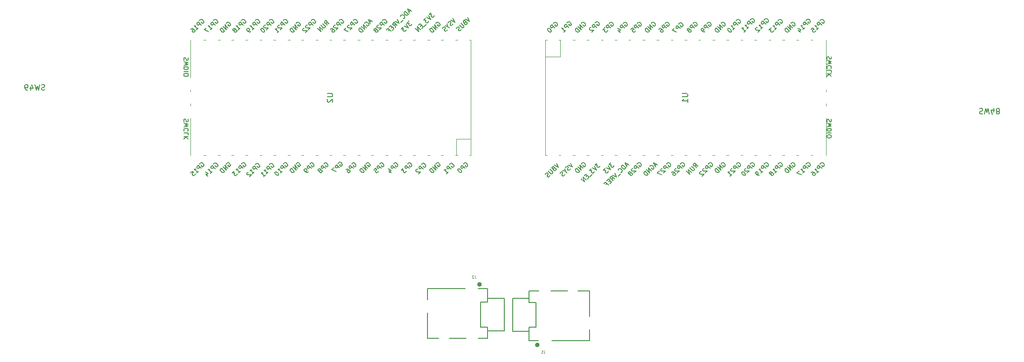
<source format=gbr>
%TF.GenerationSoftware,KiCad,Pcbnew,7.0.0-da2b9df05c~163~ubuntu22.04.1*%
%TF.CreationDate,2023-02-19T13:11:16+01:00*%
%TF.ProjectId,europe-ergo-smd,6575726f-7065-42d6-9572-676f2d736d64,rev?*%
%TF.SameCoordinates,Original*%
%TF.FileFunction,Legend,Bot*%
%TF.FilePolarity,Positive*%
%FSLAX46Y46*%
G04 Gerber Fmt 4.6, Leading zero omitted, Abs format (unit mm)*
G04 Created by KiCad (PCBNEW 7.0.0-da2b9df05c~163~ubuntu22.04.1) date 2023-02-19 13:11:16*
%MOMM*%
%LPD*%
G01*
G04 APERTURE LIST*
%ADD10C,0.150000*%
%ADD11C,0.120150*%
%ADD12C,0.127000*%
%ADD13C,0.400000*%
%ADD14C,0.120000*%
%ADD15C,7.500000*%
%ADD16C,1.700000*%
%ADD17C,4.000000*%
%ADD18C,2.200000*%
%ADD19R,1.500000X1.500000*%
%ADD20O,1.500000X1.500000*%
%ADD21R,1.800000X1.800000*%
%ADD22O,1.800000X1.800000*%
%ADD23C,1.100000*%
%ADD24R,1.650000X1.650000*%
%ADD25C,1.650000*%
%ADD26O,1.700000X1.700000*%
%ADD27R,1.700000X3.500000*%
%ADD28R,1.700000X1.700000*%
%ADD29R,3.500000X1.700000*%
G04 APERTURE END LIST*
D10*
%TO.C,SW48*%
X397994476Y-54712238D02*
X398137333Y-54664619D01*
X398137333Y-54664619D02*
X398375428Y-54664619D01*
X398375428Y-54664619D02*
X398470666Y-54712238D01*
X398470666Y-54712238D02*
X398518285Y-54759857D01*
X398518285Y-54759857D02*
X398565904Y-54855095D01*
X398565904Y-54855095D02*
X398565904Y-54950333D01*
X398565904Y-54950333D02*
X398518285Y-55045571D01*
X398518285Y-55045571D02*
X398470666Y-55093190D01*
X398470666Y-55093190D02*
X398375428Y-55140809D01*
X398375428Y-55140809D02*
X398184952Y-55188428D01*
X398184952Y-55188428D02*
X398089714Y-55236047D01*
X398089714Y-55236047D02*
X398042095Y-55283666D01*
X398042095Y-55283666D02*
X397994476Y-55378904D01*
X397994476Y-55378904D02*
X397994476Y-55474142D01*
X397994476Y-55474142D02*
X398042095Y-55569380D01*
X398042095Y-55569380D02*
X398089714Y-55617000D01*
X398089714Y-55617000D02*
X398184952Y-55664619D01*
X398184952Y-55664619D02*
X398423047Y-55664619D01*
X398423047Y-55664619D02*
X398565904Y-55617000D01*
X398899238Y-55664619D02*
X399137333Y-54664619D01*
X399137333Y-54664619D02*
X399327809Y-55378904D01*
X399327809Y-55378904D02*
X399518285Y-54664619D01*
X399518285Y-54664619D02*
X399756381Y-55664619D01*
X400565904Y-55331285D02*
X400565904Y-54664619D01*
X400327809Y-55712238D02*
X400089714Y-54997952D01*
X400089714Y-54997952D02*
X400708761Y-54997952D01*
X401232571Y-55236047D02*
X401137333Y-55283666D01*
X401137333Y-55283666D02*
X401089714Y-55331285D01*
X401089714Y-55331285D02*
X401042095Y-55426523D01*
X401042095Y-55426523D02*
X401042095Y-55474142D01*
X401042095Y-55474142D02*
X401089714Y-55569380D01*
X401089714Y-55569380D02*
X401137333Y-55617000D01*
X401137333Y-55617000D02*
X401232571Y-55664619D01*
X401232571Y-55664619D02*
X401423047Y-55664619D01*
X401423047Y-55664619D02*
X401518285Y-55617000D01*
X401518285Y-55617000D02*
X401565904Y-55569380D01*
X401565904Y-55569380D02*
X401613523Y-55474142D01*
X401613523Y-55474142D02*
X401613523Y-55426523D01*
X401613523Y-55426523D02*
X401565904Y-55331285D01*
X401565904Y-55331285D02*
X401518285Y-55283666D01*
X401518285Y-55283666D02*
X401423047Y-55236047D01*
X401423047Y-55236047D02*
X401232571Y-55236047D01*
X401232571Y-55236047D02*
X401137333Y-55188428D01*
X401137333Y-55188428D02*
X401089714Y-55140809D01*
X401089714Y-55140809D02*
X401042095Y-55045571D01*
X401042095Y-55045571D02*
X401042095Y-54855095D01*
X401042095Y-54855095D02*
X401089714Y-54759857D01*
X401089714Y-54759857D02*
X401137333Y-54712238D01*
X401137333Y-54712238D02*
X401232571Y-54664619D01*
X401232571Y-54664619D02*
X401423047Y-54664619D01*
X401423047Y-54664619D02*
X401518285Y-54712238D01*
X401518285Y-54712238D02*
X401565904Y-54759857D01*
X401565904Y-54759857D02*
X401613523Y-54855095D01*
X401613523Y-54855095D02*
X401613523Y-55045571D01*
X401613523Y-55045571D02*
X401565904Y-55140809D01*
X401565904Y-55140809D02*
X401518285Y-55188428D01*
X401518285Y-55188428D02*
X401423047Y-55236047D01*
D11*
%TO.C,J1*%
X318755496Y-98759235D02*
X318755496Y-99102519D01*
X318755496Y-99102519D02*
X318778381Y-99171176D01*
X318778381Y-99171176D02*
X318824153Y-99216947D01*
X318824153Y-99216947D02*
X318892809Y-99239833D01*
X318892809Y-99239833D02*
X318938581Y-99239833D01*
X318274898Y-99239833D02*
X318549525Y-99239833D01*
X318412211Y-99239833D02*
X318412211Y-98759235D01*
X318412211Y-98759235D02*
X318457983Y-98827892D01*
X318457983Y-98827892D02*
X318503754Y-98873663D01*
X318503754Y-98873663D02*
X318549525Y-98896549D01*
D10*
%TO.C,U2*%
X279367380Y-51963095D02*
X280176904Y-51963095D01*
X280176904Y-51963095D02*
X280272142Y-52010714D01*
X280272142Y-52010714D02*
X280319761Y-52058333D01*
X280319761Y-52058333D02*
X280367380Y-52153571D01*
X280367380Y-52153571D02*
X280367380Y-52344047D01*
X280367380Y-52344047D02*
X280319761Y-52439285D01*
X280319761Y-52439285D02*
X280272142Y-52486904D01*
X280272142Y-52486904D02*
X280176904Y-52534523D01*
X280176904Y-52534523D02*
X279367380Y-52534523D01*
X279462619Y-52963095D02*
X279415000Y-53010714D01*
X279415000Y-53010714D02*
X279367380Y-53105952D01*
X279367380Y-53105952D02*
X279367380Y-53344047D01*
X279367380Y-53344047D02*
X279415000Y-53439285D01*
X279415000Y-53439285D02*
X279462619Y-53486904D01*
X279462619Y-53486904D02*
X279557857Y-53534523D01*
X279557857Y-53534523D02*
X279653095Y-53534523D01*
X279653095Y-53534523D02*
X279795952Y-53486904D01*
X279795952Y-53486904D02*
X280367380Y-52915476D01*
X280367380Y-52915476D02*
X280367380Y-53534523D01*
X287392880Y-38720514D02*
X287123506Y-38989888D01*
X287608380Y-38828263D02*
X286854132Y-38451140D01*
X286854132Y-38451140D02*
X287231256Y-39205387D01*
X286207635Y-39151512D02*
X286234572Y-39070700D01*
X286234572Y-39070700D02*
X286315385Y-38989888D01*
X286315385Y-38989888D02*
X286423134Y-38936013D01*
X286423134Y-38936013D02*
X286530884Y-38936013D01*
X286530884Y-38936013D02*
X286611696Y-38962950D01*
X286611696Y-38962950D02*
X286746383Y-39043762D01*
X286746383Y-39043762D02*
X286827195Y-39124575D01*
X286827195Y-39124575D02*
X286908007Y-39259262D01*
X286908007Y-39259262D02*
X286934945Y-39340074D01*
X286934945Y-39340074D02*
X286934945Y-39447823D01*
X286934945Y-39447823D02*
X286881070Y-39555573D01*
X286881070Y-39555573D02*
X286827195Y-39609448D01*
X286827195Y-39609448D02*
X286719446Y-39663323D01*
X286719446Y-39663323D02*
X286665571Y-39663323D01*
X286665571Y-39663323D02*
X286477009Y-39474761D01*
X286477009Y-39474761D02*
X286584759Y-39367011D01*
X286477009Y-39959634D02*
X285911324Y-39393949D01*
X285911324Y-39393949D02*
X286153760Y-40282883D01*
X286153760Y-40282883D02*
X285588075Y-39717197D01*
X285884386Y-40552257D02*
X285318701Y-39986571D01*
X285318701Y-39986571D02*
X285184014Y-40121258D01*
X285184014Y-40121258D02*
X285130139Y-40229008D01*
X285130139Y-40229008D02*
X285130139Y-40336758D01*
X285130139Y-40336758D02*
X285157077Y-40417570D01*
X285157077Y-40417570D02*
X285237889Y-40552257D01*
X285237889Y-40552257D02*
X285318701Y-40633069D01*
X285318701Y-40633069D02*
X285453388Y-40713881D01*
X285453388Y-40713881D02*
X285534200Y-40740819D01*
X285534200Y-40740819D02*
X285641950Y-40740819D01*
X285641950Y-40740819D02*
X285749699Y-40686944D01*
X285749699Y-40686944D02*
X285884386Y-40552257D01*
X291503134Y-64790013D02*
X291530072Y-64709201D01*
X291530072Y-64709201D02*
X291610884Y-64628388D01*
X291610884Y-64628388D02*
X291718633Y-64574514D01*
X291718633Y-64574514D02*
X291826383Y-64574514D01*
X291826383Y-64574514D02*
X291907195Y-64601451D01*
X291907195Y-64601451D02*
X292041882Y-64682263D01*
X292041882Y-64682263D02*
X292122695Y-64763075D01*
X292122695Y-64763075D02*
X292203507Y-64897762D01*
X292203507Y-64897762D02*
X292230444Y-64978575D01*
X292230444Y-64978575D02*
X292230444Y-65086324D01*
X292230444Y-65086324D02*
X292176569Y-65194074D01*
X292176569Y-65194074D02*
X292122695Y-65247949D01*
X292122695Y-65247949D02*
X292014945Y-65301823D01*
X292014945Y-65301823D02*
X291961070Y-65301823D01*
X291961070Y-65301823D02*
X291772508Y-65113262D01*
X291772508Y-65113262D02*
X291880258Y-65005512D01*
X291772508Y-65598135D02*
X291206823Y-65032449D01*
X291206823Y-65032449D02*
X290991324Y-65247949D01*
X290991324Y-65247949D02*
X290964386Y-65328761D01*
X290964386Y-65328761D02*
X290964386Y-65382636D01*
X290964386Y-65382636D02*
X290991324Y-65463448D01*
X290991324Y-65463448D02*
X291072136Y-65544260D01*
X291072136Y-65544260D02*
X291152948Y-65571197D01*
X291152948Y-65571197D02*
X291206823Y-65571197D01*
X291206823Y-65571197D02*
X291287635Y-65544260D01*
X291287635Y-65544260D02*
X291503134Y-65328761D01*
X290587263Y-66029133D02*
X290964386Y-66406257D01*
X290506450Y-65678947D02*
X291045198Y-65948321D01*
X291045198Y-65948321D02*
X290695012Y-66298507D01*
X283883134Y-64790013D02*
X283910072Y-64709201D01*
X283910072Y-64709201D02*
X283990884Y-64628388D01*
X283990884Y-64628388D02*
X284098633Y-64574514D01*
X284098633Y-64574514D02*
X284206383Y-64574514D01*
X284206383Y-64574514D02*
X284287195Y-64601451D01*
X284287195Y-64601451D02*
X284421882Y-64682263D01*
X284421882Y-64682263D02*
X284502695Y-64763075D01*
X284502695Y-64763075D02*
X284583507Y-64897762D01*
X284583507Y-64897762D02*
X284610444Y-64978575D01*
X284610444Y-64978575D02*
X284610444Y-65086324D01*
X284610444Y-65086324D02*
X284556569Y-65194074D01*
X284556569Y-65194074D02*
X284502695Y-65247949D01*
X284502695Y-65247949D02*
X284394945Y-65301823D01*
X284394945Y-65301823D02*
X284341070Y-65301823D01*
X284341070Y-65301823D02*
X284152508Y-65113262D01*
X284152508Y-65113262D02*
X284260258Y-65005512D01*
X284152508Y-65598135D02*
X283586823Y-65032449D01*
X283586823Y-65032449D02*
X283371324Y-65247949D01*
X283371324Y-65247949D02*
X283344386Y-65328761D01*
X283344386Y-65328761D02*
X283344386Y-65382636D01*
X283344386Y-65382636D02*
X283371324Y-65463448D01*
X283371324Y-65463448D02*
X283452136Y-65544260D01*
X283452136Y-65544260D02*
X283532948Y-65571197D01*
X283532948Y-65571197D02*
X283586823Y-65571197D01*
X283586823Y-65571197D02*
X283667635Y-65544260D01*
X283667635Y-65544260D02*
X283883134Y-65328761D01*
X282778701Y-65840571D02*
X282886450Y-65732822D01*
X282886450Y-65732822D02*
X282967263Y-65705884D01*
X282967263Y-65705884D02*
X283021137Y-65705884D01*
X283021137Y-65705884D02*
X283155824Y-65732822D01*
X283155824Y-65732822D02*
X283290511Y-65813634D01*
X283290511Y-65813634D02*
X283506011Y-66029133D01*
X283506011Y-66029133D02*
X283532948Y-66109945D01*
X283532948Y-66109945D02*
X283532948Y-66163820D01*
X283532948Y-66163820D02*
X283506011Y-66244632D01*
X283506011Y-66244632D02*
X283398261Y-66352382D01*
X283398261Y-66352382D02*
X283317449Y-66379319D01*
X283317449Y-66379319D02*
X283263574Y-66379319D01*
X283263574Y-66379319D02*
X283182762Y-66352382D01*
X283182762Y-66352382D02*
X283048075Y-66217695D01*
X283048075Y-66217695D02*
X283021137Y-66136883D01*
X283021137Y-66136883D02*
X283021137Y-66083008D01*
X283021137Y-66083008D02*
X283048075Y-66002196D01*
X283048075Y-66002196D02*
X283155824Y-65894446D01*
X283155824Y-65894446D02*
X283236637Y-65867509D01*
X283236637Y-65867509D02*
X283290511Y-65867509D01*
X283290511Y-65867509D02*
X283371324Y-65894446D01*
X286450072Y-64763076D02*
X286477009Y-64682263D01*
X286477009Y-64682263D02*
X286557821Y-64601451D01*
X286557821Y-64601451D02*
X286665571Y-64547576D01*
X286665571Y-64547576D02*
X286773320Y-64547576D01*
X286773320Y-64547576D02*
X286854133Y-64574514D01*
X286854133Y-64574514D02*
X286988820Y-64655326D01*
X286988820Y-64655326D02*
X287069632Y-64736138D01*
X287069632Y-64736138D02*
X287150444Y-64870825D01*
X287150444Y-64870825D02*
X287177381Y-64951637D01*
X287177381Y-64951637D02*
X287177381Y-65059387D01*
X287177381Y-65059387D02*
X287123507Y-65167137D01*
X287123507Y-65167137D02*
X287069632Y-65221011D01*
X287069632Y-65221011D02*
X286961882Y-65274886D01*
X286961882Y-65274886D02*
X286908007Y-65274886D01*
X286908007Y-65274886D02*
X286719446Y-65086324D01*
X286719446Y-65086324D02*
X286827195Y-64978575D01*
X286719446Y-65571198D02*
X286153760Y-65005512D01*
X286153760Y-65005512D02*
X286396197Y-65894446D01*
X286396197Y-65894446D02*
X285830511Y-65328761D01*
X286126823Y-66163820D02*
X285561137Y-65598135D01*
X285561137Y-65598135D02*
X285426450Y-65732822D01*
X285426450Y-65732822D02*
X285372576Y-65840571D01*
X285372576Y-65840571D02*
X285372576Y-65948321D01*
X285372576Y-65948321D02*
X285399513Y-66029133D01*
X285399513Y-66029133D02*
X285480325Y-66163820D01*
X285480325Y-66163820D02*
X285561137Y-66244632D01*
X285561137Y-66244632D02*
X285695824Y-66325445D01*
X285695824Y-66325445D02*
X285776637Y-66352382D01*
X285776637Y-66352382D02*
X285884386Y-66352382D01*
X285884386Y-66352382D02*
X285992136Y-66298507D01*
X285992136Y-66298507D02*
X286126823Y-66163820D01*
X268912509Y-64920638D02*
X268939446Y-64839826D01*
X268939446Y-64839826D02*
X269020258Y-64759014D01*
X269020258Y-64759014D02*
X269128008Y-64705139D01*
X269128008Y-64705139D02*
X269235758Y-64705139D01*
X269235758Y-64705139D02*
X269316570Y-64732077D01*
X269316570Y-64732077D02*
X269451257Y-64812889D01*
X269451257Y-64812889D02*
X269532069Y-64893701D01*
X269532069Y-64893701D02*
X269612881Y-65028388D01*
X269612881Y-65028388D02*
X269639819Y-65109200D01*
X269639819Y-65109200D02*
X269639819Y-65216950D01*
X269639819Y-65216950D02*
X269585944Y-65324699D01*
X269585944Y-65324699D02*
X269532069Y-65378574D01*
X269532069Y-65378574D02*
X269424319Y-65432449D01*
X269424319Y-65432449D02*
X269370445Y-65432449D01*
X269370445Y-65432449D02*
X269181883Y-65243887D01*
X269181883Y-65243887D02*
X269289632Y-65136138D01*
X269181883Y-65728760D02*
X268616197Y-65163075D01*
X268616197Y-65163075D02*
X268400698Y-65378574D01*
X268400698Y-65378574D02*
X268373761Y-65459386D01*
X268373761Y-65459386D02*
X268373761Y-65513261D01*
X268373761Y-65513261D02*
X268400698Y-65594073D01*
X268400698Y-65594073D02*
X268481510Y-65674886D01*
X268481510Y-65674886D02*
X268562323Y-65701823D01*
X268562323Y-65701823D02*
X268616197Y-65701823D01*
X268616197Y-65701823D02*
X268697010Y-65674886D01*
X268697010Y-65674886D02*
X268912509Y-65459386D01*
X268319886Y-66590757D02*
X268643135Y-66267508D01*
X268481510Y-66429133D02*
X267915825Y-65863447D01*
X267915825Y-65863447D02*
X268050512Y-65890385D01*
X268050512Y-65890385D02*
X268158261Y-65890385D01*
X268158261Y-65890385D02*
X268239074Y-65863447D01*
X267781138Y-67129505D02*
X268104387Y-66806257D01*
X267942762Y-66967881D02*
X267377077Y-66402196D01*
X267377077Y-66402196D02*
X267511764Y-66429133D01*
X267511764Y-66429133D02*
X267619513Y-66429133D01*
X267619513Y-66429133D02*
X267700326Y-66402196D01*
X299150072Y-64763076D02*
X299177009Y-64682263D01*
X299177009Y-64682263D02*
X299257821Y-64601451D01*
X299257821Y-64601451D02*
X299365571Y-64547576D01*
X299365571Y-64547576D02*
X299473320Y-64547576D01*
X299473320Y-64547576D02*
X299554133Y-64574514D01*
X299554133Y-64574514D02*
X299688820Y-64655326D01*
X299688820Y-64655326D02*
X299769632Y-64736138D01*
X299769632Y-64736138D02*
X299850444Y-64870825D01*
X299850444Y-64870825D02*
X299877381Y-64951637D01*
X299877381Y-64951637D02*
X299877381Y-65059387D01*
X299877381Y-65059387D02*
X299823507Y-65167137D01*
X299823507Y-65167137D02*
X299769632Y-65221011D01*
X299769632Y-65221011D02*
X299661882Y-65274886D01*
X299661882Y-65274886D02*
X299608007Y-65274886D01*
X299608007Y-65274886D02*
X299419446Y-65086324D01*
X299419446Y-65086324D02*
X299527195Y-64978575D01*
X299419446Y-65571198D02*
X298853760Y-65005512D01*
X298853760Y-65005512D02*
X299096197Y-65894446D01*
X299096197Y-65894446D02*
X298530511Y-65328761D01*
X298826823Y-66163820D02*
X298261137Y-65598135D01*
X298261137Y-65598135D02*
X298126450Y-65732822D01*
X298126450Y-65732822D02*
X298072576Y-65840571D01*
X298072576Y-65840571D02*
X298072576Y-65948321D01*
X298072576Y-65948321D02*
X298099513Y-66029133D01*
X298099513Y-66029133D02*
X298180325Y-66163820D01*
X298180325Y-66163820D02*
X298261137Y-66244632D01*
X298261137Y-66244632D02*
X298395824Y-66325445D01*
X298395824Y-66325445D02*
X298476637Y-66352382D01*
X298476637Y-66352382D02*
X298584386Y-66352382D01*
X298584386Y-66352382D02*
X298692136Y-66298507D01*
X298692136Y-66298507D02*
X298826823Y-66163820D01*
X258752509Y-38666638D02*
X258779446Y-38585826D01*
X258779446Y-38585826D02*
X258860258Y-38505014D01*
X258860258Y-38505014D02*
X258968008Y-38451139D01*
X258968008Y-38451139D02*
X259075758Y-38451139D01*
X259075758Y-38451139D02*
X259156570Y-38478077D01*
X259156570Y-38478077D02*
X259291257Y-38558889D01*
X259291257Y-38558889D02*
X259372069Y-38639701D01*
X259372069Y-38639701D02*
X259452881Y-38774388D01*
X259452881Y-38774388D02*
X259479819Y-38855200D01*
X259479819Y-38855200D02*
X259479819Y-38962950D01*
X259479819Y-38962950D02*
X259425944Y-39070699D01*
X259425944Y-39070699D02*
X259372069Y-39124574D01*
X259372069Y-39124574D02*
X259264319Y-39178449D01*
X259264319Y-39178449D02*
X259210445Y-39178449D01*
X259210445Y-39178449D02*
X259021883Y-38989887D01*
X259021883Y-38989887D02*
X259129632Y-38882138D01*
X259021883Y-39474760D02*
X258456197Y-38909075D01*
X258456197Y-38909075D02*
X258240698Y-39124574D01*
X258240698Y-39124574D02*
X258213761Y-39205386D01*
X258213761Y-39205386D02*
X258213761Y-39259261D01*
X258213761Y-39259261D02*
X258240698Y-39340073D01*
X258240698Y-39340073D02*
X258321510Y-39420886D01*
X258321510Y-39420886D02*
X258402323Y-39447823D01*
X258402323Y-39447823D02*
X258456197Y-39447823D01*
X258456197Y-39447823D02*
X258537010Y-39420886D01*
X258537010Y-39420886D02*
X258752509Y-39205386D01*
X258159886Y-40336757D02*
X258483135Y-40013508D01*
X258321510Y-40175133D02*
X257755825Y-39609447D01*
X257755825Y-39609447D02*
X257890512Y-39636385D01*
X257890512Y-39636385D02*
X257998261Y-39636385D01*
X257998261Y-39636385D02*
X258079074Y-39609447D01*
X257405638Y-39959634D02*
X257028515Y-40336757D01*
X257028515Y-40336757D02*
X257836637Y-40660006D01*
X304879226Y-38030046D02*
X305256350Y-38784294D01*
X305256350Y-38784294D02*
X304502102Y-38407170D01*
X304394353Y-39053667D02*
X304340478Y-39161417D01*
X304340478Y-39161417D02*
X304340478Y-39215292D01*
X304340478Y-39215292D02*
X304367416Y-39296104D01*
X304367416Y-39296104D02*
X304448228Y-39376916D01*
X304448228Y-39376916D02*
X304529040Y-39403854D01*
X304529040Y-39403854D02*
X304582915Y-39403854D01*
X304582915Y-39403854D02*
X304663727Y-39376916D01*
X304663727Y-39376916D02*
X304879226Y-39161417D01*
X304879226Y-39161417D02*
X304313541Y-38595732D01*
X304313541Y-38595732D02*
X304124979Y-38784293D01*
X304124979Y-38784293D02*
X304098042Y-38865106D01*
X304098042Y-38865106D02*
X304098042Y-38918980D01*
X304098042Y-38918980D02*
X304124979Y-38999793D01*
X304124979Y-38999793D02*
X304178854Y-39053667D01*
X304178854Y-39053667D02*
X304259666Y-39080605D01*
X304259666Y-39080605D02*
X304313541Y-39080605D01*
X304313541Y-39080605D02*
X304394353Y-39053667D01*
X304394353Y-39053667D02*
X304582915Y-38865106D01*
X303747855Y-39161417D02*
X304205791Y-39619353D01*
X304205791Y-39619353D02*
X304232729Y-39700165D01*
X304232729Y-39700165D02*
X304232729Y-39754040D01*
X304232729Y-39754040D02*
X304205791Y-39834852D01*
X304205791Y-39834852D02*
X304098042Y-39942602D01*
X304098042Y-39942602D02*
X304017229Y-39969539D01*
X304017229Y-39969539D02*
X303963355Y-39969539D01*
X303963355Y-39969539D02*
X303882542Y-39942602D01*
X303882542Y-39942602D02*
X303424607Y-39484666D01*
X303720918Y-40265850D02*
X303667043Y-40373600D01*
X303667043Y-40373600D02*
X303532356Y-40508287D01*
X303532356Y-40508287D02*
X303451544Y-40535224D01*
X303451544Y-40535224D02*
X303397669Y-40535224D01*
X303397669Y-40535224D02*
X303316857Y-40508287D01*
X303316857Y-40508287D02*
X303262982Y-40454412D01*
X303262982Y-40454412D02*
X303236045Y-40373600D01*
X303236045Y-40373600D02*
X303236045Y-40319725D01*
X303236045Y-40319725D02*
X303262982Y-40238913D01*
X303262982Y-40238913D02*
X303343794Y-40104226D01*
X303343794Y-40104226D02*
X303370732Y-40023414D01*
X303370732Y-40023414D02*
X303370732Y-39969539D01*
X303370732Y-39969539D02*
X303343794Y-39888727D01*
X303343794Y-39888727D02*
X303289920Y-39834852D01*
X303289920Y-39834852D02*
X303209107Y-39807914D01*
X303209107Y-39807914D02*
X303155233Y-39807914D01*
X303155233Y-39807914D02*
X303074420Y-39834852D01*
X303074420Y-39834852D02*
X302939733Y-39969539D01*
X302939733Y-39969539D02*
X302885859Y-40077288D01*
X289486509Y-38666638D02*
X289513446Y-38585826D01*
X289513446Y-38585826D02*
X289594258Y-38505014D01*
X289594258Y-38505014D02*
X289702008Y-38451139D01*
X289702008Y-38451139D02*
X289809758Y-38451139D01*
X289809758Y-38451139D02*
X289890570Y-38478077D01*
X289890570Y-38478077D02*
X290025257Y-38558889D01*
X290025257Y-38558889D02*
X290106069Y-38639701D01*
X290106069Y-38639701D02*
X290186881Y-38774388D01*
X290186881Y-38774388D02*
X290213819Y-38855200D01*
X290213819Y-38855200D02*
X290213819Y-38962950D01*
X290213819Y-38962950D02*
X290159944Y-39070699D01*
X290159944Y-39070699D02*
X290106069Y-39124574D01*
X290106069Y-39124574D02*
X289998319Y-39178449D01*
X289998319Y-39178449D02*
X289944445Y-39178449D01*
X289944445Y-39178449D02*
X289755883Y-38989887D01*
X289755883Y-38989887D02*
X289863632Y-38882138D01*
X289755883Y-39474760D02*
X289190197Y-38909075D01*
X289190197Y-38909075D02*
X288974698Y-39124574D01*
X288974698Y-39124574D02*
X288947761Y-39205386D01*
X288947761Y-39205386D02*
X288947761Y-39259261D01*
X288947761Y-39259261D02*
X288974698Y-39340073D01*
X288974698Y-39340073D02*
X289055510Y-39420886D01*
X289055510Y-39420886D02*
X289136323Y-39447823D01*
X289136323Y-39447823D02*
X289190197Y-39447823D01*
X289190197Y-39447823D02*
X289271010Y-39420886D01*
X289271010Y-39420886D02*
X289486509Y-39205386D01*
X288705324Y-39501698D02*
X288651449Y-39501698D01*
X288651449Y-39501698D02*
X288570637Y-39528635D01*
X288570637Y-39528635D02*
X288435950Y-39663322D01*
X288435950Y-39663322D02*
X288409013Y-39744134D01*
X288409013Y-39744134D02*
X288409013Y-39798009D01*
X288409013Y-39798009D02*
X288435950Y-39878821D01*
X288435950Y-39878821D02*
X288489825Y-39932696D01*
X288489825Y-39932696D02*
X288597574Y-39986571D01*
X288597574Y-39986571D02*
X289244072Y-39986571D01*
X289244072Y-39986571D02*
X288893886Y-40336757D01*
X288247388Y-40336757D02*
X288274326Y-40255945D01*
X288274326Y-40255945D02*
X288274326Y-40202070D01*
X288274326Y-40202070D02*
X288247388Y-40121258D01*
X288247388Y-40121258D02*
X288220451Y-40094321D01*
X288220451Y-40094321D02*
X288139638Y-40067383D01*
X288139638Y-40067383D02*
X288085764Y-40067383D01*
X288085764Y-40067383D02*
X288004951Y-40094321D01*
X288004951Y-40094321D02*
X287897202Y-40202070D01*
X287897202Y-40202070D02*
X287870264Y-40282883D01*
X287870264Y-40282883D02*
X287870264Y-40336757D01*
X287870264Y-40336757D02*
X287897202Y-40417570D01*
X287897202Y-40417570D02*
X287924139Y-40444507D01*
X287924139Y-40444507D02*
X288004951Y-40471444D01*
X288004951Y-40471444D02*
X288058826Y-40471444D01*
X288058826Y-40471444D02*
X288139638Y-40444507D01*
X288139638Y-40444507D02*
X288247388Y-40336757D01*
X288247388Y-40336757D02*
X288328200Y-40309820D01*
X288328200Y-40309820D02*
X288382075Y-40309820D01*
X288382075Y-40309820D02*
X288462887Y-40336757D01*
X288462887Y-40336757D02*
X288570637Y-40444507D01*
X288570637Y-40444507D02*
X288597574Y-40525319D01*
X288597574Y-40525319D02*
X288597574Y-40579194D01*
X288597574Y-40579194D02*
X288570637Y-40660006D01*
X288570637Y-40660006D02*
X288462887Y-40767756D01*
X288462887Y-40767756D02*
X288382075Y-40794693D01*
X288382075Y-40794693D02*
X288328200Y-40794693D01*
X288328200Y-40794693D02*
X288247388Y-40767756D01*
X288247388Y-40767756D02*
X288139638Y-40660006D01*
X288139638Y-40660006D02*
X288112701Y-40579194D01*
X288112701Y-40579194D02*
X288112701Y-40525319D01*
X288112701Y-40525319D02*
X288139638Y-40444507D01*
X273750072Y-64763076D02*
X273777009Y-64682263D01*
X273777009Y-64682263D02*
X273857821Y-64601451D01*
X273857821Y-64601451D02*
X273965571Y-64547576D01*
X273965571Y-64547576D02*
X274073320Y-64547576D01*
X274073320Y-64547576D02*
X274154133Y-64574514D01*
X274154133Y-64574514D02*
X274288820Y-64655326D01*
X274288820Y-64655326D02*
X274369632Y-64736138D01*
X274369632Y-64736138D02*
X274450444Y-64870825D01*
X274450444Y-64870825D02*
X274477381Y-64951637D01*
X274477381Y-64951637D02*
X274477381Y-65059387D01*
X274477381Y-65059387D02*
X274423507Y-65167137D01*
X274423507Y-65167137D02*
X274369632Y-65221011D01*
X274369632Y-65221011D02*
X274261882Y-65274886D01*
X274261882Y-65274886D02*
X274208007Y-65274886D01*
X274208007Y-65274886D02*
X274019446Y-65086324D01*
X274019446Y-65086324D02*
X274127195Y-64978575D01*
X274019446Y-65571198D02*
X273453760Y-65005512D01*
X273453760Y-65005512D02*
X273696197Y-65894446D01*
X273696197Y-65894446D02*
X273130511Y-65328761D01*
X273426823Y-66163820D02*
X272861137Y-65598135D01*
X272861137Y-65598135D02*
X272726450Y-65732822D01*
X272726450Y-65732822D02*
X272672576Y-65840571D01*
X272672576Y-65840571D02*
X272672576Y-65948321D01*
X272672576Y-65948321D02*
X272699513Y-66029133D01*
X272699513Y-66029133D02*
X272780325Y-66163820D01*
X272780325Y-66163820D02*
X272861137Y-66244632D01*
X272861137Y-66244632D02*
X272995824Y-66325445D01*
X272995824Y-66325445D02*
X273076637Y-66352382D01*
X273076637Y-66352382D02*
X273184386Y-66352382D01*
X273184386Y-66352382D02*
X273292136Y-66298507D01*
X273292136Y-66298507D02*
X273426823Y-66163820D01*
X288963134Y-64790013D02*
X288990072Y-64709201D01*
X288990072Y-64709201D02*
X289070884Y-64628388D01*
X289070884Y-64628388D02*
X289178633Y-64574514D01*
X289178633Y-64574514D02*
X289286383Y-64574514D01*
X289286383Y-64574514D02*
X289367195Y-64601451D01*
X289367195Y-64601451D02*
X289501882Y-64682263D01*
X289501882Y-64682263D02*
X289582695Y-64763075D01*
X289582695Y-64763075D02*
X289663507Y-64897762D01*
X289663507Y-64897762D02*
X289690444Y-64978575D01*
X289690444Y-64978575D02*
X289690444Y-65086324D01*
X289690444Y-65086324D02*
X289636569Y-65194074D01*
X289636569Y-65194074D02*
X289582695Y-65247949D01*
X289582695Y-65247949D02*
X289474945Y-65301823D01*
X289474945Y-65301823D02*
X289421070Y-65301823D01*
X289421070Y-65301823D02*
X289232508Y-65113262D01*
X289232508Y-65113262D02*
X289340258Y-65005512D01*
X289232508Y-65598135D02*
X288666823Y-65032449D01*
X288666823Y-65032449D02*
X288451324Y-65247949D01*
X288451324Y-65247949D02*
X288424386Y-65328761D01*
X288424386Y-65328761D02*
X288424386Y-65382636D01*
X288424386Y-65382636D02*
X288451324Y-65463448D01*
X288451324Y-65463448D02*
X288532136Y-65544260D01*
X288532136Y-65544260D02*
X288612948Y-65571197D01*
X288612948Y-65571197D02*
X288666823Y-65571197D01*
X288666823Y-65571197D02*
X288747635Y-65544260D01*
X288747635Y-65544260D02*
X288963134Y-65328761D01*
X287831763Y-65867509D02*
X288101137Y-65598135D01*
X288101137Y-65598135D02*
X288397449Y-65840571D01*
X288397449Y-65840571D02*
X288343574Y-65840571D01*
X288343574Y-65840571D02*
X288262762Y-65867509D01*
X288262762Y-65867509D02*
X288128075Y-66002196D01*
X288128075Y-66002196D02*
X288101137Y-66083008D01*
X288101137Y-66083008D02*
X288101137Y-66136883D01*
X288101137Y-66136883D02*
X288128075Y-66217695D01*
X288128075Y-66217695D02*
X288262762Y-66352382D01*
X288262762Y-66352382D02*
X288343574Y-66379319D01*
X288343574Y-66379319D02*
X288397449Y-66379319D01*
X288397449Y-66379319D02*
X288478261Y-66352382D01*
X288478261Y-66352382D02*
X288612948Y-66217695D01*
X288612948Y-66217695D02*
X288639885Y-66136883D01*
X288639885Y-66136883D02*
X288639885Y-66083008D01*
X294242509Y-38766764D02*
X293892322Y-39116950D01*
X293892322Y-39116950D02*
X294296383Y-39143887D01*
X294296383Y-39143887D02*
X294215571Y-39224699D01*
X294215571Y-39224699D02*
X294188634Y-39305512D01*
X294188634Y-39305512D02*
X294188634Y-39359386D01*
X294188634Y-39359386D02*
X294215571Y-39440199D01*
X294215571Y-39440199D02*
X294350258Y-39574886D01*
X294350258Y-39574886D02*
X294431070Y-39601823D01*
X294431070Y-39601823D02*
X294484945Y-39601823D01*
X294484945Y-39601823D02*
X294565757Y-39574886D01*
X294565757Y-39574886D02*
X294727382Y-39413261D01*
X294727382Y-39413261D02*
X294754319Y-39332449D01*
X294754319Y-39332449D02*
X294754319Y-39278574D01*
X293730698Y-39278574D02*
X294107821Y-40032822D01*
X294107821Y-40032822D02*
X293353574Y-39655698D01*
X293218887Y-39790385D02*
X292868701Y-40140571D01*
X292868701Y-40140571D02*
X293272762Y-40167508D01*
X293272762Y-40167508D02*
X293191950Y-40248321D01*
X293191950Y-40248321D02*
X293165013Y-40329133D01*
X293165013Y-40329133D02*
X293165013Y-40383008D01*
X293165013Y-40383008D02*
X293191950Y-40463820D01*
X293191950Y-40463820D02*
X293326637Y-40598507D01*
X293326637Y-40598507D02*
X293407449Y-40625444D01*
X293407449Y-40625444D02*
X293461324Y-40625444D01*
X293461324Y-40625444D02*
X293542136Y-40598507D01*
X293542136Y-40598507D02*
X293703761Y-40436882D01*
X293703761Y-40436882D02*
X293730698Y-40356070D01*
X293730698Y-40356070D02*
X293730698Y-40302195D01*
X301673134Y-64890013D02*
X301700072Y-64809201D01*
X301700072Y-64809201D02*
X301780884Y-64728388D01*
X301780884Y-64728388D02*
X301888633Y-64674514D01*
X301888633Y-64674514D02*
X301996383Y-64674514D01*
X301996383Y-64674514D02*
X302077195Y-64701451D01*
X302077195Y-64701451D02*
X302211882Y-64782263D01*
X302211882Y-64782263D02*
X302292695Y-64863075D01*
X302292695Y-64863075D02*
X302373507Y-64997762D01*
X302373507Y-64997762D02*
X302400444Y-65078575D01*
X302400444Y-65078575D02*
X302400444Y-65186324D01*
X302400444Y-65186324D02*
X302346569Y-65294074D01*
X302346569Y-65294074D02*
X302292695Y-65347949D01*
X302292695Y-65347949D02*
X302184945Y-65401823D01*
X302184945Y-65401823D02*
X302131070Y-65401823D01*
X302131070Y-65401823D02*
X301942508Y-65213262D01*
X301942508Y-65213262D02*
X302050258Y-65105512D01*
X301942508Y-65698135D02*
X301376823Y-65132449D01*
X301376823Y-65132449D02*
X301161324Y-65347949D01*
X301161324Y-65347949D02*
X301134386Y-65428761D01*
X301134386Y-65428761D02*
X301134386Y-65482636D01*
X301134386Y-65482636D02*
X301161324Y-65563448D01*
X301161324Y-65563448D02*
X301242136Y-65644260D01*
X301242136Y-65644260D02*
X301322948Y-65671197D01*
X301322948Y-65671197D02*
X301376823Y-65671197D01*
X301376823Y-65671197D02*
X301457635Y-65644260D01*
X301457635Y-65644260D02*
X301673134Y-65428761D01*
X301080511Y-66560132D02*
X301403760Y-66236883D01*
X301242136Y-66398507D02*
X300676450Y-65832822D01*
X300676450Y-65832822D02*
X300811137Y-65859759D01*
X300811137Y-65859759D02*
X300918887Y-65859759D01*
X300918887Y-65859759D02*
X300999699Y-65832822D01*
X281612509Y-38666638D02*
X281639446Y-38585826D01*
X281639446Y-38585826D02*
X281720258Y-38505014D01*
X281720258Y-38505014D02*
X281828008Y-38451139D01*
X281828008Y-38451139D02*
X281935758Y-38451139D01*
X281935758Y-38451139D02*
X282016570Y-38478077D01*
X282016570Y-38478077D02*
X282151257Y-38558889D01*
X282151257Y-38558889D02*
X282232069Y-38639701D01*
X282232069Y-38639701D02*
X282312881Y-38774388D01*
X282312881Y-38774388D02*
X282339819Y-38855200D01*
X282339819Y-38855200D02*
X282339819Y-38962950D01*
X282339819Y-38962950D02*
X282285944Y-39070699D01*
X282285944Y-39070699D02*
X282232069Y-39124574D01*
X282232069Y-39124574D02*
X282124319Y-39178449D01*
X282124319Y-39178449D02*
X282070445Y-39178449D01*
X282070445Y-39178449D02*
X281881883Y-38989887D01*
X281881883Y-38989887D02*
X281989632Y-38882138D01*
X281881883Y-39474760D02*
X281316197Y-38909075D01*
X281316197Y-38909075D02*
X281100698Y-39124574D01*
X281100698Y-39124574D02*
X281073761Y-39205386D01*
X281073761Y-39205386D02*
X281073761Y-39259261D01*
X281073761Y-39259261D02*
X281100698Y-39340073D01*
X281100698Y-39340073D02*
X281181510Y-39420886D01*
X281181510Y-39420886D02*
X281262323Y-39447823D01*
X281262323Y-39447823D02*
X281316197Y-39447823D01*
X281316197Y-39447823D02*
X281397010Y-39420886D01*
X281397010Y-39420886D02*
X281612509Y-39205386D01*
X280831324Y-39501698D02*
X280777449Y-39501698D01*
X280777449Y-39501698D02*
X280696637Y-39528635D01*
X280696637Y-39528635D02*
X280561950Y-39663322D01*
X280561950Y-39663322D02*
X280535013Y-39744134D01*
X280535013Y-39744134D02*
X280535013Y-39798009D01*
X280535013Y-39798009D02*
X280561950Y-39878821D01*
X280561950Y-39878821D02*
X280615825Y-39932696D01*
X280615825Y-39932696D02*
X280723574Y-39986571D01*
X280723574Y-39986571D02*
X281370072Y-39986571D01*
X281370072Y-39986571D02*
X281019886Y-40336757D01*
X279969327Y-40255945D02*
X280077077Y-40148196D01*
X280077077Y-40148196D02*
X280157889Y-40121258D01*
X280157889Y-40121258D02*
X280211764Y-40121258D01*
X280211764Y-40121258D02*
X280346451Y-40148196D01*
X280346451Y-40148196D02*
X280481138Y-40229008D01*
X280481138Y-40229008D02*
X280696637Y-40444507D01*
X280696637Y-40444507D02*
X280723574Y-40525319D01*
X280723574Y-40525319D02*
X280723574Y-40579194D01*
X280723574Y-40579194D02*
X280696637Y-40660006D01*
X280696637Y-40660006D02*
X280588887Y-40767756D01*
X280588887Y-40767756D02*
X280508075Y-40794693D01*
X280508075Y-40794693D02*
X280454200Y-40794693D01*
X280454200Y-40794693D02*
X280373388Y-40767756D01*
X280373388Y-40767756D02*
X280238701Y-40633069D01*
X280238701Y-40633069D02*
X280211764Y-40552257D01*
X280211764Y-40552257D02*
X280211764Y-40498382D01*
X280211764Y-40498382D02*
X280238701Y-40417570D01*
X280238701Y-40417570D02*
X280346451Y-40309820D01*
X280346451Y-40309820D02*
X280427263Y-40282883D01*
X280427263Y-40282883D02*
X280481138Y-40282883D01*
X280481138Y-40282883D02*
X280561950Y-40309820D01*
X254055809Y-45429761D02*
X254093904Y-45544047D01*
X254093904Y-45544047D02*
X254093904Y-45734523D01*
X254093904Y-45734523D02*
X254055809Y-45810714D01*
X254055809Y-45810714D02*
X254017714Y-45848809D01*
X254017714Y-45848809D02*
X253941523Y-45886904D01*
X253941523Y-45886904D02*
X253865333Y-45886904D01*
X253865333Y-45886904D02*
X253789142Y-45848809D01*
X253789142Y-45848809D02*
X253751047Y-45810714D01*
X253751047Y-45810714D02*
X253712952Y-45734523D01*
X253712952Y-45734523D02*
X253674857Y-45582142D01*
X253674857Y-45582142D02*
X253636761Y-45505952D01*
X253636761Y-45505952D02*
X253598666Y-45467857D01*
X253598666Y-45467857D02*
X253522476Y-45429761D01*
X253522476Y-45429761D02*
X253446285Y-45429761D01*
X253446285Y-45429761D02*
X253370095Y-45467857D01*
X253370095Y-45467857D02*
X253332000Y-45505952D01*
X253332000Y-45505952D02*
X253293904Y-45582142D01*
X253293904Y-45582142D02*
X253293904Y-45772619D01*
X253293904Y-45772619D02*
X253332000Y-45886904D01*
X253293904Y-46153571D02*
X254093904Y-46344047D01*
X254093904Y-46344047D02*
X253522476Y-46496428D01*
X253522476Y-46496428D02*
X254093904Y-46648809D01*
X254093904Y-46648809D02*
X253293904Y-46839286D01*
X254093904Y-47144048D02*
X253293904Y-47144048D01*
X253293904Y-47144048D02*
X253293904Y-47334524D01*
X253293904Y-47334524D02*
X253332000Y-47448810D01*
X253332000Y-47448810D02*
X253408190Y-47525000D01*
X253408190Y-47525000D02*
X253484380Y-47563095D01*
X253484380Y-47563095D02*
X253636761Y-47601191D01*
X253636761Y-47601191D02*
X253751047Y-47601191D01*
X253751047Y-47601191D02*
X253903428Y-47563095D01*
X253903428Y-47563095D02*
X253979619Y-47525000D01*
X253979619Y-47525000D02*
X254055809Y-47448810D01*
X254055809Y-47448810D02*
X254093904Y-47334524D01*
X254093904Y-47334524D02*
X254093904Y-47144048D01*
X254093904Y-47944048D02*
X253293904Y-47944048D01*
X253293904Y-48477381D02*
X253293904Y-48629762D01*
X253293904Y-48629762D02*
X253332000Y-48705952D01*
X253332000Y-48705952D02*
X253408190Y-48782143D01*
X253408190Y-48782143D02*
X253560571Y-48820238D01*
X253560571Y-48820238D02*
X253827238Y-48820238D01*
X253827238Y-48820238D02*
X253979619Y-48782143D01*
X253979619Y-48782143D02*
X254055809Y-48705952D01*
X254055809Y-48705952D02*
X254093904Y-48629762D01*
X254093904Y-48629762D02*
X254093904Y-48477381D01*
X254093904Y-48477381D02*
X254055809Y-48401190D01*
X254055809Y-48401190D02*
X253979619Y-48325000D01*
X253979619Y-48325000D02*
X253827238Y-48286904D01*
X253827238Y-48286904D02*
X253560571Y-48286904D01*
X253560571Y-48286904D02*
X253408190Y-48325000D01*
X253408190Y-48325000D02*
X253332000Y-48401190D01*
X253332000Y-48401190D02*
X253293904Y-48477381D01*
X298310224Y-37199048D02*
X297960038Y-37549234D01*
X297960038Y-37549234D02*
X298364099Y-37576172D01*
X298364099Y-37576172D02*
X298283287Y-37656984D01*
X298283287Y-37656984D02*
X298256350Y-37737796D01*
X298256350Y-37737796D02*
X298256350Y-37791671D01*
X298256350Y-37791671D02*
X298283287Y-37872483D01*
X298283287Y-37872483D02*
X298417974Y-38007170D01*
X298417974Y-38007170D02*
X298498786Y-38034107D01*
X298498786Y-38034107D02*
X298552661Y-38034107D01*
X298552661Y-38034107D02*
X298633473Y-38007170D01*
X298633473Y-38007170D02*
X298795098Y-37845546D01*
X298795098Y-37845546D02*
X298822035Y-37764733D01*
X298822035Y-37764733D02*
X298822035Y-37710859D01*
X297798414Y-37710859D02*
X298175537Y-38465106D01*
X298175537Y-38465106D02*
X297421290Y-38087982D01*
X297286603Y-38222669D02*
X296936417Y-38572855D01*
X296936417Y-38572855D02*
X297340478Y-38599793D01*
X297340478Y-38599793D02*
X297259666Y-38680605D01*
X297259666Y-38680605D02*
X297232728Y-38761417D01*
X297232728Y-38761417D02*
X297232728Y-38815292D01*
X297232728Y-38815292D02*
X297259666Y-38896104D01*
X297259666Y-38896104D02*
X297394353Y-39030791D01*
X297394353Y-39030791D02*
X297475165Y-39057729D01*
X297475165Y-39057729D02*
X297529040Y-39057729D01*
X297529040Y-39057729D02*
X297609852Y-39030791D01*
X297609852Y-39030791D02*
X297771476Y-38869167D01*
X297771476Y-38869167D02*
X297798414Y-38788355D01*
X297798414Y-38788355D02*
X297798414Y-38734480D01*
X297448227Y-39300165D02*
X297017229Y-39731164D01*
X296532356Y-39515665D02*
X296343794Y-39704226D01*
X296559293Y-40081350D02*
X296828667Y-39811976D01*
X296828667Y-39811976D02*
X296262982Y-39246291D01*
X296262982Y-39246291D02*
X295993608Y-39515665D01*
X296316856Y-40323787D02*
X295751171Y-39758102D01*
X295751171Y-39758102D02*
X295993607Y-40647036D01*
X295993607Y-40647036D02*
X295427922Y-40081350D01*
X271442509Y-38666638D02*
X271469446Y-38585826D01*
X271469446Y-38585826D02*
X271550258Y-38505014D01*
X271550258Y-38505014D02*
X271658008Y-38451139D01*
X271658008Y-38451139D02*
X271765758Y-38451139D01*
X271765758Y-38451139D02*
X271846570Y-38478077D01*
X271846570Y-38478077D02*
X271981257Y-38558889D01*
X271981257Y-38558889D02*
X272062069Y-38639701D01*
X272062069Y-38639701D02*
X272142881Y-38774388D01*
X272142881Y-38774388D02*
X272169819Y-38855200D01*
X272169819Y-38855200D02*
X272169819Y-38962950D01*
X272169819Y-38962950D02*
X272115944Y-39070699D01*
X272115944Y-39070699D02*
X272062069Y-39124574D01*
X272062069Y-39124574D02*
X271954319Y-39178449D01*
X271954319Y-39178449D02*
X271900445Y-39178449D01*
X271900445Y-39178449D02*
X271711883Y-38989887D01*
X271711883Y-38989887D02*
X271819632Y-38882138D01*
X271711883Y-39474760D02*
X271146197Y-38909075D01*
X271146197Y-38909075D02*
X270930698Y-39124574D01*
X270930698Y-39124574D02*
X270903761Y-39205386D01*
X270903761Y-39205386D02*
X270903761Y-39259261D01*
X270903761Y-39259261D02*
X270930698Y-39340073D01*
X270930698Y-39340073D02*
X271011510Y-39420886D01*
X271011510Y-39420886D02*
X271092323Y-39447823D01*
X271092323Y-39447823D02*
X271146197Y-39447823D01*
X271146197Y-39447823D02*
X271227010Y-39420886D01*
X271227010Y-39420886D02*
X271442509Y-39205386D01*
X270661324Y-39501698D02*
X270607449Y-39501698D01*
X270607449Y-39501698D02*
X270526637Y-39528635D01*
X270526637Y-39528635D02*
X270391950Y-39663322D01*
X270391950Y-39663322D02*
X270365013Y-39744134D01*
X270365013Y-39744134D02*
X270365013Y-39798009D01*
X270365013Y-39798009D02*
X270391950Y-39878821D01*
X270391950Y-39878821D02*
X270445825Y-39932696D01*
X270445825Y-39932696D02*
X270553574Y-39986571D01*
X270553574Y-39986571D02*
X271200072Y-39986571D01*
X271200072Y-39986571D02*
X270849886Y-40336757D01*
X270311138Y-40875505D02*
X270634387Y-40552257D01*
X270472762Y-40713881D02*
X269907077Y-40148196D01*
X269907077Y-40148196D02*
X270041764Y-40175133D01*
X270041764Y-40175133D02*
X270149513Y-40175133D01*
X270149513Y-40175133D02*
X270230326Y-40148196D01*
X266372509Y-38666638D02*
X266399446Y-38585826D01*
X266399446Y-38585826D02*
X266480258Y-38505014D01*
X266480258Y-38505014D02*
X266588008Y-38451139D01*
X266588008Y-38451139D02*
X266695758Y-38451139D01*
X266695758Y-38451139D02*
X266776570Y-38478077D01*
X266776570Y-38478077D02*
X266911257Y-38558889D01*
X266911257Y-38558889D02*
X266992069Y-38639701D01*
X266992069Y-38639701D02*
X267072881Y-38774388D01*
X267072881Y-38774388D02*
X267099819Y-38855200D01*
X267099819Y-38855200D02*
X267099819Y-38962950D01*
X267099819Y-38962950D02*
X267045944Y-39070699D01*
X267045944Y-39070699D02*
X266992069Y-39124574D01*
X266992069Y-39124574D02*
X266884319Y-39178449D01*
X266884319Y-39178449D02*
X266830445Y-39178449D01*
X266830445Y-39178449D02*
X266641883Y-38989887D01*
X266641883Y-38989887D02*
X266749632Y-38882138D01*
X266641883Y-39474760D02*
X266076197Y-38909075D01*
X266076197Y-38909075D02*
X265860698Y-39124574D01*
X265860698Y-39124574D02*
X265833761Y-39205386D01*
X265833761Y-39205386D02*
X265833761Y-39259261D01*
X265833761Y-39259261D02*
X265860698Y-39340073D01*
X265860698Y-39340073D02*
X265941510Y-39420886D01*
X265941510Y-39420886D02*
X266022323Y-39447823D01*
X266022323Y-39447823D02*
X266076197Y-39447823D01*
X266076197Y-39447823D02*
X266157010Y-39420886D01*
X266157010Y-39420886D02*
X266372509Y-39205386D01*
X265779886Y-40336757D02*
X266103135Y-40013508D01*
X265941510Y-40175133D02*
X265375825Y-39609447D01*
X265375825Y-39609447D02*
X265510512Y-39636385D01*
X265510512Y-39636385D02*
X265618261Y-39636385D01*
X265618261Y-39636385D02*
X265699074Y-39609447D01*
X265510512Y-40606131D02*
X265402762Y-40713881D01*
X265402762Y-40713881D02*
X265321950Y-40740818D01*
X265321950Y-40740818D02*
X265268075Y-40740818D01*
X265268075Y-40740818D02*
X265133388Y-40713881D01*
X265133388Y-40713881D02*
X264998701Y-40633069D01*
X264998701Y-40633069D02*
X264783202Y-40417570D01*
X264783202Y-40417570D02*
X264756264Y-40336757D01*
X264756264Y-40336757D02*
X264756264Y-40282883D01*
X264756264Y-40282883D02*
X264783202Y-40202070D01*
X264783202Y-40202070D02*
X264890951Y-40094321D01*
X264890951Y-40094321D02*
X264971764Y-40067383D01*
X264971764Y-40067383D02*
X265025638Y-40067383D01*
X265025638Y-40067383D02*
X265106451Y-40094321D01*
X265106451Y-40094321D02*
X265241138Y-40229008D01*
X265241138Y-40229008D02*
X265268075Y-40309820D01*
X265268075Y-40309820D02*
X265268075Y-40363695D01*
X265268075Y-40363695D02*
X265241138Y-40444507D01*
X265241138Y-40444507D02*
X265133388Y-40552257D01*
X265133388Y-40552257D02*
X265052576Y-40579194D01*
X265052576Y-40579194D02*
X264998701Y-40579194D01*
X264998701Y-40579194D02*
X264917889Y-40552257D01*
X294043134Y-64790013D02*
X294070072Y-64709201D01*
X294070072Y-64709201D02*
X294150884Y-64628388D01*
X294150884Y-64628388D02*
X294258633Y-64574514D01*
X294258633Y-64574514D02*
X294366383Y-64574514D01*
X294366383Y-64574514D02*
X294447195Y-64601451D01*
X294447195Y-64601451D02*
X294581882Y-64682263D01*
X294581882Y-64682263D02*
X294662695Y-64763075D01*
X294662695Y-64763075D02*
X294743507Y-64897762D01*
X294743507Y-64897762D02*
X294770444Y-64978575D01*
X294770444Y-64978575D02*
X294770444Y-65086324D01*
X294770444Y-65086324D02*
X294716569Y-65194074D01*
X294716569Y-65194074D02*
X294662695Y-65247949D01*
X294662695Y-65247949D02*
X294554945Y-65301823D01*
X294554945Y-65301823D02*
X294501070Y-65301823D01*
X294501070Y-65301823D02*
X294312508Y-65113262D01*
X294312508Y-65113262D02*
X294420258Y-65005512D01*
X294312508Y-65598135D02*
X293746823Y-65032449D01*
X293746823Y-65032449D02*
X293531324Y-65247949D01*
X293531324Y-65247949D02*
X293504386Y-65328761D01*
X293504386Y-65328761D02*
X293504386Y-65382636D01*
X293504386Y-65382636D02*
X293531324Y-65463448D01*
X293531324Y-65463448D02*
X293612136Y-65544260D01*
X293612136Y-65544260D02*
X293692948Y-65571197D01*
X293692948Y-65571197D02*
X293746823Y-65571197D01*
X293746823Y-65571197D02*
X293827635Y-65544260D01*
X293827635Y-65544260D02*
X294043134Y-65328761D01*
X293235012Y-65544260D02*
X292884826Y-65894446D01*
X292884826Y-65894446D02*
X293288887Y-65921384D01*
X293288887Y-65921384D02*
X293208075Y-66002196D01*
X293208075Y-66002196D02*
X293181137Y-66083008D01*
X293181137Y-66083008D02*
X293181137Y-66136883D01*
X293181137Y-66136883D02*
X293208075Y-66217695D01*
X293208075Y-66217695D02*
X293342762Y-66352382D01*
X293342762Y-66352382D02*
X293423574Y-66379319D01*
X293423574Y-66379319D02*
X293477449Y-66379319D01*
X293477449Y-66379319D02*
X293558261Y-66352382D01*
X293558261Y-66352382D02*
X293719885Y-66190758D01*
X293719885Y-66190758D02*
X293746823Y-66109945D01*
X293746823Y-66109945D02*
X293746823Y-66056071D01*
X261050072Y-39163076D02*
X261077009Y-39082263D01*
X261077009Y-39082263D02*
X261157821Y-39001451D01*
X261157821Y-39001451D02*
X261265571Y-38947576D01*
X261265571Y-38947576D02*
X261373320Y-38947576D01*
X261373320Y-38947576D02*
X261454133Y-38974514D01*
X261454133Y-38974514D02*
X261588820Y-39055326D01*
X261588820Y-39055326D02*
X261669632Y-39136138D01*
X261669632Y-39136138D02*
X261750444Y-39270825D01*
X261750444Y-39270825D02*
X261777381Y-39351637D01*
X261777381Y-39351637D02*
X261777381Y-39459387D01*
X261777381Y-39459387D02*
X261723507Y-39567137D01*
X261723507Y-39567137D02*
X261669632Y-39621011D01*
X261669632Y-39621011D02*
X261561882Y-39674886D01*
X261561882Y-39674886D02*
X261508007Y-39674886D01*
X261508007Y-39674886D02*
X261319446Y-39486324D01*
X261319446Y-39486324D02*
X261427195Y-39378575D01*
X261319446Y-39971198D02*
X260753760Y-39405512D01*
X260753760Y-39405512D02*
X260996197Y-40294446D01*
X260996197Y-40294446D02*
X260430511Y-39728761D01*
X260726823Y-40563820D02*
X260161137Y-39998135D01*
X260161137Y-39998135D02*
X260026450Y-40132822D01*
X260026450Y-40132822D02*
X259972576Y-40240571D01*
X259972576Y-40240571D02*
X259972576Y-40348321D01*
X259972576Y-40348321D02*
X259999513Y-40429133D01*
X259999513Y-40429133D02*
X260080325Y-40563820D01*
X260080325Y-40563820D02*
X260161137Y-40644632D01*
X260161137Y-40644632D02*
X260295824Y-40725445D01*
X260295824Y-40725445D02*
X260376637Y-40752382D01*
X260376637Y-40752382D02*
X260484386Y-40752382D01*
X260484386Y-40752382D02*
X260592136Y-40698507D01*
X260592136Y-40698507D02*
X260726823Y-40563820D01*
X266372509Y-64920638D02*
X266399446Y-64839826D01*
X266399446Y-64839826D02*
X266480258Y-64759014D01*
X266480258Y-64759014D02*
X266588008Y-64705139D01*
X266588008Y-64705139D02*
X266695758Y-64705139D01*
X266695758Y-64705139D02*
X266776570Y-64732077D01*
X266776570Y-64732077D02*
X266911257Y-64812889D01*
X266911257Y-64812889D02*
X266992069Y-64893701D01*
X266992069Y-64893701D02*
X267072881Y-65028388D01*
X267072881Y-65028388D02*
X267099819Y-65109200D01*
X267099819Y-65109200D02*
X267099819Y-65216950D01*
X267099819Y-65216950D02*
X267045944Y-65324699D01*
X267045944Y-65324699D02*
X266992069Y-65378574D01*
X266992069Y-65378574D02*
X266884319Y-65432449D01*
X266884319Y-65432449D02*
X266830445Y-65432449D01*
X266830445Y-65432449D02*
X266641883Y-65243887D01*
X266641883Y-65243887D02*
X266749632Y-65136138D01*
X266641883Y-65728760D02*
X266076197Y-65163075D01*
X266076197Y-65163075D02*
X265860698Y-65378574D01*
X265860698Y-65378574D02*
X265833761Y-65459386D01*
X265833761Y-65459386D02*
X265833761Y-65513261D01*
X265833761Y-65513261D02*
X265860698Y-65594073D01*
X265860698Y-65594073D02*
X265941510Y-65674886D01*
X265941510Y-65674886D02*
X266022323Y-65701823D01*
X266022323Y-65701823D02*
X266076197Y-65701823D01*
X266076197Y-65701823D02*
X266157010Y-65674886D01*
X266157010Y-65674886D02*
X266372509Y-65459386D01*
X265779886Y-66590757D02*
X266103135Y-66267508D01*
X265941510Y-66429133D02*
X265375825Y-65863447D01*
X265375825Y-65863447D02*
X265510512Y-65890385D01*
X265510512Y-65890385D02*
X265618261Y-65890385D01*
X265618261Y-65890385D02*
X265699074Y-65863447D01*
X265052576Y-66294446D02*
X264998701Y-66294446D01*
X264998701Y-66294446D02*
X264917889Y-66321383D01*
X264917889Y-66321383D02*
X264783202Y-66456070D01*
X264783202Y-66456070D02*
X264756264Y-66536883D01*
X264756264Y-66536883D02*
X264756264Y-66590757D01*
X264756264Y-66590757D02*
X264783202Y-66671570D01*
X264783202Y-66671570D02*
X264837077Y-66725444D01*
X264837077Y-66725444D02*
X264944826Y-66779319D01*
X264944826Y-66779319D02*
X265591324Y-66779319D01*
X265591324Y-66779319D02*
X265241138Y-67129505D01*
X299150072Y-39163076D02*
X299177009Y-39082263D01*
X299177009Y-39082263D02*
X299257821Y-39001451D01*
X299257821Y-39001451D02*
X299365571Y-38947576D01*
X299365571Y-38947576D02*
X299473320Y-38947576D01*
X299473320Y-38947576D02*
X299554133Y-38974514D01*
X299554133Y-38974514D02*
X299688820Y-39055326D01*
X299688820Y-39055326D02*
X299769632Y-39136138D01*
X299769632Y-39136138D02*
X299850444Y-39270825D01*
X299850444Y-39270825D02*
X299877381Y-39351637D01*
X299877381Y-39351637D02*
X299877381Y-39459387D01*
X299877381Y-39459387D02*
X299823507Y-39567137D01*
X299823507Y-39567137D02*
X299769632Y-39621011D01*
X299769632Y-39621011D02*
X299661882Y-39674886D01*
X299661882Y-39674886D02*
X299608007Y-39674886D01*
X299608007Y-39674886D02*
X299419446Y-39486324D01*
X299419446Y-39486324D02*
X299527195Y-39378575D01*
X299419446Y-39971198D02*
X298853760Y-39405512D01*
X298853760Y-39405512D02*
X299096197Y-40294446D01*
X299096197Y-40294446D02*
X298530511Y-39728761D01*
X298826823Y-40563820D02*
X298261137Y-39998135D01*
X298261137Y-39998135D02*
X298126450Y-40132822D01*
X298126450Y-40132822D02*
X298072576Y-40240571D01*
X298072576Y-40240571D02*
X298072576Y-40348321D01*
X298072576Y-40348321D02*
X298099513Y-40429133D01*
X298099513Y-40429133D02*
X298180325Y-40563820D01*
X298180325Y-40563820D02*
X298261137Y-40644632D01*
X298261137Y-40644632D02*
X298395824Y-40725445D01*
X298395824Y-40725445D02*
X298476637Y-40752382D01*
X298476637Y-40752382D02*
X298584386Y-40752382D01*
X298584386Y-40752382D02*
X298692136Y-40698507D01*
X298692136Y-40698507D02*
X298826823Y-40563820D01*
X268912509Y-38666638D02*
X268939446Y-38585826D01*
X268939446Y-38585826D02*
X269020258Y-38505014D01*
X269020258Y-38505014D02*
X269128008Y-38451139D01*
X269128008Y-38451139D02*
X269235758Y-38451139D01*
X269235758Y-38451139D02*
X269316570Y-38478077D01*
X269316570Y-38478077D02*
X269451257Y-38558889D01*
X269451257Y-38558889D02*
X269532069Y-38639701D01*
X269532069Y-38639701D02*
X269612881Y-38774388D01*
X269612881Y-38774388D02*
X269639819Y-38855200D01*
X269639819Y-38855200D02*
X269639819Y-38962950D01*
X269639819Y-38962950D02*
X269585944Y-39070699D01*
X269585944Y-39070699D02*
X269532069Y-39124574D01*
X269532069Y-39124574D02*
X269424319Y-39178449D01*
X269424319Y-39178449D02*
X269370445Y-39178449D01*
X269370445Y-39178449D02*
X269181883Y-38989887D01*
X269181883Y-38989887D02*
X269289632Y-38882138D01*
X269181883Y-39474760D02*
X268616197Y-38909075D01*
X268616197Y-38909075D02*
X268400698Y-39124574D01*
X268400698Y-39124574D02*
X268373761Y-39205386D01*
X268373761Y-39205386D02*
X268373761Y-39259261D01*
X268373761Y-39259261D02*
X268400698Y-39340073D01*
X268400698Y-39340073D02*
X268481510Y-39420886D01*
X268481510Y-39420886D02*
X268562323Y-39447823D01*
X268562323Y-39447823D02*
X268616197Y-39447823D01*
X268616197Y-39447823D02*
X268697010Y-39420886D01*
X268697010Y-39420886D02*
X268912509Y-39205386D01*
X268131324Y-39501698D02*
X268077449Y-39501698D01*
X268077449Y-39501698D02*
X267996637Y-39528635D01*
X267996637Y-39528635D02*
X267861950Y-39663322D01*
X267861950Y-39663322D02*
X267835013Y-39744134D01*
X267835013Y-39744134D02*
X267835013Y-39798009D01*
X267835013Y-39798009D02*
X267861950Y-39878821D01*
X267861950Y-39878821D02*
X267915825Y-39932696D01*
X267915825Y-39932696D02*
X268023574Y-39986571D01*
X268023574Y-39986571D02*
X268670072Y-39986571D01*
X268670072Y-39986571D02*
X268319886Y-40336757D01*
X267404014Y-40121258D02*
X267350139Y-40175133D01*
X267350139Y-40175133D02*
X267323202Y-40255945D01*
X267323202Y-40255945D02*
X267323202Y-40309820D01*
X267323202Y-40309820D02*
X267350139Y-40390632D01*
X267350139Y-40390632D02*
X267430951Y-40525319D01*
X267430951Y-40525319D02*
X267565638Y-40660006D01*
X267565638Y-40660006D02*
X267700326Y-40740818D01*
X267700326Y-40740818D02*
X267781138Y-40767756D01*
X267781138Y-40767756D02*
X267835013Y-40767756D01*
X267835013Y-40767756D02*
X267915825Y-40740818D01*
X267915825Y-40740818D02*
X267969700Y-40686944D01*
X267969700Y-40686944D02*
X267996637Y-40606131D01*
X267996637Y-40606131D02*
X267996637Y-40552257D01*
X267996637Y-40552257D02*
X267969700Y-40471444D01*
X267969700Y-40471444D02*
X267888887Y-40336757D01*
X267888887Y-40336757D02*
X267754200Y-40202070D01*
X267754200Y-40202070D02*
X267619513Y-40121258D01*
X267619513Y-40121258D02*
X267538701Y-40094321D01*
X267538701Y-40094321D02*
X267484826Y-40094321D01*
X267484826Y-40094321D02*
X267404014Y-40121258D01*
X273750072Y-39163076D02*
X273777009Y-39082263D01*
X273777009Y-39082263D02*
X273857821Y-39001451D01*
X273857821Y-39001451D02*
X273965571Y-38947576D01*
X273965571Y-38947576D02*
X274073320Y-38947576D01*
X274073320Y-38947576D02*
X274154133Y-38974514D01*
X274154133Y-38974514D02*
X274288820Y-39055326D01*
X274288820Y-39055326D02*
X274369632Y-39136138D01*
X274369632Y-39136138D02*
X274450444Y-39270825D01*
X274450444Y-39270825D02*
X274477381Y-39351637D01*
X274477381Y-39351637D02*
X274477381Y-39459387D01*
X274477381Y-39459387D02*
X274423507Y-39567137D01*
X274423507Y-39567137D02*
X274369632Y-39621011D01*
X274369632Y-39621011D02*
X274261882Y-39674886D01*
X274261882Y-39674886D02*
X274208007Y-39674886D01*
X274208007Y-39674886D02*
X274019446Y-39486324D01*
X274019446Y-39486324D02*
X274127195Y-39378575D01*
X274019446Y-39971198D02*
X273453760Y-39405512D01*
X273453760Y-39405512D02*
X273696197Y-40294446D01*
X273696197Y-40294446D02*
X273130511Y-39728761D01*
X273426823Y-40563820D02*
X272861137Y-39998135D01*
X272861137Y-39998135D02*
X272726450Y-40132822D01*
X272726450Y-40132822D02*
X272672576Y-40240571D01*
X272672576Y-40240571D02*
X272672576Y-40348321D01*
X272672576Y-40348321D02*
X272699513Y-40429133D01*
X272699513Y-40429133D02*
X272780325Y-40563820D01*
X272780325Y-40563820D02*
X272861137Y-40644632D01*
X272861137Y-40644632D02*
X272995824Y-40725445D01*
X272995824Y-40725445D02*
X273076637Y-40752382D01*
X273076637Y-40752382D02*
X273184386Y-40752382D01*
X273184386Y-40752382D02*
X273292136Y-40698507D01*
X273292136Y-40698507D02*
X273426823Y-40563820D01*
X256212509Y-64774638D02*
X256239446Y-64693826D01*
X256239446Y-64693826D02*
X256320258Y-64613014D01*
X256320258Y-64613014D02*
X256428008Y-64559139D01*
X256428008Y-64559139D02*
X256535758Y-64559139D01*
X256535758Y-64559139D02*
X256616570Y-64586077D01*
X256616570Y-64586077D02*
X256751257Y-64666889D01*
X256751257Y-64666889D02*
X256832069Y-64747701D01*
X256832069Y-64747701D02*
X256912881Y-64882388D01*
X256912881Y-64882388D02*
X256939819Y-64963200D01*
X256939819Y-64963200D02*
X256939819Y-65070950D01*
X256939819Y-65070950D02*
X256885944Y-65178699D01*
X256885944Y-65178699D02*
X256832069Y-65232574D01*
X256832069Y-65232574D02*
X256724319Y-65286449D01*
X256724319Y-65286449D02*
X256670445Y-65286449D01*
X256670445Y-65286449D02*
X256481883Y-65097887D01*
X256481883Y-65097887D02*
X256589632Y-64990138D01*
X256481883Y-65582760D02*
X255916197Y-65017075D01*
X255916197Y-65017075D02*
X255700698Y-65232574D01*
X255700698Y-65232574D02*
X255673761Y-65313386D01*
X255673761Y-65313386D02*
X255673761Y-65367261D01*
X255673761Y-65367261D02*
X255700698Y-65448073D01*
X255700698Y-65448073D02*
X255781510Y-65528886D01*
X255781510Y-65528886D02*
X255862323Y-65555823D01*
X255862323Y-65555823D02*
X255916197Y-65555823D01*
X255916197Y-65555823D02*
X255997010Y-65528886D01*
X255997010Y-65528886D02*
X256212509Y-65313386D01*
X255619886Y-66444757D02*
X255943135Y-66121508D01*
X255781510Y-66283133D02*
X255215825Y-65717447D01*
X255215825Y-65717447D02*
X255350512Y-65744385D01*
X255350512Y-65744385D02*
X255458261Y-65744385D01*
X255458261Y-65744385D02*
X255539074Y-65717447D01*
X254542390Y-66390883D02*
X254811764Y-66121509D01*
X254811764Y-66121509D02*
X255108075Y-66363945D01*
X255108075Y-66363945D02*
X255054200Y-66363945D01*
X255054200Y-66363945D02*
X254973388Y-66390883D01*
X254973388Y-66390883D02*
X254838701Y-66525570D01*
X254838701Y-66525570D02*
X254811764Y-66606382D01*
X254811764Y-66606382D02*
X254811764Y-66660257D01*
X254811764Y-66660257D02*
X254838701Y-66741069D01*
X254838701Y-66741069D02*
X254973388Y-66875756D01*
X254973388Y-66875756D02*
X255054200Y-66902693D01*
X255054200Y-66902693D02*
X255108075Y-66902693D01*
X255108075Y-66902693D02*
X255188887Y-66875756D01*
X255188887Y-66875756D02*
X255323574Y-66741069D01*
X255323574Y-66741069D02*
X255350512Y-66660257D01*
X255350512Y-66660257D02*
X255350512Y-66606382D01*
X304203134Y-64790013D02*
X304230072Y-64709201D01*
X304230072Y-64709201D02*
X304310884Y-64628388D01*
X304310884Y-64628388D02*
X304418633Y-64574514D01*
X304418633Y-64574514D02*
X304526383Y-64574514D01*
X304526383Y-64574514D02*
X304607195Y-64601451D01*
X304607195Y-64601451D02*
X304741882Y-64682263D01*
X304741882Y-64682263D02*
X304822695Y-64763075D01*
X304822695Y-64763075D02*
X304903507Y-64897762D01*
X304903507Y-64897762D02*
X304930444Y-64978575D01*
X304930444Y-64978575D02*
X304930444Y-65086324D01*
X304930444Y-65086324D02*
X304876569Y-65194074D01*
X304876569Y-65194074D02*
X304822695Y-65247949D01*
X304822695Y-65247949D02*
X304714945Y-65301823D01*
X304714945Y-65301823D02*
X304661070Y-65301823D01*
X304661070Y-65301823D02*
X304472508Y-65113262D01*
X304472508Y-65113262D02*
X304580258Y-65005512D01*
X304472508Y-65598135D02*
X303906823Y-65032449D01*
X303906823Y-65032449D02*
X303691324Y-65247949D01*
X303691324Y-65247949D02*
X303664386Y-65328761D01*
X303664386Y-65328761D02*
X303664386Y-65382636D01*
X303664386Y-65382636D02*
X303691324Y-65463448D01*
X303691324Y-65463448D02*
X303772136Y-65544260D01*
X303772136Y-65544260D02*
X303852948Y-65571197D01*
X303852948Y-65571197D02*
X303906823Y-65571197D01*
X303906823Y-65571197D02*
X303987635Y-65544260D01*
X303987635Y-65544260D02*
X304203134Y-65328761D01*
X303233388Y-65705884D02*
X303179513Y-65759759D01*
X303179513Y-65759759D02*
X303152576Y-65840571D01*
X303152576Y-65840571D02*
X303152576Y-65894446D01*
X303152576Y-65894446D02*
X303179513Y-65975258D01*
X303179513Y-65975258D02*
X303260325Y-66109945D01*
X303260325Y-66109945D02*
X303395012Y-66244632D01*
X303395012Y-66244632D02*
X303529699Y-66325445D01*
X303529699Y-66325445D02*
X303610511Y-66352382D01*
X303610511Y-66352382D02*
X303664386Y-66352382D01*
X303664386Y-66352382D02*
X303745198Y-66325445D01*
X303745198Y-66325445D02*
X303799073Y-66271570D01*
X303799073Y-66271570D02*
X303826011Y-66190758D01*
X303826011Y-66190758D02*
X303826011Y-66136883D01*
X303826011Y-66136883D02*
X303799073Y-66056071D01*
X303799073Y-66056071D02*
X303718261Y-65921384D01*
X303718261Y-65921384D02*
X303583574Y-65786697D01*
X303583574Y-65786697D02*
X303448887Y-65705884D01*
X303448887Y-65705884D02*
X303368075Y-65678947D01*
X303368075Y-65678947D02*
X303314200Y-65678947D01*
X303314200Y-65678947D02*
X303233388Y-65705884D01*
X261050072Y-64763076D02*
X261077009Y-64682263D01*
X261077009Y-64682263D02*
X261157821Y-64601451D01*
X261157821Y-64601451D02*
X261265571Y-64547576D01*
X261265571Y-64547576D02*
X261373320Y-64547576D01*
X261373320Y-64547576D02*
X261454133Y-64574514D01*
X261454133Y-64574514D02*
X261588820Y-64655326D01*
X261588820Y-64655326D02*
X261669632Y-64736138D01*
X261669632Y-64736138D02*
X261750444Y-64870825D01*
X261750444Y-64870825D02*
X261777381Y-64951637D01*
X261777381Y-64951637D02*
X261777381Y-65059387D01*
X261777381Y-65059387D02*
X261723507Y-65167137D01*
X261723507Y-65167137D02*
X261669632Y-65221011D01*
X261669632Y-65221011D02*
X261561882Y-65274886D01*
X261561882Y-65274886D02*
X261508007Y-65274886D01*
X261508007Y-65274886D02*
X261319446Y-65086324D01*
X261319446Y-65086324D02*
X261427195Y-64978575D01*
X261319446Y-65571198D02*
X260753760Y-65005512D01*
X260753760Y-65005512D02*
X260996197Y-65894446D01*
X260996197Y-65894446D02*
X260430511Y-65328761D01*
X260726823Y-66163820D02*
X260161137Y-65598135D01*
X260161137Y-65598135D02*
X260026450Y-65732822D01*
X260026450Y-65732822D02*
X259972576Y-65840571D01*
X259972576Y-65840571D02*
X259972576Y-65948321D01*
X259972576Y-65948321D02*
X259999513Y-66029133D01*
X259999513Y-66029133D02*
X260080325Y-66163820D01*
X260080325Y-66163820D02*
X260161137Y-66244632D01*
X260161137Y-66244632D02*
X260295824Y-66325445D01*
X260295824Y-66325445D02*
X260376637Y-66352382D01*
X260376637Y-66352382D02*
X260484386Y-66352382D01*
X260484386Y-66352382D02*
X260592136Y-66298507D01*
X260592136Y-66298507D02*
X260726823Y-66163820D01*
X284142509Y-38666638D02*
X284169446Y-38585826D01*
X284169446Y-38585826D02*
X284250258Y-38505014D01*
X284250258Y-38505014D02*
X284358008Y-38451139D01*
X284358008Y-38451139D02*
X284465758Y-38451139D01*
X284465758Y-38451139D02*
X284546570Y-38478077D01*
X284546570Y-38478077D02*
X284681257Y-38558889D01*
X284681257Y-38558889D02*
X284762069Y-38639701D01*
X284762069Y-38639701D02*
X284842881Y-38774388D01*
X284842881Y-38774388D02*
X284869819Y-38855200D01*
X284869819Y-38855200D02*
X284869819Y-38962950D01*
X284869819Y-38962950D02*
X284815944Y-39070699D01*
X284815944Y-39070699D02*
X284762069Y-39124574D01*
X284762069Y-39124574D02*
X284654319Y-39178449D01*
X284654319Y-39178449D02*
X284600445Y-39178449D01*
X284600445Y-39178449D02*
X284411883Y-38989887D01*
X284411883Y-38989887D02*
X284519632Y-38882138D01*
X284411883Y-39474760D02*
X283846197Y-38909075D01*
X283846197Y-38909075D02*
X283630698Y-39124574D01*
X283630698Y-39124574D02*
X283603761Y-39205386D01*
X283603761Y-39205386D02*
X283603761Y-39259261D01*
X283603761Y-39259261D02*
X283630698Y-39340073D01*
X283630698Y-39340073D02*
X283711510Y-39420886D01*
X283711510Y-39420886D02*
X283792323Y-39447823D01*
X283792323Y-39447823D02*
X283846197Y-39447823D01*
X283846197Y-39447823D02*
X283927010Y-39420886D01*
X283927010Y-39420886D02*
X284142509Y-39205386D01*
X283361324Y-39501698D02*
X283307449Y-39501698D01*
X283307449Y-39501698D02*
X283226637Y-39528635D01*
X283226637Y-39528635D02*
X283091950Y-39663322D01*
X283091950Y-39663322D02*
X283065013Y-39744134D01*
X283065013Y-39744134D02*
X283065013Y-39798009D01*
X283065013Y-39798009D02*
X283091950Y-39878821D01*
X283091950Y-39878821D02*
X283145825Y-39932696D01*
X283145825Y-39932696D02*
X283253574Y-39986571D01*
X283253574Y-39986571D02*
X283900072Y-39986571D01*
X283900072Y-39986571D02*
X283549886Y-40336757D01*
X282795638Y-39959634D02*
X282418515Y-40336757D01*
X282418515Y-40336757D02*
X283226637Y-40660006D01*
X278803134Y-64790013D02*
X278830072Y-64709201D01*
X278830072Y-64709201D02*
X278910884Y-64628388D01*
X278910884Y-64628388D02*
X279018633Y-64574514D01*
X279018633Y-64574514D02*
X279126383Y-64574514D01*
X279126383Y-64574514D02*
X279207195Y-64601451D01*
X279207195Y-64601451D02*
X279341882Y-64682263D01*
X279341882Y-64682263D02*
X279422695Y-64763075D01*
X279422695Y-64763075D02*
X279503507Y-64897762D01*
X279503507Y-64897762D02*
X279530444Y-64978575D01*
X279530444Y-64978575D02*
X279530444Y-65086324D01*
X279530444Y-65086324D02*
X279476569Y-65194074D01*
X279476569Y-65194074D02*
X279422695Y-65247949D01*
X279422695Y-65247949D02*
X279314945Y-65301823D01*
X279314945Y-65301823D02*
X279261070Y-65301823D01*
X279261070Y-65301823D02*
X279072508Y-65113262D01*
X279072508Y-65113262D02*
X279180258Y-65005512D01*
X279072508Y-65598135D02*
X278506823Y-65032449D01*
X278506823Y-65032449D02*
X278291324Y-65247949D01*
X278291324Y-65247949D02*
X278264386Y-65328761D01*
X278264386Y-65328761D02*
X278264386Y-65382636D01*
X278264386Y-65382636D02*
X278291324Y-65463448D01*
X278291324Y-65463448D02*
X278372136Y-65544260D01*
X278372136Y-65544260D02*
X278452948Y-65571197D01*
X278452948Y-65571197D02*
X278506823Y-65571197D01*
X278506823Y-65571197D02*
X278587635Y-65544260D01*
X278587635Y-65544260D02*
X278803134Y-65328761D01*
X278102762Y-65921384D02*
X278129699Y-65840571D01*
X278129699Y-65840571D02*
X278129699Y-65786697D01*
X278129699Y-65786697D02*
X278102762Y-65705884D01*
X278102762Y-65705884D02*
X278075824Y-65678947D01*
X278075824Y-65678947D02*
X277995012Y-65652010D01*
X277995012Y-65652010D02*
X277941137Y-65652010D01*
X277941137Y-65652010D02*
X277860325Y-65678947D01*
X277860325Y-65678947D02*
X277752576Y-65786697D01*
X277752576Y-65786697D02*
X277725638Y-65867509D01*
X277725638Y-65867509D02*
X277725638Y-65921384D01*
X277725638Y-65921384D02*
X277752576Y-66002196D01*
X277752576Y-66002196D02*
X277779513Y-66029133D01*
X277779513Y-66029133D02*
X277860325Y-66056071D01*
X277860325Y-66056071D02*
X277914200Y-66056071D01*
X277914200Y-66056071D02*
X277995012Y-66029133D01*
X277995012Y-66029133D02*
X278102762Y-65921384D01*
X278102762Y-65921384D02*
X278183574Y-65894446D01*
X278183574Y-65894446D02*
X278237449Y-65894446D01*
X278237449Y-65894446D02*
X278318261Y-65921384D01*
X278318261Y-65921384D02*
X278426011Y-66029133D01*
X278426011Y-66029133D02*
X278452948Y-66109945D01*
X278452948Y-66109945D02*
X278452948Y-66163820D01*
X278452948Y-66163820D02*
X278426011Y-66244632D01*
X278426011Y-66244632D02*
X278318261Y-66352382D01*
X278318261Y-66352382D02*
X278237449Y-66379319D01*
X278237449Y-66379319D02*
X278183574Y-66379319D01*
X278183574Y-66379319D02*
X278102762Y-66352382D01*
X278102762Y-66352382D02*
X277995012Y-66244632D01*
X277995012Y-66244632D02*
X277968075Y-66163820D01*
X277968075Y-66163820D02*
X277968075Y-66109945D01*
X277968075Y-66109945D02*
X277995012Y-66029133D01*
X281373134Y-64690013D02*
X281400072Y-64609201D01*
X281400072Y-64609201D02*
X281480884Y-64528388D01*
X281480884Y-64528388D02*
X281588633Y-64474514D01*
X281588633Y-64474514D02*
X281696383Y-64474514D01*
X281696383Y-64474514D02*
X281777195Y-64501451D01*
X281777195Y-64501451D02*
X281911882Y-64582263D01*
X281911882Y-64582263D02*
X281992695Y-64663075D01*
X281992695Y-64663075D02*
X282073507Y-64797762D01*
X282073507Y-64797762D02*
X282100444Y-64878575D01*
X282100444Y-64878575D02*
X282100444Y-64986324D01*
X282100444Y-64986324D02*
X282046569Y-65094074D01*
X282046569Y-65094074D02*
X281992695Y-65147949D01*
X281992695Y-65147949D02*
X281884945Y-65201823D01*
X281884945Y-65201823D02*
X281831070Y-65201823D01*
X281831070Y-65201823D02*
X281642508Y-65013262D01*
X281642508Y-65013262D02*
X281750258Y-64905512D01*
X281642508Y-65498135D02*
X281076823Y-64932449D01*
X281076823Y-64932449D02*
X280861324Y-65147949D01*
X280861324Y-65147949D02*
X280834386Y-65228761D01*
X280834386Y-65228761D02*
X280834386Y-65282636D01*
X280834386Y-65282636D02*
X280861324Y-65363448D01*
X280861324Y-65363448D02*
X280942136Y-65444260D01*
X280942136Y-65444260D02*
X281022948Y-65471197D01*
X281022948Y-65471197D02*
X281076823Y-65471197D01*
X281076823Y-65471197D02*
X281157635Y-65444260D01*
X281157635Y-65444260D02*
X281373134Y-65228761D01*
X280565012Y-65444260D02*
X280187889Y-65821384D01*
X280187889Y-65821384D02*
X280996011Y-66144632D01*
X256212509Y-38666638D02*
X256239446Y-38585826D01*
X256239446Y-38585826D02*
X256320258Y-38505014D01*
X256320258Y-38505014D02*
X256428008Y-38451139D01*
X256428008Y-38451139D02*
X256535758Y-38451139D01*
X256535758Y-38451139D02*
X256616570Y-38478077D01*
X256616570Y-38478077D02*
X256751257Y-38558889D01*
X256751257Y-38558889D02*
X256832069Y-38639701D01*
X256832069Y-38639701D02*
X256912881Y-38774388D01*
X256912881Y-38774388D02*
X256939819Y-38855200D01*
X256939819Y-38855200D02*
X256939819Y-38962950D01*
X256939819Y-38962950D02*
X256885944Y-39070699D01*
X256885944Y-39070699D02*
X256832069Y-39124574D01*
X256832069Y-39124574D02*
X256724319Y-39178449D01*
X256724319Y-39178449D02*
X256670445Y-39178449D01*
X256670445Y-39178449D02*
X256481883Y-38989887D01*
X256481883Y-38989887D02*
X256589632Y-38882138D01*
X256481883Y-39474760D02*
X255916197Y-38909075D01*
X255916197Y-38909075D02*
X255700698Y-39124574D01*
X255700698Y-39124574D02*
X255673761Y-39205386D01*
X255673761Y-39205386D02*
X255673761Y-39259261D01*
X255673761Y-39259261D02*
X255700698Y-39340073D01*
X255700698Y-39340073D02*
X255781510Y-39420886D01*
X255781510Y-39420886D02*
X255862323Y-39447823D01*
X255862323Y-39447823D02*
X255916197Y-39447823D01*
X255916197Y-39447823D02*
X255997010Y-39420886D01*
X255997010Y-39420886D02*
X256212509Y-39205386D01*
X255619886Y-40336757D02*
X255943135Y-40013508D01*
X255781510Y-40175133D02*
X255215825Y-39609447D01*
X255215825Y-39609447D02*
X255350512Y-39636385D01*
X255350512Y-39636385D02*
X255458261Y-39636385D01*
X255458261Y-39636385D02*
X255539074Y-39609447D01*
X254569327Y-40255945D02*
X254677077Y-40148196D01*
X254677077Y-40148196D02*
X254757889Y-40121258D01*
X254757889Y-40121258D02*
X254811764Y-40121258D01*
X254811764Y-40121258D02*
X254946451Y-40148196D01*
X254946451Y-40148196D02*
X255081138Y-40229008D01*
X255081138Y-40229008D02*
X255296637Y-40444507D01*
X255296637Y-40444507D02*
X255323574Y-40525319D01*
X255323574Y-40525319D02*
X255323574Y-40579194D01*
X255323574Y-40579194D02*
X255296637Y-40660006D01*
X255296637Y-40660006D02*
X255188887Y-40767756D01*
X255188887Y-40767756D02*
X255108075Y-40794693D01*
X255108075Y-40794693D02*
X255054200Y-40794693D01*
X255054200Y-40794693D02*
X254973388Y-40767756D01*
X254973388Y-40767756D02*
X254838701Y-40633069D01*
X254838701Y-40633069D02*
X254811764Y-40552257D01*
X254811764Y-40552257D02*
X254811764Y-40498382D01*
X254811764Y-40498382D02*
X254838701Y-40417570D01*
X254838701Y-40417570D02*
X254946451Y-40309820D01*
X254946451Y-40309820D02*
X255027263Y-40282883D01*
X255027263Y-40282883D02*
X255081138Y-40282883D01*
X255081138Y-40282883D02*
X255161950Y-40309820D01*
X279355351Y-39515292D02*
X279274539Y-39057356D01*
X279678600Y-39192043D02*
X279112914Y-38626358D01*
X279112914Y-38626358D02*
X278897415Y-38841857D01*
X278897415Y-38841857D02*
X278870478Y-38922669D01*
X278870478Y-38922669D02*
X278870478Y-38976544D01*
X278870478Y-38976544D02*
X278897415Y-39057356D01*
X278897415Y-39057356D02*
X278978227Y-39138168D01*
X278978227Y-39138168D02*
X279059040Y-39165106D01*
X279059040Y-39165106D02*
X279112914Y-39165106D01*
X279112914Y-39165106D02*
X279193727Y-39138168D01*
X279193727Y-39138168D02*
X279409226Y-38922669D01*
X278547229Y-39192043D02*
X279005165Y-39649979D01*
X279005165Y-39649979D02*
X279032102Y-39730791D01*
X279032102Y-39730791D02*
X279032102Y-39784666D01*
X279032102Y-39784666D02*
X279005165Y-39865478D01*
X279005165Y-39865478D02*
X278897415Y-39973228D01*
X278897415Y-39973228D02*
X278816603Y-40000165D01*
X278816603Y-40000165D02*
X278762728Y-40000165D01*
X278762728Y-40000165D02*
X278681916Y-39973228D01*
X278681916Y-39973228D02*
X278223980Y-39515292D01*
X278520292Y-40350351D02*
X277954606Y-39784666D01*
X277954606Y-39784666D02*
X278197043Y-40673600D01*
X278197043Y-40673600D02*
X277631358Y-40107915D01*
X263832509Y-38666638D02*
X263859446Y-38585826D01*
X263859446Y-38585826D02*
X263940258Y-38505014D01*
X263940258Y-38505014D02*
X264048008Y-38451139D01*
X264048008Y-38451139D02*
X264155758Y-38451139D01*
X264155758Y-38451139D02*
X264236570Y-38478077D01*
X264236570Y-38478077D02*
X264371257Y-38558889D01*
X264371257Y-38558889D02*
X264452069Y-38639701D01*
X264452069Y-38639701D02*
X264532881Y-38774388D01*
X264532881Y-38774388D02*
X264559819Y-38855200D01*
X264559819Y-38855200D02*
X264559819Y-38962950D01*
X264559819Y-38962950D02*
X264505944Y-39070699D01*
X264505944Y-39070699D02*
X264452069Y-39124574D01*
X264452069Y-39124574D02*
X264344319Y-39178449D01*
X264344319Y-39178449D02*
X264290445Y-39178449D01*
X264290445Y-39178449D02*
X264101883Y-38989887D01*
X264101883Y-38989887D02*
X264209632Y-38882138D01*
X264101883Y-39474760D02*
X263536197Y-38909075D01*
X263536197Y-38909075D02*
X263320698Y-39124574D01*
X263320698Y-39124574D02*
X263293761Y-39205386D01*
X263293761Y-39205386D02*
X263293761Y-39259261D01*
X263293761Y-39259261D02*
X263320698Y-39340073D01*
X263320698Y-39340073D02*
X263401510Y-39420886D01*
X263401510Y-39420886D02*
X263482323Y-39447823D01*
X263482323Y-39447823D02*
X263536197Y-39447823D01*
X263536197Y-39447823D02*
X263617010Y-39420886D01*
X263617010Y-39420886D02*
X263832509Y-39205386D01*
X263239886Y-40336757D02*
X263563135Y-40013508D01*
X263401510Y-40175133D02*
X262835825Y-39609447D01*
X262835825Y-39609447D02*
X262970512Y-39636385D01*
X262970512Y-39636385D02*
X263078261Y-39636385D01*
X263078261Y-39636385D02*
X263159074Y-39609447D01*
X262593388Y-40336757D02*
X262620326Y-40255945D01*
X262620326Y-40255945D02*
X262620326Y-40202070D01*
X262620326Y-40202070D02*
X262593388Y-40121258D01*
X262593388Y-40121258D02*
X262566451Y-40094321D01*
X262566451Y-40094321D02*
X262485638Y-40067383D01*
X262485638Y-40067383D02*
X262431764Y-40067383D01*
X262431764Y-40067383D02*
X262350951Y-40094321D01*
X262350951Y-40094321D02*
X262243202Y-40202070D01*
X262243202Y-40202070D02*
X262216264Y-40282883D01*
X262216264Y-40282883D02*
X262216264Y-40336757D01*
X262216264Y-40336757D02*
X262243202Y-40417570D01*
X262243202Y-40417570D02*
X262270139Y-40444507D01*
X262270139Y-40444507D02*
X262350951Y-40471444D01*
X262350951Y-40471444D02*
X262404826Y-40471444D01*
X262404826Y-40471444D02*
X262485638Y-40444507D01*
X262485638Y-40444507D02*
X262593388Y-40336757D01*
X262593388Y-40336757D02*
X262674200Y-40309820D01*
X262674200Y-40309820D02*
X262728075Y-40309820D01*
X262728075Y-40309820D02*
X262808887Y-40336757D01*
X262808887Y-40336757D02*
X262916637Y-40444507D01*
X262916637Y-40444507D02*
X262943574Y-40525319D01*
X262943574Y-40525319D02*
X262943574Y-40579194D01*
X262943574Y-40579194D02*
X262916637Y-40660006D01*
X262916637Y-40660006D02*
X262808887Y-40767756D01*
X262808887Y-40767756D02*
X262728075Y-40794693D01*
X262728075Y-40794693D02*
X262674200Y-40794693D01*
X262674200Y-40794693D02*
X262593388Y-40767756D01*
X262593388Y-40767756D02*
X262485638Y-40660006D01*
X262485638Y-40660006D02*
X262458701Y-40579194D01*
X262458701Y-40579194D02*
X262458701Y-40525319D01*
X262458701Y-40525319D02*
X262485638Y-40444507D01*
X258752509Y-64820638D02*
X258779446Y-64739826D01*
X258779446Y-64739826D02*
X258860258Y-64659014D01*
X258860258Y-64659014D02*
X258968008Y-64605139D01*
X258968008Y-64605139D02*
X259075758Y-64605139D01*
X259075758Y-64605139D02*
X259156570Y-64632077D01*
X259156570Y-64632077D02*
X259291257Y-64712889D01*
X259291257Y-64712889D02*
X259372069Y-64793701D01*
X259372069Y-64793701D02*
X259452881Y-64928388D01*
X259452881Y-64928388D02*
X259479819Y-65009200D01*
X259479819Y-65009200D02*
X259479819Y-65116950D01*
X259479819Y-65116950D02*
X259425944Y-65224699D01*
X259425944Y-65224699D02*
X259372069Y-65278574D01*
X259372069Y-65278574D02*
X259264319Y-65332449D01*
X259264319Y-65332449D02*
X259210445Y-65332449D01*
X259210445Y-65332449D02*
X259021883Y-65143887D01*
X259021883Y-65143887D02*
X259129632Y-65036138D01*
X259021883Y-65628760D02*
X258456197Y-65063075D01*
X258456197Y-65063075D02*
X258240698Y-65278574D01*
X258240698Y-65278574D02*
X258213761Y-65359386D01*
X258213761Y-65359386D02*
X258213761Y-65413261D01*
X258213761Y-65413261D02*
X258240698Y-65494073D01*
X258240698Y-65494073D02*
X258321510Y-65574886D01*
X258321510Y-65574886D02*
X258402323Y-65601823D01*
X258402323Y-65601823D02*
X258456197Y-65601823D01*
X258456197Y-65601823D02*
X258537010Y-65574886D01*
X258537010Y-65574886D02*
X258752509Y-65359386D01*
X258159886Y-66490757D02*
X258483135Y-66167508D01*
X258321510Y-66329133D02*
X257755825Y-65763447D01*
X257755825Y-65763447D02*
X257890512Y-65790385D01*
X257890512Y-65790385D02*
X257998261Y-65790385D01*
X257998261Y-65790385D02*
X258079074Y-65763447D01*
X257297889Y-66598507D02*
X257675013Y-66975631D01*
X257217077Y-66248321D02*
X257755825Y-66517695D01*
X257755825Y-66517695D02*
X257405638Y-66867881D01*
X294485690Y-36831704D02*
X294216316Y-37101078D01*
X294701189Y-36939454D02*
X293946942Y-36562330D01*
X293946942Y-36562330D02*
X294324066Y-37316578D01*
X294135504Y-37505139D02*
X293569819Y-36939454D01*
X293569819Y-36939454D02*
X293435132Y-37074141D01*
X293435132Y-37074141D02*
X293381257Y-37181890D01*
X293381257Y-37181890D02*
X293381257Y-37289640D01*
X293381257Y-37289640D02*
X293408194Y-37370452D01*
X293408194Y-37370452D02*
X293489006Y-37505139D01*
X293489006Y-37505139D02*
X293569819Y-37585951D01*
X293569819Y-37585951D02*
X293704506Y-37666764D01*
X293704506Y-37666764D02*
X293785318Y-37693701D01*
X293785318Y-37693701D02*
X293893067Y-37693701D01*
X293893067Y-37693701D02*
X294000817Y-37639826D01*
X294000817Y-37639826D02*
X294135504Y-37505139D01*
X293192695Y-38340199D02*
X293246570Y-38340199D01*
X293246570Y-38340199D02*
X293354319Y-38286324D01*
X293354319Y-38286324D02*
X293408194Y-38232449D01*
X293408194Y-38232449D02*
X293462069Y-38124699D01*
X293462069Y-38124699D02*
X293462069Y-38016950D01*
X293462069Y-38016950D02*
X293435132Y-37936138D01*
X293435132Y-37936138D02*
X293354319Y-37801451D01*
X293354319Y-37801451D02*
X293273507Y-37720638D01*
X293273507Y-37720638D02*
X293138820Y-37639826D01*
X293138820Y-37639826D02*
X293058008Y-37612889D01*
X293058008Y-37612889D02*
X292950258Y-37612889D01*
X292950258Y-37612889D02*
X292842509Y-37666764D01*
X292842509Y-37666764D02*
X292788634Y-37720638D01*
X292788634Y-37720638D02*
X292734759Y-37828388D01*
X292734759Y-37828388D02*
X292734759Y-37882263D01*
X293192695Y-38555698D02*
X292761696Y-38986696D01*
X292088261Y-38421011D02*
X292465385Y-39175258D01*
X292465385Y-39175258D02*
X291711138Y-38798135D01*
X291765013Y-39875630D02*
X291684201Y-39417695D01*
X292088262Y-39552382D02*
X291522576Y-38986696D01*
X291522576Y-38986696D02*
X291307077Y-39202195D01*
X291307077Y-39202195D02*
X291280139Y-39283008D01*
X291280139Y-39283008D02*
X291280139Y-39336882D01*
X291280139Y-39336882D02*
X291307077Y-39417695D01*
X291307077Y-39417695D02*
X291387889Y-39498507D01*
X291387889Y-39498507D02*
X291468701Y-39525444D01*
X291468701Y-39525444D02*
X291522576Y-39525444D01*
X291522576Y-39525444D02*
X291603388Y-39498507D01*
X291603388Y-39498507D02*
X291818888Y-39283008D01*
X291226265Y-39821756D02*
X291037703Y-40010317D01*
X291253202Y-40387441D02*
X291522576Y-40118067D01*
X291522576Y-40118067D02*
X290956891Y-39552382D01*
X290956891Y-39552382D02*
X290687517Y-39821756D01*
X290525892Y-40522128D02*
X290714454Y-40333567D01*
X291010765Y-40629878D02*
X290445080Y-40064193D01*
X290445080Y-40064193D02*
X290175706Y-40333567D01*
X296583134Y-64890013D02*
X296610072Y-64809201D01*
X296610072Y-64809201D02*
X296690884Y-64728388D01*
X296690884Y-64728388D02*
X296798633Y-64674514D01*
X296798633Y-64674514D02*
X296906383Y-64674514D01*
X296906383Y-64674514D02*
X296987195Y-64701451D01*
X296987195Y-64701451D02*
X297121882Y-64782263D01*
X297121882Y-64782263D02*
X297202695Y-64863075D01*
X297202695Y-64863075D02*
X297283507Y-64997762D01*
X297283507Y-64997762D02*
X297310444Y-65078575D01*
X297310444Y-65078575D02*
X297310444Y-65186324D01*
X297310444Y-65186324D02*
X297256569Y-65294074D01*
X297256569Y-65294074D02*
X297202695Y-65347949D01*
X297202695Y-65347949D02*
X297094945Y-65401823D01*
X297094945Y-65401823D02*
X297041070Y-65401823D01*
X297041070Y-65401823D02*
X296852508Y-65213262D01*
X296852508Y-65213262D02*
X296960258Y-65105512D01*
X296852508Y-65698135D02*
X296286823Y-65132449D01*
X296286823Y-65132449D02*
X296071324Y-65347949D01*
X296071324Y-65347949D02*
X296044386Y-65428761D01*
X296044386Y-65428761D02*
X296044386Y-65482636D01*
X296044386Y-65482636D02*
X296071324Y-65563448D01*
X296071324Y-65563448D02*
X296152136Y-65644260D01*
X296152136Y-65644260D02*
X296232948Y-65671197D01*
X296232948Y-65671197D02*
X296286823Y-65671197D01*
X296286823Y-65671197D02*
X296367635Y-65644260D01*
X296367635Y-65644260D02*
X296583134Y-65428761D01*
X295801950Y-65725072D02*
X295748075Y-65725072D01*
X295748075Y-65725072D02*
X295667263Y-65752010D01*
X295667263Y-65752010D02*
X295532576Y-65886697D01*
X295532576Y-65886697D02*
X295505638Y-65967509D01*
X295505638Y-65967509D02*
X295505638Y-66021384D01*
X295505638Y-66021384D02*
X295532576Y-66102196D01*
X295532576Y-66102196D02*
X295586450Y-66156071D01*
X295586450Y-66156071D02*
X295694200Y-66209945D01*
X295694200Y-66209945D02*
X296340698Y-66209945D01*
X296340698Y-66209945D02*
X295990511Y-66560132D01*
X276263134Y-64790013D02*
X276290072Y-64709201D01*
X276290072Y-64709201D02*
X276370884Y-64628388D01*
X276370884Y-64628388D02*
X276478633Y-64574514D01*
X276478633Y-64574514D02*
X276586383Y-64574514D01*
X276586383Y-64574514D02*
X276667195Y-64601451D01*
X276667195Y-64601451D02*
X276801882Y-64682263D01*
X276801882Y-64682263D02*
X276882695Y-64763075D01*
X276882695Y-64763075D02*
X276963507Y-64897762D01*
X276963507Y-64897762D02*
X276990444Y-64978575D01*
X276990444Y-64978575D02*
X276990444Y-65086324D01*
X276990444Y-65086324D02*
X276936569Y-65194074D01*
X276936569Y-65194074D02*
X276882695Y-65247949D01*
X276882695Y-65247949D02*
X276774945Y-65301823D01*
X276774945Y-65301823D02*
X276721070Y-65301823D01*
X276721070Y-65301823D02*
X276532508Y-65113262D01*
X276532508Y-65113262D02*
X276640258Y-65005512D01*
X276532508Y-65598135D02*
X275966823Y-65032449D01*
X275966823Y-65032449D02*
X275751324Y-65247949D01*
X275751324Y-65247949D02*
X275724386Y-65328761D01*
X275724386Y-65328761D02*
X275724386Y-65382636D01*
X275724386Y-65382636D02*
X275751324Y-65463448D01*
X275751324Y-65463448D02*
X275832136Y-65544260D01*
X275832136Y-65544260D02*
X275912948Y-65571197D01*
X275912948Y-65571197D02*
X275966823Y-65571197D01*
X275966823Y-65571197D02*
X276047635Y-65544260D01*
X276047635Y-65544260D02*
X276263134Y-65328761D01*
X275939885Y-66190758D02*
X275832136Y-66298507D01*
X275832136Y-66298507D02*
X275751324Y-66325445D01*
X275751324Y-66325445D02*
X275697449Y-66325445D01*
X275697449Y-66325445D02*
X275562762Y-66298507D01*
X275562762Y-66298507D02*
X275428075Y-66217695D01*
X275428075Y-66217695D02*
X275212576Y-66002196D01*
X275212576Y-66002196D02*
X275185638Y-65921384D01*
X275185638Y-65921384D02*
X275185638Y-65867509D01*
X275185638Y-65867509D02*
X275212576Y-65786697D01*
X275212576Y-65786697D02*
X275320325Y-65678947D01*
X275320325Y-65678947D02*
X275401137Y-65652010D01*
X275401137Y-65652010D02*
X275455012Y-65652010D01*
X275455012Y-65652010D02*
X275535824Y-65678947D01*
X275535824Y-65678947D02*
X275670511Y-65813634D01*
X275670511Y-65813634D02*
X275697449Y-65894446D01*
X275697449Y-65894446D02*
X275697449Y-65948321D01*
X275697449Y-65948321D02*
X275670511Y-66029133D01*
X275670511Y-66029133D02*
X275562762Y-66136883D01*
X275562762Y-66136883D02*
X275481950Y-66163820D01*
X275481950Y-66163820D02*
X275428075Y-66163820D01*
X275428075Y-66163820D02*
X275347263Y-66136883D01*
X263832509Y-64774638D02*
X263859446Y-64693826D01*
X263859446Y-64693826D02*
X263940258Y-64613014D01*
X263940258Y-64613014D02*
X264048008Y-64559139D01*
X264048008Y-64559139D02*
X264155758Y-64559139D01*
X264155758Y-64559139D02*
X264236570Y-64586077D01*
X264236570Y-64586077D02*
X264371257Y-64666889D01*
X264371257Y-64666889D02*
X264452069Y-64747701D01*
X264452069Y-64747701D02*
X264532881Y-64882388D01*
X264532881Y-64882388D02*
X264559819Y-64963200D01*
X264559819Y-64963200D02*
X264559819Y-65070950D01*
X264559819Y-65070950D02*
X264505944Y-65178699D01*
X264505944Y-65178699D02*
X264452069Y-65232574D01*
X264452069Y-65232574D02*
X264344319Y-65286449D01*
X264344319Y-65286449D02*
X264290445Y-65286449D01*
X264290445Y-65286449D02*
X264101883Y-65097887D01*
X264101883Y-65097887D02*
X264209632Y-64990138D01*
X264101883Y-65582760D02*
X263536197Y-65017075D01*
X263536197Y-65017075D02*
X263320698Y-65232574D01*
X263320698Y-65232574D02*
X263293761Y-65313386D01*
X263293761Y-65313386D02*
X263293761Y-65367261D01*
X263293761Y-65367261D02*
X263320698Y-65448073D01*
X263320698Y-65448073D02*
X263401510Y-65528886D01*
X263401510Y-65528886D02*
X263482323Y-65555823D01*
X263482323Y-65555823D02*
X263536197Y-65555823D01*
X263536197Y-65555823D02*
X263617010Y-65528886D01*
X263617010Y-65528886D02*
X263832509Y-65313386D01*
X263239886Y-66444757D02*
X263563135Y-66121508D01*
X263401510Y-66283133D02*
X262835825Y-65717447D01*
X262835825Y-65717447D02*
X262970512Y-65744385D01*
X262970512Y-65744385D02*
X263078261Y-65744385D01*
X263078261Y-65744385D02*
X263159074Y-65717447D01*
X262485638Y-66067634D02*
X262135452Y-66417820D01*
X262135452Y-66417820D02*
X262539513Y-66444757D01*
X262539513Y-66444757D02*
X262458701Y-66525570D01*
X262458701Y-66525570D02*
X262431764Y-66606382D01*
X262431764Y-66606382D02*
X262431764Y-66660257D01*
X262431764Y-66660257D02*
X262458701Y-66741069D01*
X262458701Y-66741069D02*
X262593388Y-66875756D01*
X262593388Y-66875756D02*
X262674200Y-66902693D01*
X262674200Y-66902693D02*
X262728075Y-66902693D01*
X262728075Y-66902693D02*
X262808887Y-66875756D01*
X262808887Y-66875756D02*
X262970512Y-66714131D01*
X262970512Y-66714131D02*
X262997449Y-66633319D01*
X262997449Y-66633319D02*
X262997449Y-66579444D01*
X276532509Y-38666638D02*
X276559446Y-38585826D01*
X276559446Y-38585826D02*
X276640258Y-38505014D01*
X276640258Y-38505014D02*
X276748008Y-38451139D01*
X276748008Y-38451139D02*
X276855758Y-38451139D01*
X276855758Y-38451139D02*
X276936570Y-38478077D01*
X276936570Y-38478077D02*
X277071257Y-38558889D01*
X277071257Y-38558889D02*
X277152069Y-38639701D01*
X277152069Y-38639701D02*
X277232881Y-38774388D01*
X277232881Y-38774388D02*
X277259819Y-38855200D01*
X277259819Y-38855200D02*
X277259819Y-38962950D01*
X277259819Y-38962950D02*
X277205944Y-39070699D01*
X277205944Y-39070699D02*
X277152069Y-39124574D01*
X277152069Y-39124574D02*
X277044319Y-39178449D01*
X277044319Y-39178449D02*
X276990445Y-39178449D01*
X276990445Y-39178449D02*
X276801883Y-38989887D01*
X276801883Y-38989887D02*
X276909632Y-38882138D01*
X276801883Y-39474760D02*
X276236197Y-38909075D01*
X276236197Y-38909075D02*
X276020698Y-39124574D01*
X276020698Y-39124574D02*
X275993761Y-39205386D01*
X275993761Y-39205386D02*
X275993761Y-39259261D01*
X275993761Y-39259261D02*
X276020698Y-39340073D01*
X276020698Y-39340073D02*
X276101510Y-39420886D01*
X276101510Y-39420886D02*
X276182323Y-39447823D01*
X276182323Y-39447823D02*
X276236197Y-39447823D01*
X276236197Y-39447823D02*
X276317010Y-39420886D01*
X276317010Y-39420886D02*
X276532509Y-39205386D01*
X275751324Y-39501698D02*
X275697449Y-39501698D01*
X275697449Y-39501698D02*
X275616637Y-39528635D01*
X275616637Y-39528635D02*
X275481950Y-39663322D01*
X275481950Y-39663322D02*
X275455013Y-39744134D01*
X275455013Y-39744134D02*
X275455013Y-39798009D01*
X275455013Y-39798009D02*
X275481950Y-39878821D01*
X275481950Y-39878821D02*
X275535825Y-39932696D01*
X275535825Y-39932696D02*
X275643574Y-39986571D01*
X275643574Y-39986571D02*
X276290072Y-39986571D01*
X276290072Y-39986571D02*
X275939886Y-40336757D01*
X275212576Y-40040446D02*
X275158701Y-40040446D01*
X275158701Y-40040446D02*
X275077889Y-40067383D01*
X275077889Y-40067383D02*
X274943202Y-40202070D01*
X274943202Y-40202070D02*
X274916264Y-40282883D01*
X274916264Y-40282883D02*
X274916264Y-40336757D01*
X274916264Y-40336757D02*
X274943202Y-40417570D01*
X274943202Y-40417570D02*
X274997077Y-40471444D01*
X274997077Y-40471444D02*
X275104826Y-40525319D01*
X275104826Y-40525319D02*
X275751324Y-40525319D01*
X275751324Y-40525319D02*
X275401138Y-40875505D01*
X302201883Y-38197390D02*
X302579006Y-38951637D01*
X302579006Y-38951637D02*
X301824759Y-38574513D01*
X302201883Y-39274886D02*
X302148008Y-39382635D01*
X302148008Y-39382635D02*
X302013321Y-39517322D01*
X302013321Y-39517322D02*
X301932509Y-39544260D01*
X301932509Y-39544260D02*
X301878634Y-39544260D01*
X301878634Y-39544260D02*
X301797822Y-39517322D01*
X301797822Y-39517322D02*
X301743947Y-39463447D01*
X301743947Y-39463447D02*
X301717010Y-39382635D01*
X301717010Y-39382635D02*
X301717010Y-39328760D01*
X301717010Y-39328760D02*
X301743947Y-39247948D01*
X301743947Y-39247948D02*
X301824759Y-39113261D01*
X301824759Y-39113261D02*
X301851697Y-39032449D01*
X301851697Y-39032449D02*
X301851697Y-38978574D01*
X301851697Y-38978574D02*
X301824759Y-38897762D01*
X301824759Y-38897762D02*
X301770884Y-38843887D01*
X301770884Y-38843887D02*
X301690072Y-38816950D01*
X301690072Y-38816950D02*
X301636197Y-38816950D01*
X301636197Y-38816950D02*
X301555385Y-38843887D01*
X301555385Y-38843887D02*
X301420698Y-38978574D01*
X301420698Y-38978574D02*
X301366823Y-39086324D01*
X301286011Y-39705884D02*
X301555385Y-39975258D01*
X301178261Y-39221011D02*
X301286011Y-39705884D01*
X301286011Y-39705884D02*
X300801138Y-39598135D01*
X301178262Y-40298507D02*
X301124387Y-40406256D01*
X301124387Y-40406256D02*
X300989700Y-40540943D01*
X300989700Y-40540943D02*
X300908888Y-40567881D01*
X300908888Y-40567881D02*
X300855013Y-40567881D01*
X300855013Y-40567881D02*
X300774201Y-40540943D01*
X300774201Y-40540943D02*
X300720326Y-40487069D01*
X300720326Y-40487069D02*
X300693388Y-40406256D01*
X300693388Y-40406256D02*
X300693388Y-40352382D01*
X300693388Y-40352382D02*
X300720326Y-40271569D01*
X300720326Y-40271569D02*
X300801138Y-40136882D01*
X300801138Y-40136882D02*
X300828075Y-40056070D01*
X300828075Y-40056070D02*
X300828075Y-40002195D01*
X300828075Y-40002195D02*
X300801138Y-39921383D01*
X300801138Y-39921383D02*
X300747263Y-39867508D01*
X300747263Y-39867508D02*
X300666451Y-39840571D01*
X300666451Y-39840571D02*
X300612576Y-39840571D01*
X300612576Y-39840571D02*
X300531764Y-39867508D01*
X300531764Y-39867508D02*
X300397077Y-40002195D01*
X300397077Y-40002195D02*
X300343202Y-40109945D01*
X271452509Y-64774638D02*
X271479446Y-64693826D01*
X271479446Y-64693826D02*
X271560258Y-64613014D01*
X271560258Y-64613014D02*
X271668008Y-64559139D01*
X271668008Y-64559139D02*
X271775758Y-64559139D01*
X271775758Y-64559139D02*
X271856570Y-64586077D01*
X271856570Y-64586077D02*
X271991257Y-64666889D01*
X271991257Y-64666889D02*
X272072069Y-64747701D01*
X272072069Y-64747701D02*
X272152881Y-64882388D01*
X272152881Y-64882388D02*
X272179819Y-64963200D01*
X272179819Y-64963200D02*
X272179819Y-65070950D01*
X272179819Y-65070950D02*
X272125944Y-65178699D01*
X272125944Y-65178699D02*
X272072069Y-65232574D01*
X272072069Y-65232574D02*
X271964319Y-65286449D01*
X271964319Y-65286449D02*
X271910445Y-65286449D01*
X271910445Y-65286449D02*
X271721883Y-65097887D01*
X271721883Y-65097887D02*
X271829632Y-64990138D01*
X271721883Y-65582760D02*
X271156197Y-65017075D01*
X271156197Y-65017075D02*
X270940698Y-65232574D01*
X270940698Y-65232574D02*
X270913761Y-65313386D01*
X270913761Y-65313386D02*
X270913761Y-65367261D01*
X270913761Y-65367261D02*
X270940698Y-65448073D01*
X270940698Y-65448073D02*
X271021510Y-65528886D01*
X271021510Y-65528886D02*
X271102323Y-65555823D01*
X271102323Y-65555823D02*
X271156197Y-65555823D01*
X271156197Y-65555823D02*
X271237010Y-65528886D01*
X271237010Y-65528886D02*
X271452509Y-65313386D01*
X270859886Y-66444757D02*
X271183135Y-66121508D01*
X271021510Y-66283133D02*
X270455825Y-65717447D01*
X270455825Y-65717447D02*
X270590512Y-65744385D01*
X270590512Y-65744385D02*
X270698261Y-65744385D01*
X270698261Y-65744385D02*
X270779074Y-65717447D01*
X269944014Y-66229258D02*
X269890139Y-66283133D01*
X269890139Y-66283133D02*
X269863202Y-66363945D01*
X269863202Y-66363945D02*
X269863202Y-66417820D01*
X269863202Y-66417820D02*
X269890139Y-66498632D01*
X269890139Y-66498632D02*
X269970951Y-66633319D01*
X269970951Y-66633319D02*
X270105638Y-66768006D01*
X270105638Y-66768006D02*
X270240326Y-66848818D01*
X270240326Y-66848818D02*
X270321138Y-66875756D01*
X270321138Y-66875756D02*
X270375013Y-66875756D01*
X270375013Y-66875756D02*
X270455825Y-66848818D01*
X270455825Y-66848818D02*
X270509700Y-66794944D01*
X270509700Y-66794944D02*
X270536637Y-66714131D01*
X270536637Y-66714131D02*
X270536637Y-66660257D01*
X270536637Y-66660257D02*
X270509700Y-66579444D01*
X270509700Y-66579444D02*
X270428887Y-66444757D01*
X270428887Y-66444757D02*
X270294200Y-66310070D01*
X270294200Y-66310070D02*
X270159513Y-66229258D01*
X270159513Y-66229258D02*
X270078701Y-66202321D01*
X270078701Y-66202321D02*
X270024826Y-66202321D01*
X270024826Y-66202321D02*
X269944014Y-66229258D01*
X254055809Y-56615475D02*
X254093904Y-56729761D01*
X254093904Y-56729761D02*
X254093904Y-56920237D01*
X254093904Y-56920237D02*
X254055809Y-56996428D01*
X254055809Y-56996428D02*
X254017714Y-57034523D01*
X254017714Y-57034523D02*
X253941523Y-57072618D01*
X253941523Y-57072618D02*
X253865333Y-57072618D01*
X253865333Y-57072618D02*
X253789142Y-57034523D01*
X253789142Y-57034523D02*
X253751047Y-56996428D01*
X253751047Y-56996428D02*
X253712952Y-56920237D01*
X253712952Y-56920237D02*
X253674857Y-56767856D01*
X253674857Y-56767856D02*
X253636761Y-56691666D01*
X253636761Y-56691666D02*
X253598666Y-56653571D01*
X253598666Y-56653571D02*
X253522476Y-56615475D01*
X253522476Y-56615475D02*
X253446285Y-56615475D01*
X253446285Y-56615475D02*
X253370095Y-56653571D01*
X253370095Y-56653571D02*
X253332000Y-56691666D01*
X253332000Y-56691666D02*
X253293904Y-56767856D01*
X253293904Y-56767856D02*
X253293904Y-56958333D01*
X253293904Y-56958333D02*
X253332000Y-57072618D01*
X253293904Y-57339285D02*
X254093904Y-57529761D01*
X254093904Y-57529761D02*
X253522476Y-57682142D01*
X253522476Y-57682142D02*
X254093904Y-57834523D01*
X254093904Y-57834523D02*
X253293904Y-58025000D01*
X254017714Y-58786905D02*
X254055809Y-58748809D01*
X254055809Y-58748809D02*
X254093904Y-58634524D01*
X254093904Y-58634524D02*
X254093904Y-58558333D01*
X254093904Y-58558333D02*
X254055809Y-58444047D01*
X254055809Y-58444047D02*
X253979619Y-58367857D01*
X253979619Y-58367857D02*
X253903428Y-58329762D01*
X253903428Y-58329762D02*
X253751047Y-58291666D01*
X253751047Y-58291666D02*
X253636761Y-58291666D01*
X253636761Y-58291666D02*
X253484380Y-58329762D01*
X253484380Y-58329762D02*
X253408190Y-58367857D01*
X253408190Y-58367857D02*
X253332000Y-58444047D01*
X253332000Y-58444047D02*
X253293904Y-58558333D01*
X253293904Y-58558333D02*
X253293904Y-58634524D01*
X253293904Y-58634524D02*
X253332000Y-58748809D01*
X253332000Y-58748809D02*
X253370095Y-58786905D01*
X254093904Y-59510714D02*
X254093904Y-59129762D01*
X254093904Y-59129762D02*
X253293904Y-59129762D01*
X254093904Y-59777381D02*
X253293904Y-59777381D01*
X254093904Y-60234524D02*
X253636761Y-59891666D01*
X253293904Y-60234524D02*
X253751047Y-59777381D01*
%TO.C,U1*%
X343917380Y-51963095D02*
X344726904Y-51963095D01*
X344726904Y-51963095D02*
X344822142Y-52010714D01*
X344822142Y-52010714D02*
X344869761Y-52058333D01*
X344869761Y-52058333D02*
X344917380Y-52153571D01*
X344917380Y-52153571D02*
X344917380Y-52344047D01*
X344917380Y-52344047D02*
X344869761Y-52439285D01*
X344869761Y-52439285D02*
X344822142Y-52486904D01*
X344822142Y-52486904D02*
X344726904Y-52534523D01*
X344726904Y-52534523D02*
X343917380Y-52534523D01*
X344917380Y-53534523D02*
X344917380Y-52963095D01*
X344917380Y-53248809D02*
X343917380Y-53248809D01*
X343917380Y-53248809D02*
X344060238Y-53153571D01*
X344060238Y-53153571D02*
X344155476Y-53058333D01*
X344155476Y-53058333D02*
X344203095Y-52963095D01*
X343622509Y-64774638D02*
X343649446Y-64693826D01*
X343649446Y-64693826D02*
X343730258Y-64613014D01*
X343730258Y-64613014D02*
X343838008Y-64559139D01*
X343838008Y-64559139D02*
X343945758Y-64559139D01*
X343945758Y-64559139D02*
X344026570Y-64586077D01*
X344026570Y-64586077D02*
X344161257Y-64666889D01*
X344161257Y-64666889D02*
X344242069Y-64747701D01*
X344242069Y-64747701D02*
X344322881Y-64882388D01*
X344322881Y-64882388D02*
X344349819Y-64963200D01*
X344349819Y-64963200D02*
X344349819Y-65070950D01*
X344349819Y-65070950D02*
X344295944Y-65178699D01*
X344295944Y-65178699D02*
X344242069Y-65232574D01*
X344242069Y-65232574D02*
X344134319Y-65286449D01*
X344134319Y-65286449D02*
X344080445Y-65286449D01*
X344080445Y-65286449D02*
X343891883Y-65097887D01*
X343891883Y-65097887D02*
X343999632Y-64990138D01*
X343891883Y-65582760D02*
X343326197Y-65017075D01*
X343326197Y-65017075D02*
X343110698Y-65232574D01*
X343110698Y-65232574D02*
X343083761Y-65313386D01*
X343083761Y-65313386D02*
X343083761Y-65367261D01*
X343083761Y-65367261D02*
X343110698Y-65448073D01*
X343110698Y-65448073D02*
X343191510Y-65528886D01*
X343191510Y-65528886D02*
X343272323Y-65555823D01*
X343272323Y-65555823D02*
X343326197Y-65555823D01*
X343326197Y-65555823D02*
X343407010Y-65528886D01*
X343407010Y-65528886D02*
X343622509Y-65313386D01*
X342841324Y-65609698D02*
X342787449Y-65609698D01*
X342787449Y-65609698D02*
X342706637Y-65636635D01*
X342706637Y-65636635D02*
X342571950Y-65771322D01*
X342571950Y-65771322D02*
X342545013Y-65852134D01*
X342545013Y-65852134D02*
X342545013Y-65906009D01*
X342545013Y-65906009D02*
X342571950Y-65986821D01*
X342571950Y-65986821D02*
X342625825Y-66040696D01*
X342625825Y-66040696D02*
X342733574Y-66094571D01*
X342733574Y-66094571D02*
X343380072Y-66094571D01*
X343380072Y-66094571D02*
X343029886Y-66444757D01*
X341979327Y-66363945D02*
X342087077Y-66256196D01*
X342087077Y-66256196D02*
X342167889Y-66229258D01*
X342167889Y-66229258D02*
X342221764Y-66229258D01*
X342221764Y-66229258D02*
X342356451Y-66256196D01*
X342356451Y-66256196D02*
X342491138Y-66337008D01*
X342491138Y-66337008D02*
X342706637Y-66552507D01*
X342706637Y-66552507D02*
X342733574Y-66633319D01*
X342733574Y-66633319D02*
X342733574Y-66687194D01*
X342733574Y-66687194D02*
X342706637Y-66768006D01*
X342706637Y-66768006D02*
X342598887Y-66875756D01*
X342598887Y-66875756D02*
X342518075Y-66902693D01*
X342518075Y-66902693D02*
X342464200Y-66902693D01*
X342464200Y-66902693D02*
X342383388Y-66875756D01*
X342383388Y-66875756D02*
X342248701Y-66741069D01*
X342248701Y-66741069D02*
X342221764Y-66660257D01*
X342221764Y-66660257D02*
X342221764Y-66606382D01*
X342221764Y-66606382D02*
X342248701Y-66525570D01*
X342248701Y-66525570D02*
X342356451Y-66417820D01*
X342356451Y-66417820D02*
X342437263Y-66390883D01*
X342437263Y-66390883D02*
X342491138Y-66390883D01*
X342491138Y-66390883D02*
X342571950Y-66417820D01*
X330653134Y-39190013D02*
X330680072Y-39109201D01*
X330680072Y-39109201D02*
X330760884Y-39028388D01*
X330760884Y-39028388D02*
X330868633Y-38974514D01*
X330868633Y-38974514D02*
X330976383Y-38974514D01*
X330976383Y-38974514D02*
X331057195Y-39001451D01*
X331057195Y-39001451D02*
X331191882Y-39082263D01*
X331191882Y-39082263D02*
X331272695Y-39163075D01*
X331272695Y-39163075D02*
X331353507Y-39297762D01*
X331353507Y-39297762D02*
X331380444Y-39378575D01*
X331380444Y-39378575D02*
X331380444Y-39486324D01*
X331380444Y-39486324D02*
X331326569Y-39594074D01*
X331326569Y-39594074D02*
X331272695Y-39647949D01*
X331272695Y-39647949D02*
X331164945Y-39701823D01*
X331164945Y-39701823D02*
X331111070Y-39701823D01*
X331111070Y-39701823D02*
X330922508Y-39513262D01*
X330922508Y-39513262D02*
X331030258Y-39405512D01*
X330922508Y-39998135D02*
X330356823Y-39432449D01*
X330356823Y-39432449D02*
X330141324Y-39647949D01*
X330141324Y-39647949D02*
X330114386Y-39728761D01*
X330114386Y-39728761D02*
X330114386Y-39782636D01*
X330114386Y-39782636D02*
X330141324Y-39863448D01*
X330141324Y-39863448D02*
X330222136Y-39944260D01*
X330222136Y-39944260D02*
X330302948Y-39971197D01*
X330302948Y-39971197D02*
X330356823Y-39971197D01*
X330356823Y-39971197D02*
X330437635Y-39944260D01*
X330437635Y-39944260D02*
X330653134Y-39728761D01*
X329845012Y-39944260D02*
X329494826Y-40294446D01*
X329494826Y-40294446D02*
X329898887Y-40321384D01*
X329898887Y-40321384D02*
X329818075Y-40402196D01*
X329818075Y-40402196D02*
X329791137Y-40483008D01*
X329791137Y-40483008D02*
X329791137Y-40536883D01*
X329791137Y-40536883D02*
X329818075Y-40617695D01*
X329818075Y-40617695D02*
X329952762Y-40752382D01*
X329952762Y-40752382D02*
X330033574Y-40779319D01*
X330033574Y-40779319D02*
X330087449Y-40779319D01*
X330087449Y-40779319D02*
X330168261Y-40752382D01*
X330168261Y-40752382D02*
X330329885Y-40590758D01*
X330329885Y-40590758D02*
X330356823Y-40509945D01*
X330356823Y-40509945D02*
X330356823Y-40456071D01*
X366482509Y-38620638D02*
X366509446Y-38539826D01*
X366509446Y-38539826D02*
X366590258Y-38459014D01*
X366590258Y-38459014D02*
X366698008Y-38405139D01*
X366698008Y-38405139D02*
X366805758Y-38405139D01*
X366805758Y-38405139D02*
X366886570Y-38432077D01*
X366886570Y-38432077D02*
X367021257Y-38512889D01*
X367021257Y-38512889D02*
X367102069Y-38593701D01*
X367102069Y-38593701D02*
X367182881Y-38728388D01*
X367182881Y-38728388D02*
X367209819Y-38809200D01*
X367209819Y-38809200D02*
X367209819Y-38916950D01*
X367209819Y-38916950D02*
X367155944Y-39024699D01*
X367155944Y-39024699D02*
X367102069Y-39078574D01*
X367102069Y-39078574D02*
X366994319Y-39132449D01*
X366994319Y-39132449D02*
X366940445Y-39132449D01*
X366940445Y-39132449D02*
X366751883Y-38943887D01*
X366751883Y-38943887D02*
X366859632Y-38836138D01*
X366751883Y-39428760D02*
X366186197Y-38863075D01*
X366186197Y-38863075D02*
X365970698Y-39078574D01*
X365970698Y-39078574D02*
X365943761Y-39159386D01*
X365943761Y-39159386D02*
X365943761Y-39213261D01*
X365943761Y-39213261D02*
X365970698Y-39294073D01*
X365970698Y-39294073D02*
X366051510Y-39374886D01*
X366051510Y-39374886D02*
X366132323Y-39401823D01*
X366132323Y-39401823D02*
X366186197Y-39401823D01*
X366186197Y-39401823D02*
X366267010Y-39374886D01*
X366267010Y-39374886D02*
X366482509Y-39159386D01*
X365889886Y-40290757D02*
X366213135Y-39967508D01*
X366051510Y-40129133D02*
X365485825Y-39563447D01*
X365485825Y-39563447D02*
X365620512Y-39590385D01*
X365620512Y-39590385D02*
X365728261Y-39590385D01*
X365728261Y-39590385D02*
X365809074Y-39563447D01*
X365027889Y-40398507D02*
X365405013Y-40775631D01*
X364947077Y-40048321D02*
X365485825Y-40317695D01*
X365485825Y-40317695D02*
X365135638Y-40667881D01*
X320493134Y-39190013D02*
X320520072Y-39109201D01*
X320520072Y-39109201D02*
X320600884Y-39028388D01*
X320600884Y-39028388D02*
X320708633Y-38974514D01*
X320708633Y-38974514D02*
X320816383Y-38974514D01*
X320816383Y-38974514D02*
X320897195Y-39001451D01*
X320897195Y-39001451D02*
X321031882Y-39082263D01*
X321031882Y-39082263D02*
X321112695Y-39163075D01*
X321112695Y-39163075D02*
X321193507Y-39297762D01*
X321193507Y-39297762D02*
X321220444Y-39378575D01*
X321220444Y-39378575D02*
X321220444Y-39486324D01*
X321220444Y-39486324D02*
X321166569Y-39594074D01*
X321166569Y-39594074D02*
X321112695Y-39647949D01*
X321112695Y-39647949D02*
X321004945Y-39701823D01*
X321004945Y-39701823D02*
X320951070Y-39701823D01*
X320951070Y-39701823D02*
X320762508Y-39513262D01*
X320762508Y-39513262D02*
X320870258Y-39405512D01*
X320762508Y-39998135D02*
X320196823Y-39432449D01*
X320196823Y-39432449D02*
X319981324Y-39647949D01*
X319981324Y-39647949D02*
X319954386Y-39728761D01*
X319954386Y-39728761D02*
X319954386Y-39782636D01*
X319954386Y-39782636D02*
X319981324Y-39863448D01*
X319981324Y-39863448D02*
X320062136Y-39944260D01*
X320062136Y-39944260D02*
X320142948Y-39971197D01*
X320142948Y-39971197D02*
X320196823Y-39971197D01*
X320196823Y-39971197D02*
X320277635Y-39944260D01*
X320277635Y-39944260D02*
X320493134Y-39728761D01*
X319523388Y-40105884D02*
X319469513Y-40159759D01*
X319469513Y-40159759D02*
X319442576Y-40240571D01*
X319442576Y-40240571D02*
X319442576Y-40294446D01*
X319442576Y-40294446D02*
X319469513Y-40375258D01*
X319469513Y-40375258D02*
X319550325Y-40509945D01*
X319550325Y-40509945D02*
X319685012Y-40644632D01*
X319685012Y-40644632D02*
X319819699Y-40725445D01*
X319819699Y-40725445D02*
X319900511Y-40752382D01*
X319900511Y-40752382D02*
X319954386Y-40752382D01*
X319954386Y-40752382D02*
X320035198Y-40725445D01*
X320035198Y-40725445D02*
X320089073Y-40671570D01*
X320089073Y-40671570D02*
X320116011Y-40590758D01*
X320116011Y-40590758D02*
X320116011Y-40536883D01*
X320116011Y-40536883D02*
X320089073Y-40456071D01*
X320089073Y-40456071D02*
X320008261Y-40321384D01*
X320008261Y-40321384D02*
X319873574Y-40186697D01*
X319873574Y-40186697D02*
X319738887Y-40105884D01*
X319738887Y-40105884D02*
X319658075Y-40078947D01*
X319658075Y-40078947D02*
X319604200Y-40078947D01*
X319604200Y-40078947D02*
X319523388Y-40105884D01*
X328460224Y-64599048D02*
X328110038Y-64949234D01*
X328110038Y-64949234D02*
X328514099Y-64976172D01*
X328514099Y-64976172D02*
X328433287Y-65056984D01*
X328433287Y-65056984D02*
X328406350Y-65137796D01*
X328406350Y-65137796D02*
X328406350Y-65191671D01*
X328406350Y-65191671D02*
X328433287Y-65272483D01*
X328433287Y-65272483D02*
X328567974Y-65407170D01*
X328567974Y-65407170D02*
X328648786Y-65434107D01*
X328648786Y-65434107D02*
X328702661Y-65434107D01*
X328702661Y-65434107D02*
X328783473Y-65407170D01*
X328783473Y-65407170D02*
X328945098Y-65245546D01*
X328945098Y-65245546D02*
X328972035Y-65164733D01*
X328972035Y-65164733D02*
X328972035Y-65110859D01*
X327948414Y-65110859D02*
X328325537Y-65865106D01*
X328325537Y-65865106D02*
X327571290Y-65487982D01*
X327436603Y-65622669D02*
X327086417Y-65972855D01*
X327086417Y-65972855D02*
X327490478Y-65999793D01*
X327490478Y-65999793D02*
X327409666Y-66080605D01*
X327409666Y-66080605D02*
X327382728Y-66161417D01*
X327382728Y-66161417D02*
X327382728Y-66215292D01*
X327382728Y-66215292D02*
X327409666Y-66296104D01*
X327409666Y-66296104D02*
X327544353Y-66430791D01*
X327544353Y-66430791D02*
X327625165Y-66457729D01*
X327625165Y-66457729D02*
X327679040Y-66457729D01*
X327679040Y-66457729D02*
X327759852Y-66430791D01*
X327759852Y-66430791D02*
X327921476Y-66269167D01*
X327921476Y-66269167D02*
X327948414Y-66188355D01*
X327948414Y-66188355D02*
X327948414Y-66134480D01*
X327598227Y-66700165D02*
X327167229Y-67131164D01*
X326682356Y-66915665D02*
X326493794Y-67104226D01*
X326709293Y-67481350D02*
X326978667Y-67211976D01*
X326978667Y-67211976D02*
X326412982Y-66646291D01*
X326412982Y-66646291D02*
X326143608Y-66915665D01*
X326466856Y-67723787D02*
X325901171Y-67158102D01*
X325901171Y-67158102D02*
X326143607Y-68047036D01*
X326143607Y-68047036D02*
X325577922Y-67481350D01*
X334035690Y-64831704D02*
X333766316Y-65101078D01*
X334251189Y-64939454D02*
X333496942Y-64562330D01*
X333496942Y-64562330D02*
X333874066Y-65316578D01*
X333685504Y-65505139D02*
X333119819Y-64939454D01*
X333119819Y-64939454D02*
X332985132Y-65074141D01*
X332985132Y-65074141D02*
X332931257Y-65181890D01*
X332931257Y-65181890D02*
X332931257Y-65289640D01*
X332931257Y-65289640D02*
X332958194Y-65370452D01*
X332958194Y-65370452D02*
X333039006Y-65505139D01*
X333039006Y-65505139D02*
X333119819Y-65585951D01*
X333119819Y-65585951D02*
X333254506Y-65666764D01*
X333254506Y-65666764D02*
X333335318Y-65693701D01*
X333335318Y-65693701D02*
X333443067Y-65693701D01*
X333443067Y-65693701D02*
X333550817Y-65639826D01*
X333550817Y-65639826D02*
X333685504Y-65505139D01*
X332742695Y-66340199D02*
X332796570Y-66340199D01*
X332796570Y-66340199D02*
X332904319Y-66286324D01*
X332904319Y-66286324D02*
X332958194Y-66232449D01*
X332958194Y-66232449D02*
X333012069Y-66124699D01*
X333012069Y-66124699D02*
X333012069Y-66016950D01*
X333012069Y-66016950D02*
X332985132Y-65936138D01*
X332985132Y-65936138D02*
X332904319Y-65801451D01*
X332904319Y-65801451D02*
X332823507Y-65720638D01*
X332823507Y-65720638D02*
X332688820Y-65639826D01*
X332688820Y-65639826D02*
X332608008Y-65612889D01*
X332608008Y-65612889D02*
X332500258Y-65612889D01*
X332500258Y-65612889D02*
X332392509Y-65666764D01*
X332392509Y-65666764D02*
X332338634Y-65720638D01*
X332338634Y-65720638D02*
X332284759Y-65828388D01*
X332284759Y-65828388D02*
X332284759Y-65882263D01*
X332742695Y-66555698D02*
X332311696Y-66986696D01*
X331638261Y-66421011D02*
X332015385Y-67175258D01*
X332015385Y-67175258D02*
X331261138Y-66798135D01*
X331315013Y-67875630D02*
X331234201Y-67417695D01*
X331638262Y-67552382D02*
X331072576Y-66986696D01*
X331072576Y-66986696D02*
X330857077Y-67202195D01*
X330857077Y-67202195D02*
X330830139Y-67283008D01*
X330830139Y-67283008D02*
X330830139Y-67336882D01*
X330830139Y-67336882D02*
X330857077Y-67417695D01*
X330857077Y-67417695D02*
X330937889Y-67498507D01*
X330937889Y-67498507D02*
X331018701Y-67525444D01*
X331018701Y-67525444D02*
X331072576Y-67525444D01*
X331072576Y-67525444D02*
X331153388Y-67498507D01*
X331153388Y-67498507D02*
X331368888Y-67283008D01*
X330776265Y-67821756D02*
X330587703Y-68010317D01*
X330803202Y-68387441D02*
X331072576Y-68118067D01*
X331072576Y-68118067D02*
X330506891Y-67552382D01*
X330506891Y-67552382D02*
X330237517Y-67821756D01*
X330075892Y-68522128D02*
X330264454Y-68333567D01*
X330560765Y-68629878D02*
X329995080Y-68064193D01*
X329995080Y-68064193D02*
X329725706Y-68333567D01*
X323023134Y-39090013D02*
X323050072Y-39009201D01*
X323050072Y-39009201D02*
X323130884Y-38928388D01*
X323130884Y-38928388D02*
X323238633Y-38874514D01*
X323238633Y-38874514D02*
X323346383Y-38874514D01*
X323346383Y-38874514D02*
X323427195Y-38901451D01*
X323427195Y-38901451D02*
X323561882Y-38982263D01*
X323561882Y-38982263D02*
X323642695Y-39063075D01*
X323642695Y-39063075D02*
X323723507Y-39197762D01*
X323723507Y-39197762D02*
X323750444Y-39278575D01*
X323750444Y-39278575D02*
X323750444Y-39386324D01*
X323750444Y-39386324D02*
X323696569Y-39494074D01*
X323696569Y-39494074D02*
X323642695Y-39547949D01*
X323642695Y-39547949D02*
X323534945Y-39601823D01*
X323534945Y-39601823D02*
X323481070Y-39601823D01*
X323481070Y-39601823D02*
X323292508Y-39413262D01*
X323292508Y-39413262D02*
X323400258Y-39305512D01*
X323292508Y-39898135D02*
X322726823Y-39332449D01*
X322726823Y-39332449D02*
X322511324Y-39547949D01*
X322511324Y-39547949D02*
X322484386Y-39628761D01*
X322484386Y-39628761D02*
X322484386Y-39682636D01*
X322484386Y-39682636D02*
X322511324Y-39763448D01*
X322511324Y-39763448D02*
X322592136Y-39844260D01*
X322592136Y-39844260D02*
X322672948Y-39871197D01*
X322672948Y-39871197D02*
X322726823Y-39871197D01*
X322726823Y-39871197D02*
X322807635Y-39844260D01*
X322807635Y-39844260D02*
X323023134Y-39628761D01*
X322430511Y-40760132D02*
X322753760Y-40436883D01*
X322592136Y-40598507D02*
X322026450Y-40032822D01*
X322026450Y-40032822D02*
X322161137Y-40059759D01*
X322161137Y-40059759D02*
X322268887Y-40059759D01*
X322268887Y-40059759D02*
X322349699Y-40032822D01*
X345893134Y-39190013D02*
X345920072Y-39109201D01*
X345920072Y-39109201D02*
X346000884Y-39028388D01*
X346000884Y-39028388D02*
X346108633Y-38974514D01*
X346108633Y-38974514D02*
X346216383Y-38974514D01*
X346216383Y-38974514D02*
X346297195Y-39001451D01*
X346297195Y-39001451D02*
X346431882Y-39082263D01*
X346431882Y-39082263D02*
X346512695Y-39163075D01*
X346512695Y-39163075D02*
X346593507Y-39297762D01*
X346593507Y-39297762D02*
X346620444Y-39378575D01*
X346620444Y-39378575D02*
X346620444Y-39486324D01*
X346620444Y-39486324D02*
X346566569Y-39594074D01*
X346566569Y-39594074D02*
X346512695Y-39647949D01*
X346512695Y-39647949D02*
X346404945Y-39701823D01*
X346404945Y-39701823D02*
X346351070Y-39701823D01*
X346351070Y-39701823D02*
X346162508Y-39513262D01*
X346162508Y-39513262D02*
X346270258Y-39405512D01*
X346162508Y-39998135D02*
X345596823Y-39432449D01*
X345596823Y-39432449D02*
X345381324Y-39647949D01*
X345381324Y-39647949D02*
X345354386Y-39728761D01*
X345354386Y-39728761D02*
X345354386Y-39782636D01*
X345354386Y-39782636D02*
X345381324Y-39863448D01*
X345381324Y-39863448D02*
X345462136Y-39944260D01*
X345462136Y-39944260D02*
X345542948Y-39971197D01*
X345542948Y-39971197D02*
X345596823Y-39971197D01*
X345596823Y-39971197D02*
X345677635Y-39944260D01*
X345677635Y-39944260D02*
X345893134Y-39728761D01*
X345192762Y-40321384D02*
X345219699Y-40240571D01*
X345219699Y-40240571D02*
X345219699Y-40186697D01*
X345219699Y-40186697D02*
X345192762Y-40105884D01*
X345192762Y-40105884D02*
X345165824Y-40078947D01*
X345165824Y-40078947D02*
X345085012Y-40052010D01*
X345085012Y-40052010D02*
X345031137Y-40052010D01*
X345031137Y-40052010D02*
X344950325Y-40078947D01*
X344950325Y-40078947D02*
X344842576Y-40186697D01*
X344842576Y-40186697D02*
X344815638Y-40267509D01*
X344815638Y-40267509D02*
X344815638Y-40321384D01*
X344815638Y-40321384D02*
X344842576Y-40402196D01*
X344842576Y-40402196D02*
X344869513Y-40429133D01*
X344869513Y-40429133D02*
X344950325Y-40456071D01*
X344950325Y-40456071D02*
X345004200Y-40456071D01*
X345004200Y-40456071D02*
X345085012Y-40429133D01*
X345085012Y-40429133D02*
X345192762Y-40321384D01*
X345192762Y-40321384D02*
X345273574Y-40294446D01*
X345273574Y-40294446D02*
X345327449Y-40294446D01*
X345327449Y-40294446D02*
X345408261Y-40321384D01*
X345408261Y-40321384D02*
X345516011Y-40429133D01*
X345516011Y-40429133D02*
X345542948Y-40509945D01*
X345542948Y-40509945D02*
X345542948Y-40563820D01*
X345542948Y-40563820D02*
X345516011Y-40644632D01*
X345516011Y-40644632D02*
X345408261Y-40752382D01*
X345408261Y-40752382D02*
X345327449Y-40779319D01*
X345327449Y-40779319D02*
X345273574Y-40779319D01*
X345273574Y-40779319D02*
X345192762Y-40752382D01*
X345192762Y-40752382D02*
X345085012Y-40644632D01*
X345085012Y-40644632D02*
X345058075Y-40563820D01*
X345058075Y-40563820D02*
X345058075Y-40509945D01*
X345058075Y-40509945D02*
X345085012Y-40429133D01*
X340813134Y-39190013D02*
X340840072Y-39109201D01*
X340840072Y-39109201D02*
X340920884Y-39028388D01*
X340920884Y-39028388D02*
X341028633Y-38974514D01*
X341028633Y-38974514D02*
X341136383Y-38974514D01*
X341136383Y-38974514D02*
X341217195Y-39001451D01*
X341217195Y-39001451D02*
X341351882Y-39082263D01*
X341351882Y-39082263D02*
X341432695Y-39163075D01*
X341432695Y-39163075D02*
X341513507Y-39297762D01*
X341513507Y-39297762D02*
X341540444Y-39378575D01*
X341540444Y-39378575D02*
X341540444Y-39486324D01*
X341540444Y-39486324D02*
X341486569Y-39594074D01*
X341486569Y-39594074D02*
X341432695Y-39647949D01*
X341432695Y-39647949D02*
X341324945Y-39701823D01*
X341324945Y-39701823D02*
X341271070Y-39701823D01*
X341271070Y-39701823D02*
X341082508Y-39513262D01*
X341082508Y-39513262D02*
X341190258Y-39405512D01*
X341082508Y-39998135D02*
X340516823Y-39432449D01*
X340516823Y-39432449D02*
X340301324Y-39647949D01*
X340301324Y-39647949D02*
X340274386Y-39728761D01*
X340274386Y-39728761D02*
X340274386Y-39782636D01*
X340274386Y-39782636D02*
X340301324Y-39863448D01*
X340301324Y-39863448D02*
X340382136Y-39944260D01*
X340382136Y-39944260D02*
X340462948Y-39971197D01*
X340462948Y-39971197D02*
X340516823Y-39971197D01*
X340516823Y-39971197D02*
X340597635Y-39944260D01*
X340597635Y-39944260D02*
X340813134Y-39728761D01*
X339708701Y-40240571D02*
X339816450Y-40132822D01*
X339816450Y-40132822D02*
X339897263Y-40105884D01*
X339897263Y-40105884D02*
X339951137Y-40105884D01*
X339951137Y-40105884D02*
X340085824Y-40132822D01*
X340085824Y-40132822D02*
X340220511Y-40213634D01*
X340220511Y-40213634D02*
X340436011Y-40429133D01*
X340436011Y-40429133D02*
X340462948Y-40509945D01*
X340462948Y-40509945D02*
X340462948Y-40563820D01*
X340462948Y-40563820D02*
X340436011Y-40644632D01*
X340436011Y-40644632D02*
X340328261Y-40752382D01*
X340328261Y-40752382D02*
X340247449Y-40779319D01*
X340247449Y-40779319D02*
X340193574Y-40779319D01*
X340193574Y-40779319D02*
X340112762Y-40752382D01*
X340112762Y-40752382D02*
X339978075Y-40617695D01*
X339978075Y-40617695D02*
X339951137Y-40536883D01*
X339951137Y-40536883D02*
X339951137Y-40483008D01*
X339951137Y-40483008D02*
X339978075Y-40402196D01*
X339978075Y-40402196D02*
X340085824Y-40294446D01*
X340085824Y-40294446D02*
X340166637Y-40267509D01*
X340166637Y-40267509D02*
X340220511Y-40267509D01*
X340220511Y-40267509D02*
X340301324Y-40294446D01*
X361402509Y-38666638D02*
X361429446Y-38585826D01*
X361429446Y-38585826D02*
X361510258Y-38505014D01*
X361510258Y-38505014D02*
X361618008Y-38451139D01*
X361618008Y-38451139D02*
X361725758Y-38451139D01*
X361725758Y-38451139D02*
X361806570Y-38478077D01*
X361806570Y-38478077D02*
X361941257Y-38558889D01*
X361941257Y-38558889D02*
X362022069Y-38639701D01*
X362022069Y-38639701D02*
X362102881Y-38774388D01*
X362102881Y-38774388D02*
X362129819Y-38855200D01*
X362129819Y-38855200D02*
X362129819Y-38962950D01*
X362129819Y-38962950D02*
X362075944Y-39070699D01*
X362075944Y-39070699D02*
X362022069Y-39124574D01*
X362022069Y-39124574D02*
X361914319Y-39178449D01*
X361914319Y-39178449D02*
X361860445Y-39178449D01*
X361860445Y-39178449D02*
X361671883Y-38989887D01*
X361671883Y-38989887D02*
X361779632Y-38882138D01*
X361671883Y-39474760D02*
X361106197Y-38909075D01*
X361106197Y-38909075D02*
X360890698Y-39124574D01*
X360890698Y-39124574D02*
X360863761Y-39205386D01*
X360863761Y-39205386D02*
X360863761Y-39259261D01*
X360863761Y-39259261D02*
X360890698Y-39340073D01*
X360890698Y-39340073D02*
X360971510Y-39420886D01*
X360971510Y-39420886D02*
X361052323Y-39447823D01*
X361052323Y-39447823D02*
X361106197Y-39447823D01*
X361106197Y-39447823D02*
X361187010Y-39420886D01*
X361187010Y-39420886D02*
X361402509Y-39205386D01*
X360809886Y-40336757D02*
X361133135Y-40013508D01*
X360971510Y-40175133D02*
X360405825Y-39609447D01*
X360405825Y-39609447D02*
X360540512Y-39636385D01*
X360540512Y-39636385D02*
X360648261Y-39636385D01*
X360648261Y-39636385D02*
X360729074Y-39609447D01*
X360055638Y-39959634D02*
X359705452Y-40309820D01*
X359705452Y-40309820D02*
X360109513Y-40336757D01*
X360109513Y-40336757D02*
X360028701Y-40417570D01*
X360028701Y-40417570D02*
X360001764Y-40498382D01*
X360001764Y-40498382D02*
X360001764Y-40552257D01*
X360001764Y-40552257D02*
X360028701Y-40633069D01*
X360028701Y-40633069D02*
X360163388Y-40767756D01*
X360163388Y-40767756D02*
X360244200Y-40794693D01*
X360244200Y-40794693D02*
X360298075Y-40794693D01*
X360298075Y-40794693D02*
X360378887Y-40767756D01*
X360378887Y-40767756D02*
X360540512Y-40606131D01*
X360540512Y-40606131D02*
X360567449Y-40525319D01*
X360567449Y-40525319D02*
X360567449Y-40471444D01*
X356322509Y-64774638D02*
X356349446Y-64693826D01*
X356349446Y-64693826D02*
X356430258Y-64613014D01*
X356430258Y-64613014D02*
X356538008Y-64559139D01*
X356538008Y-64559139D02*
X356645758Y-64559139D01*
X356645758Y-64559139D02*
X356726570Y-64586077D01*
X356726570Y-64586077D02*
X356861257Y-64666889D01*
X356861257Y-64666889D02*
X356942069Y-64747701D01*
X356942069Y-64747701D02*
X357022881Y-64882388D01*
X357022881Y-64882388D02*
X357049819Y-64963200D01*
X357049819Y-64963200D02*
X357049819Y-65070950D01*
X357049819Y-65070950D02*
X356995944Y-65178699D01*
X356995944Y-65178699D02*
X356942069Y-65232574D01*
X356942069Y-65232574D02*
X356834319Y-65286449D01*
X356834319Y-65286449D02*
X356780445Y-65286449D01*
X356780445Y-65286449D02*
X356591883Y-65097887D01*
X356591883Y-65097887D02*
X356699632Y-64990138D01*
X356591883Y-65582760D02*
X356026197Y-65017075D01*
X356026197Y-65017075D02*
X355810698Y-65232574D01*
X355810698Y-65232574D02*
X355783761Y-65313386D01*
X355783761Y-65313386D02*
X355783761Y-65367261D01*
X355783761Y-65367261D02*
X355810698Y-65448073D01*
X355810698Y-65448073D02*
X355891510Y-65528886D01*
X355891510Y-65528886D02*
X355972323Y-65555823D01*
X355972323Y-65555823D02*
X356026197Y-65555823D01*
X356026197Y-65555823D02*
X356107010Y-65528886D01*
X356107010Y-65528886D02*
X356322509Y-65313386D01*
X355541324Y-65609698D02*
X355487449Y-65609698D01*
X355487449Y-65609698D02*
X355406637Y-65636635D01*
X355406637Y-65636635D02*
X355271950Y-65771322D01*
X355271950Y-65771322D02*
X355245013Y-65852134D01*
X355245013Y-65852134D02*
X355245013Y-65906009D01*
X355245013Y-65906009D02*
X355271950Y-65986821D01*
X355271950Y-65986821D02*
X355325825Y-66040696D01*
X355325825Y-66040696D02*
X355433574Y-66094571D01*
X355433574Y-66094571D02*
X356080072Y-66094571D01*
X356080072Y-66094571D02*
X355729886Y-66444757D01*
X354814014Y-66229258D02*
X354760139Y-66283133D01*
X354760139Y-66283133D02*
X354733202Y-66363945D01*
X354733202Y-66363945D02*
X354733202Y-66417820D01*
X354733202Y-66417820D02*
X354760139Y-66498632D01*
X354760139Y-66498632D02*
X354840951Y-66633319D01*
X354840951Y-66633319D02*
X354975638Y-66768006D01*
X354975638Y-66768006D02*
X355110326Y-66848818D01*
X355110326Y-66848818D02*
X355191138Y-66875756D01*
X355191138Y-66875756D02*
X355245013Y-66875756D01*
X355245013Y-66875756D02*
X355325825Y-66848818D01*
X355325825Y-66848818D02*
X355379700Y-66794944D01*
X355379700Y-66794944D02*
X355406637Y-66714131D01*
X355406637Y-66714131D02*
X355406637Y-66660257D01*
X355406637Y-66660257D02*
X355379700Y-66579444D01*
X355379700Y-66579444D02*
X355298887Y-66444757D01*
X355298887Y-66444757D02*
X355164200Y-66310070D01*
X355164200Y-66310070D02*
X355029513Y-66229258D01*
X355029513Y-66229258D02*
X354948701Y-66202321D01*
X354948701Y-66202321D02*
X354894826Y-66202321D01*
X354894826Y-66202321D02*
X354814014Y-66229258D01*
X351000072Y-39163076D02*
X351027009Y-39082263D01*
X351027009Y-39082263D02*
X351107821Y-39001451D01*
X351107821Y-39001451D02*
X351215571Y-38947576D01*
X351215571Y-38947576D02*
X351323320Y-38947576D01*
X351323320Y-38947576D02*
X351404133Y-38974514D01*
X351404133Y-38974514D02*
X351538820Y-39055326D01*
X351538820Y-39055326D02*
X351619632Y-39136138D01*
X351619632Y-39136138D02*
X351700444Y-39270825D01*
X351700444Y-39270825D02*
X351727381Y-39351637D01*
X351727381Y-39351637D02*
X351727381Y-39459387D01*
X351727381Y-39459387D02*
X351673507Y-39567137D01*
X351673507Y-39567137D02*
X351619632Y-39621011D01*
X351619632Y-39621011D02*
X351511882Y-39674886D01*
X351511882Y-39674886D02*
X351458007Y-39674886D01*
X351458007Y-39674886D02*
X351269446Y-39486324D01*
X351269446Y-39486324D02*
X351377195Y-39378575D01*
X351269446Y-39971198D02*
X350703760Y-39405512D01*
X350703760Y-39405512D02*
X350946197Y-40294446D01*
X350946197Y-40294446D02*
X350380511Y-39728761D01*
X350676823Y-40563820D02*
X350111137Y-39998135D01*
X350111137Y-39998135D02*
X349976450Y-40132822D01*
X349976450Y-40132822D02*
X349922576Y-40240571D01*
X349922576Y-40240571D02*
X349922576Y-40348321D01*
X349922576Y-40348321D02*
X349949513Y-40429133D01*
X349949513Y-40429133D02*
X350030325Y-40563820D01*
X350030325Y-40563820D02*
X350111137Y-40644632D01*
X350111137Y-40644632D02*
X350245824Y-40725445D01*
X350245824Y-40725445D02*
X350326637Y-40752382D01*
X350326637Y-40752382D02*
X350434386Y-40752382D01*
X350434386Y-40752382D02*
X350542136Y-40698507D01*
X350542136Y-40698507D02*
X350676823Y-40563820D01*
X361402509Y-64774638D02*
X361429446Y-64693826D01*
X361429446Y-64693826D02*
X361510258Y-64613014D01*
X361510258Y-64613014D02*
X361618008Y-64559139D01*
X361618008Y-64559139D02*
X361725758Y-64559139D01*
X361725758Y-64559139D02*
X361806570Y-64586077D01*
X361806570Y-64586077D02*
X361941257Y-64666889D01*
X361941257Y-64666889D02*
X362022069Y-64747701D01*
X362022069Y-64747701D02*
X362102881Y-64882388D01*
X362102881Y-64882388D02*
X362129819Y-64963200D01*
X362129819Y-64963200D02*
X362129819Y-65070950D01*
X362129819Y-65070950D02*
X362075944Y-65178699D01*
X362075944Y-65178699D02*
X362022069Y-65232574D01*
X362022069Y-65232574D02*
X361914319Y-65286449D01*
X361914319Y-65286449D02*
X361860445Y-65286449D01*
X361860445Y-65286449D02*
X361671883Y-65097887D01*
X361671883Y-65097887D02*
X361779632Y-64990138D01*
X361671883Y-65582760D02*
X361106197Y-65017075D01*
X361106197Y-65017075D02*
X360890698Y-65232574D01*
X360890698Y-65232574D02*
X360863761Y-65313386D01*
X360863761Y-65313386D02*
X360863761Y-65367261D01*
X360863761Y-65367261D02*
X360890698Y-65448073D01*
X360890698Y-65448073D02*
X360971510Y-65528886D01*
X360971510Y-65528886D02*
X361052323Y-65555823D01*
X361052323Y-65555823D02*
X361106197Y-65555823D01*
X361106197Y-65555823D02*
X361187010Y-65528886D01*
X361187010Y-65528886D02*
X361402509Y-65313386D01*
X360809886Y-66444757D02*
X361133135Y-66121508D01*
X360971510Y-66283133D02*
X360405825Y-65717447D01*
X360405825Y-65717447D02*
X360540512Y-65744385D01*
X360540512Y-65744385D02*
X360648261Y-65744385D01*
X360648261Y-65744385D02*
X360729074Y-65717447D01*
X360163388Y-66444757D02*
X360190326Y-66363945D01*
X360190326Y-66363945D02*
X360190326Y-66310070D01*
X360190326Y-66310070D02*
X360163388Y-66229258D01*
X360163388Y-66229258D02*
X360136451Y-66202321D01*
X360136451Y-66202321D02*
X360055638Y-66175383D01*
X360055638Y-66175383D02*
X360001764Y-66175383D01*
X360001764Y-66175383D02*
X359920951Y-66202321D01*
X359920951Y-66202321D02*
X359813202Y-66310070D01*
X359813202Y-66310070D02*
X359786264Y-66390883D01*
X359786264Y-66390883D02*
X359786264Y-66444757D01*
X359786264Y-66444757D02*
X359813202Y-66525570D01*
X359813202Y-66525570D02*
X359840139Y-66552507D01*
X359840139Y-66552507D02*
X359920951Y-66579444D01*
X359920951Y-66579444D02*
X359974826Y-66579444D01*
X359974826Y-66579444D02*
X360055638Y-66552507D01*
X360055638Y-66552507D02*
X360163388Y-66444757D01*
X360163388Y-66444757D02*
X360244200Y-66417820D01*
X360244200Y-66417820D02*
X360298075Y-66417820D01*
X360298075Y-66417820D02*
X360378887Y-66444757D01*
X360378887Y-66444757D02*
X360486637Y-66552507D01*
X360486637Y-66552507D02*
X360513574Y-66633319D01*
X360513574Y-66633319D02*
X360513574Y-66687194D01*
X360513574Y-66687194D02*
X360486637Y-66768006D01*
X360486637Y-66768006D02*
X360378887Y-66875756D01*
X360378887Y-66875756D02*
X360298075Y-66902693D01*
X360298075Y-66902693D02*
X360244200Y-66902693D01*
X360244200Y-66902693D02*
X360163388Y-66875756D01*
X360163388Y-66875756D02*
X360055638Y-66768006D01*
X360055638Y-66768006D02*
X360028701Y-66687194D01*
X360028701Y-66687194D02*
X360028701Y-66633319D01*
X360028701Y-66633319D02*
X360055638Y-66552507D01*
X369022509Y-38666638D02*
X369049446Y-38585826D01*
X369049446Y-38585826D02*
X369130258Y-38505014D01*
X369130258Y-38505014D02*
X369238008Y-38451139D01*
X369238008Y-38451139D02*
X369345758Y-38451139D01*
X369345758Y-38451139D02*
X369426570Y-38478077D01*
X369426570Y-38478077D02*
X369561257Y-38558889D01*
X369561257Y-38558889D02*
X369642069Y-38639701D01*
X369642069Y-38639701D02*
X369722881Y-38774388D01*
X369722881Y-38774388D02*
X369749819Y-38855200D01*
X369749819Y-38855200D02*
X369749819Y-38962950D01*
X369749819Y-38962950D02*
X369695944Y-39070699D01*
X369695944Y-39070699D02*
X369642069Y-39124574D01*
X369642069Y-39124574D02*
X369534319Y-39178449D01*
X369534319Y-39178449D02*
X369480445Y-39178449D01*
X369480445Y-39178449D02*
X369291883Y-38989887D01*
X369291883Y-38989887D02*
X369399632Y-38882138D01*
X369291883Y-39474760D02*
X368726197Y-38909075D01*
X368726197Y-38909075D02*
X368510698Y-39124574D01*
X368510698Y-39124574D02*
X368483761Y-39205386D01*
X368483761Y-39205386D02*
X368483761Y-39259261D01*
X368483761Y-39259261D02*
X368510698Y-39340073D01*
X368510698Y-39340073D02*
X368591510Y-39420886D01*
X368591510Y-39420886D02*
X368672323Y-39447823D01*
X368672323Y-39447823D02*
X368726197Y-39447823D01*
X368726197Y-39447823D02*
X368807010Y-39420886D01*
X368807010Y-39420886D02*
X369022509Y-39205386D01*
X368429886Y-40336757D02*
X368753135Y-40013508D01*
X368591510Y-40175133D02*
X368025825Y-39609447D01*
X368025825Y-39609447D02*
X368160512Y-39636385D01*
X368160512Y-39636385D02*
X368268261Y-39636385D01*
X368268261Y-39636385D02*
X368349074Y-39609447D01*
X367352390Y-40282883D02*
X367621764Y-40013509D01*
X367621764Y-40013509D02*
X367918075Y-40255945D01*
X367918075Y-40255945D02*
X367864200Y-40255945D01*
X367864200Y-40255945D02*
X367783388Y-40282883D01*
X367783388Y-40282883D02*
X367648701Y-40417570D01*
X367648701Y-40417570D02*
X367621764Y-40498382D01*
X367621764Y-40498382D02*
X367621764Y-40552257D01*
X367621764Y-40552257D02*
X367648701Y-40633069D01*
X367648701Y-40633069D02*
X367783388Y-40767756D01*
X367783388Y-40767756D02*
X367864200Y-40794693D01*
X367864200Y-40794693D02*
X367918075Y-40794693D01*
X367918075Y-40794693D02*
X367998887Y-40767756D01*
X367998887Y-40767756D02*
X368133574Y-40633069D01*
X368133574Y-40633069D02*
X368160512Y-40552257D01*
X368160512Y-40552257D02*
X368160512Y-40498382D01*
X323571883Y-64597390D02*
X323949006Y-65351637D01*
X323949006Y-65351637D02*
X323194759Y-64974513D01*
X323571883Y-65674886D02*
X323518008Y-65782635D01*
X323518008Y-65782635D02*
X323383321Y-65917322D01*
X323383321Y-65917322D02*
X323302509Y-65944260D01*
X323302509Y-65944260D02*
X323248634Y-65944260D01*
X323248634Y-65944260D02*
X323167822Y-65917322D01*
X323167822Y-65917322D02*
X323113947Y-65863447D01*
X323113947Y-65863447D02*
X323087010Y-65782635D01*
X323087010Y-65782635D02*
X323087010Y-65728760D01*
X323087010Y-65728760D02*
X323113947Y-65647948D01*
X323113947Y-65647948D02*
X323194759Y-65513261D01*
X323194759Y-65513261D02*
X323221697Y-65432449D01*
X323221697Y-65432449D02*
X323221697Y-65378574D01*
X323221697Y-65378574D02*
X323194759Y-65297762D01*
X323194759Y-65297762D02*
X323140884Y-65243887D01*
X323140884Y-65243887D02*
X323060072Y-65216950D01*
X323060072Y-65216950D02*
X323006197Y-65216950D01*
X323006197Y-65216950D02*
X322925385Y-65243887D01*
X322925385Y-65243887D02*
X322790698Y-65378574D01*
X322790698Y-65378574D02*
X322736823Y-65486324D01*
X322656011Y-66105884D02*
X322925385Y-66375258D01*
X322548261Y-65621011D02*
X322656011Y-66105884D01*
X322656011Y-66105884D02*
X322171138Y-65998135D01*
X322548262Y-66698507D02*
X322494387Y-66806256D01*
X322494387Y-66806256D02*
X322359700Y-66940943D01*
X322359700Y-66940943D02*
X322278888Y-66967881D01*
X322278888Y-66967881D02*
X322225013Y-66967881D01*
X322225013Y-66967881D02*
X322144201Y-66940943D01*
X322144201Y-66940943D02*
X322090326Y-66887069D01*
X322090326Y-66887069D02*
X322063388Y-66806256D01*
X322063388Y-66806256D02*
X322063388Y-66752382D01*
X322063388Y-66752382D02*
X322090326Y-66671569D01*
X322090326Y-66671569D02*
X322171138Y-66536882D01*
X322171138Y-66536882D02*
X322198075Y-66456070D01*
X322198075Y-66456070D02*
X322198075Y-66402195D01*
X322198075Y-66402195D02*
X322171138Y-66321383D01*
X322171138Y-66321383D02*
X322117263Y-66267508D01*
X322117263Y-66267508D02*
X322036451Y-66240571D01*
X322036451Y-66240571D02*
X321982576Y-66240571D01*
X321982576Y-66240571D02*
X321901764Y-66267508D01*
X321901764Y-66267508D02*
X321767077Y-66402195D01*
X321767077Y-66402195D02*
X321713202Y-66509945D01*
X358862509Y-38520638D02*
X358889446Y-38439826D01*
X358889446Y-38439826D02*
X358970258Y-38359014D01*
X358970258Y-38359014D02*
X359078008Y-38305139D01*
X359078008Y-38305139D02*
X359185758Y-38305139D01*
X359185758Y-38305139D02*
X359266570Y-38332077D01*
X359266570Y-38332077D02*
X359401257Y-38412889D01*
X359401257Y-38412889D02*
X359482069Y-38493701D01*
X359482069Y-38493701D02*
X359562881Y-38628388D01*
X359562881Y-38628388D02*
X359589819Y-38709200D01*
X359589819Y-38709200D02*
X359589819Y-38816950D01*
X359589819Y-38816950D02*
X359535944Y-38924699D01*
X359535944Y-38924699D02*
X359482069Y-38978574D01*
X359482069Y-38978574D02*
X359374319Y-39032449D01*
X359374319Y-39032449D02*
X359320445Y-39032449D01*
X359320445Y-39032449D02*
X359131883Y-38843887D01*
X359131883Y-38843887D02*
X359239632Y-38736138D01*
X359131883Y-39328760D02*
X358566197Y-38763075D01*
X358566197Y-38763075D02*
X358350698Y-38978574D01*
X358350698Y-38978574D02*
X358323761Y-39059386D01*
X358323761Y-39059386D02*
X358323761Y-39113261D01*
X358323761Y-39113261D02*
X358350698Y-39194073D01*
X358350698Y-39194073D02*
X358431510Y-39274886D01*
X358431510Y-39274886D02*
X358512323Y-39301823D01*
X358512323Y-39301823D02*
X358566197Y-39301823D01*
X358566197Y-39301823D02*
X358647010Y-39274886D01*
X358647010Y-39274886D02*
X358862509Y-39059386D01*
X358269886Y-40190757D02*
X358593135Y-39867508D01*
X358431510Y-40029133D02*
X357865825Y-39463447D01*
X357865825Y-39463447D02*
X358000512Y-39490385D01*
X358000512Y-39490385D02*
X358108261Y-39490385D01*
X358108261Y-39490385D02*
X358189074Y-39463447D01*
X357542576Y-39894446D02*
X357488701Y-39894446D01*
X357488701Y-39894446D02*
X357407889Y-39921383D01*
X357407889Y-39921383D02*
X357273202Y-40056070D01*
X357273202Y-40056070D02*
X357246264Y-40136883D01*
X357246264Y-40136883D02*
X357246264Y-40190757D01*
X357246264Y-40190757D02*
X357273202Y-40271570D01*
X357273202Y-40271570D02*
X357327077Y-40325444D01*
X357327077Y-40325444D02*
X357434826Y-40379319D01*
X357434826Y-40379319D02*
X358081324Y-40379319D01*
X358081324Y-40379319D02*
X357731138Y-40729505D01*
X335748509Y-64774638D02*
X335775446Y-64693826D01*
X335775446Y-64693826D02*
X335856258Y-64613014D01*
X335856258Y-64613014D02*
X335964008Y-64559139D01*
X335964008Y-64559139D02*
X336071758Y-64559139D01*
X336071758Y-64559139D02*
X336152570Y-64586077D01*
X336152570Y-64586077D02*
X336287257Y-64666889D01*
X336287257Y-64666889D02*
X336368069Y-64747701D01*
X336368069Y-64747701D02*
X336448881Y-64882388D01*
X336448881Y-64882388D02*
X336475819Y-64963200D01*
X336475819Y-64963200D02*
X336475819Y-65070950D01*
X336475819Y-65070950D02*
X336421944Y-65178699D01*
X336421944Y-65178699D02*
X336368069Y-65232574D01*
X336368069Y-65232574D02*
X336260319Y-65286449D01*
X336260319Y-65286449D02*
X336206445Y-65286449D01*
X336206445Y-65286449D02*
X336017883Y-65097887D01*
X336017883Y-65097887D02*
X336125632Y-64990138D01*
X336017883Y-65582760D02*
X335452197Y-65017075D01*
X335452197Y-65017075D02*
X335236698Y-65232574D01*
X335236698Y-65232574D02*
X335209761Y-65313386D01*
X335209761Y-65313386D02*
X335209761Y-65367261D01*
X335209761Y-65367261D02*
X335236698Y-65448073D01*
X335236698Y-65448073D02*
X335317510Y-65528886D01*
X335317510Y-65528886D02*
X335398323Y-65555823D01*
X335398323Y-65555823D02*
X335452197Y-65555823D01*
X335452197Y-65555823D02*
X335533010Y-65528886D01*
X335533010Y-65528886D02*
X335748509Y-65313386D01*
X334967324Y-65609698D02*
X334913449Y-65609698D01*
X334913449Y-65609698D02*
X334832637Y-65636635D01*
X334832637Y-65636635D02*
X334697950Y-65771322D01*
X334697950Y-65771322D02*
X334671013Y-65852134D01*
X334671013Y-65852134D02*
X334671013Y-65906009D01*
X334671013Y-65906009D02*
X334697950Y-65986821D01*
X334697950Y-65986821D02*
X334751825Y-66040696D01*
X334751825Y-66040696D02*
X334859574Y-66094571D01*
X334859574Y-66094571D02*
X335506072Y-66094571D01*
X335506072Y-66094571D02*
X335155886Y-66444757D01*
X334509388Y-66444757D02*
X334536326Y-66363945D01*
X334536326Y-66363945D02*
X334536326Y-66310070D01*
X334536326Y-66310070D02*
X334509388Y-66229258D01*
X334509388Y-66229258D02*
X334482451Y-66202321D01*
X334482451Y-66202321D02*
X334401638Y-66175383D01*
X334401638Y-66175383D02*
X334347764Y-66175383D01*
X334347764Y-66175383D02*
X334266951Y-66202321D01*
X334266951Y-66202321D02*
X334159202Y-66310070D01*
X334159202Y-66310070D02*
X334132264Y-66390883D01*
X334132264Y-66390883D02*
X334132264Y-66444757D01*
X334132264Y-66444757D02*
X334159202Y-66525570D01*
X334159202Y-66525570D02*
X334186139Y-66552507D01*
X334186139Y-66552507D02*
X334266951Y-66579444D01*
X334266951Y-66579444D02*
X334320826Y-66579444D01*
X334320826Y-66579444D02*
X334401638Y-66552507D01*
X334401638Y-66552507D02*
X334509388Y-66444757D01*
X334509388Y-66444757D02*
X334590200Y-66417820D01*
X334590200Y-66417820D02*
X334644075Y-66417820D01*
X334644075Y-66417820D02*
X334724887Y-66444757D01*
X334724887Y-66444757D02*
X334832637Y-66552507D01*
X334832637Y-66552507D02*
X334859574Y-66633319D01*
X334859574Y-66633319D02*
X334859574Y-66687194D01*
X334859574Y-66687194D02*
X334832637Y-66768006D01*
X334832637Y-66768006D02*
X334724887Y-66875756D01*
X334724887Y-66875756D02*
X334644075Y-66902693D01*
X334644075Y-66902693D02*
X334590200Y-66902693D01*
X334590200Y-66902693D02*
X334509388Y-66875756D01*
X334509388Y-66875756D02*
X334401638Y-66768006D01*
X334401638Y-66768006D02*
X334374701Y-66687194D01*
X334374701Y-66687194D02*
X334374701Y-66633319D01*
X334374701Y-66633319D02*
X334401638Y-66552507D01*
X348433134Y-39190013D02*
X348460072Y-39109201D01*
X348460072Y-39109201D02*
X348540884Y-39028388D01*
X348540884Y-39028388D02*
X348648633Y-38974514D01*
X348648633Y-38974514D02*
X348756383Y-38974514D01*
X348756383Y-38974514D02*
X348837195Y-39001451D01*
X348837195Y-39001451D02*
X348971882Y-39082263D01*
X348971882Y-39082263D02*
X349052695Y-39163075D01*
X349052695Y-39163075D02*
X349133507Y-39297762D01*
X349133507Y-39297762D02*
X349160444Y-39378575D01*
X349160444Y-39378575D02*
X349160444Y-39486324D01*
X349160444Y-39486324D02*
X349106569Y-39594074D01*
X349106569Y-39594074D02*
X349052695Y-39647949D01*
X349052695Y-39647949D02*
X348944945Y-39701823D01*
X348944945Y-39701823D02*
X348891070Y-39701823D01*
X348891070Y-39701823D02*
X348702508Y-39513262D01*
X348702508Y-39513262D02*
X348810258Y-39405512D01*
X348702508Y-39998135D02*
X348136823Y-39432449D01*
X348136823Y-39432449D02*
X347921324Y-39647949D01*
X347921324Y-39647949D02*
X347894386Y-39728761D01*
X347894386Y-39728761D02*
X347894386Y-39782636D01*
X347894386Y-39782636D02*
X347921324Y-39863448D01*
X347921324Y-39863448D02*
X348002136Y-39944260D01*
X348002136Y-39944260D02*
X348082948Y-39971197D01*
X348082948Y-39971197D02*
X348136823Y-39971197D01*
X348136823Y-39971197D02*
X348217635Y-39944260D01*
X348217635Y-39944260D02*
X348433134Y-39728761D01*
X348109885Y-40590758D02*
X348002136Y-40698507D01*
X348002136Y-40698507D02*
X347921324Y-40725445D01*
X347921324Y-40725445D02*
X347867449Y-40725445D01*
X347867449Y-40725445D02*
X347732762Y-40698507D01*
X347732762Y-40698507D02*
X347598075Y-40617695D01*
X347598075Y-40617695D02*
X347382576Y-40402196D01*
X347382576Y-40402196D02*
X347355638Y-40321384D01*
X347355638Y-40321384D02*
X347355638Y-40267509D01*
X347355638Y-40267509D02*
X347382576Y-40186697D01*
X347382576Y-40186697D02*
X347490325Y-40078947D01*
X347490325Y-40078947D02*
X347571137Y-40052010D01*
X347571137Y-40052010D02*
X347625012Y-40052010D01*
X347625012Y-40052010D02*
X347705824Y-40078947D01*
X347705824Y-40078947D02*
X347840511Y-40213634D01*
X347840511Y-40213634D02*
X347867449Y-40294446D01*
X347867449Y-40294446D02*
X347867449Y-40348321D01*
X347867449Y-40348321D02*
X347840511Y-40429133D01*
X347840511Y-40429133D02*
X347732762Y-40536883D01*
X347732762Y-40536883D02*
X347651950Y-40563820D01*
X347651950Y-40563820D02*
X347598075Y-40563820D01*
X347598075Y-40563820D02*
X347517263Y-40536883D01*
X343323134Y-39290013D02*
X343350072Y-39209201D01*
X343350072Y-39209201D02*
X343430884Y-39128388D01*
X343430884Y-39128388D02*
X343538633Y-39074514D01*
X343538633Y-39074514D02*
X343646383Y-39074514D01*
X343646383Y-39074514D02*
X343727195Y-39101451D01*
X343727195Y-39101451D02*
X343861882Y-39182263D01*
X343861882Y-39182263D02*
X343942695Y-39263075D01*
X343942695Y-39263075D02*
X344023507Y-39397762D01*
X344023507Y-39397762D02*
X344050444Y-39478575D01*
X344050444Y-39478575D02*
X344050444Y-39586324D01*
X344050444Y-39586324D02*
X343996569Y-39694074D01*
X343996569Y-39694074D02*
X343942695Y-39747949D01*
X343942695Y-39747949D02*
X343834945Y-39801823D01*
X343834945Y-39801823D02*
X343781070Y-39801823D01*
X343781070Y-39801823D02*
X343592508Y-39613262D01*
X343592508Y-39613262D02*
X343700258Y-39505512D01*
X343592508Y-40098135D02*
X343026823Y-39532449D01*
X343026823Y-39532449D02*
X342811324Y-39747949D01*
X342811324Y-39747949D02*
X342784386Y-39828761D01*
X342784386Y-39828761D02*
X342784386Y-39882636D01*
X342784386Y-39882636D02*
X342811324Y-39963448D01*
X342811324Y-39963448D02*
X342892136Y-40044260D01*
X342892136Y-40044260D02*
X342972948Y-40071197D01*
X342972948Y-40071197D02*
X343026823Y-40071197D01*
X343026823Y-40071197D02*
X343107635Y-40044260D01*
X343107635Y-40044260D02*
X343323134Y-39828761D01*
X342515012Y-40044260D02*
X342137889Y-40421384D01*
X342137889Y-40421384D02*
X342946011Y-40744632D01*
X321029226Y-64630046D02*
X321406350Y-65384294D01*
X321406350Y-65384294D02*
X320652102Y-65007170D01*
X320544353Y-65653667D02*
X320490478Y-65761417D01*
X320490478Y-65761417D02*
X320490478Y-65815292D01*
X320490478Y-65815292D02*
X320517416Y-65896104D01*
X320517416Y-65896104D02*
X320598228Y-65976916D01*
X320598228Y-65976916D02*
X320679040Y-66003854D01*
X320679040Y-66003854D02*
X320732915Y-66003854D01*
X320732915Y-66003854D02*
X320813727Y-65976916D01*
X320813727Y-65976916D02*
X321029226Y-65761417D01*
X321029226Y-65761417D02*
X320463541Y-65195732D01*
X320463541Y-65195732D02*
X320274979Y-65384293D01*
X320274979Y-65384293D02*
X320248042Y-65465106D01*
X320248042Y-65465106D02*
X320248042Y-65518980D01*
X320248042Y-65518980D02*
X320274979Y-65599793D01*
X320274979Y-65599793D02*
X320328854Y-65653667D01*
X320328854Y-65653667D02*
X320409666Y-65680605D01*
X320409666Y-65680605D02*
X320463541Y-65680605D01*
X320463541Y-65680605D02*
X320544353Y-65653667D01*
X320544353Y-65653667D02*
X320732915Y-65465106D01*
X319897855Y-65761417D02*
X320355791Y-66219353D01*
X320355791Y-66219353D02*
X320382729Y-66300165D01*
X320382729Y-66300165D02*
X320382729Y-66354040D01*
X320382729Y-66354040D02*
X320355791Y-66434852D01*
X320355791Y-66434852D02*
X320248042Y-66542602D01*
X320248042Y-66542602D02*
X320167229Y-66569539D01*
X320167229Y-66569539D02*
X320113355Y-66569539D01*
X320113355Y-66569539D02*
X320032542Y-66542602D01*
X320032542Y-66542602D02*
X319574607Y-66084666D01*
X319870918Y-66865850D02*
X319817043Y-66973600D01*
X319817043Y-66973600D02*
X319682356Y-67108287D01*
X319682356Y-67108287D02*
X319601544Y-67135224D01*
X319601544Y-67135224D02*
X319547669Y-67135224D01*
X319547669Y-67135224D02*
X319466857Y-67108287D01*
X319466857Y-67108287D02*
X319412982Y-67054412D01*
X319412982Y-67054412D02*
X319386045Y-66973600D01*
X319386045Y-66973600D02*
X319386045Y-66919725D01*
X319386045Y-66919725D02*
X319412982Y-66838913D01*
X319412982Y-66838913D02*
X319493794Y-66704226D01*
X319493794Y-66704226D02*
X319520732Y-66623414D01*
X319520732Y-66623414D02*
X319520732Y-66569539D01*
X319520732Y-66569539D02*
X319493794Y-66488727D01*
X319493794Y-66488727D02*
X319439920Y-66434852D01*
X319439920Y-66434852D02*
X319359107Y-66407914D01*
X319359107Y-66407914D02*
X319305233Y-66407914D01*
X319305233Y-66407914D02*
X319224420Y-66434852D01*
X319224420Y-66434852D02*
X319089733Y-66569539D01*
X319089733Y-66569539D02*
X319035859Y-66677288D01*
X348702509Y-64774638D02*
X348729446Y-64693826D01*
X348729446Y-64693826D02*
X348810258Y-64613014D01*
X348810258Y-64613014D02*
X348918008Y-64559139D01*
X348918008Y-64559139D02*
X349025758Y-64559139D01*
X349025758Y-64559139D02*
X349106570Y-64586077D01*
X349106570Y-64586077D02*
X349241257Y-64666889D01*
X349241257Y-64666889D02*
X349322069Y-64747701D01*
X349322069Y-64747701D02*
X349402881Y-64882388D01*
X349402881Y-64882388D02*
X349429819Y-64963200D01*
X349429819Y-64963200D02*
X349429819Y-65070950D01*
X349429819Y-65070950D02*
X349375944Y-65178699D01*
X349375944Y-65178699D02*
X349322069Y-65232574D01*
X349322069Y-65232574D02*
X349214319Y-65286449D01*
X349214319Y-65286449D02*
X349160445Y-65286449D01*
X349160445Y-65286449D02*
X348971883Y-65097887D01*
X348971883Y-65097887D02*
X349079632Y-64990138D01*
X348971883Y-65582760D02*
X348406197Y-65017075D01*
X348406197Y-65017075D02*
X348190698Y-65232574D01*
X348190698Y-65232574D02*
X348163761Y-65313386D01*
X348163761Y-65313386D02*
X348163761Y-65367261D01*
X348163761Y-65367261D02*
X348190698Y-65448073D01*
X348190698Y-65448073D02*
X348271510Y-65528886D01*
X348271510Y-65528886D02*
X348352323Y-65555823D01*
X348352323Y-65555823D02*
X348406197Y-65555823D01*
X348406197Y-65555823D02*
X348487010Y-65528886D01*
X348487010Y-65528886D02*
X348702509Y-65313386D01*
X347921324Y-65609698D02*
X347867449Y-65609698D01*
X347867449Y-65609698D02*
X347786637Y-65636635D01*
X347786637Y-65636635D02*
X347651950Y-65771322D01*
X347651950Y-65771322D02*
X347625013Y-65852134D01*
X347625013Y-65852134D02*
X347625013Y-65906009D01*
X347625013Y-65906009D02*
X347651950Y-65986821D01*
X347651950Y-65986821D02*
X347705825Y-66040696D01*
X347705825Y-66040696D02*
X347813574Y-66094571D01*
X347813574Y-66094571D02*
X348460072Y-66094571D01*
X348460072Y-66094571D02*
X348109886Y-66444757D01*
X347382576Y-66148446D02*
X347328701Y-66148446D01*
X347328701Y-66148446D02*
X347247889Y-66175383D01*
X347247889Y-66175383D02*
X347113202Y-66310070D01*
X347113202Y-66310070D02*
X347086264Y-66390883D01*
X347086264Y-66390883D02*
X347086264Y-66444757D01*
X347086264Y-66444757D02*
X347113202Y-66525570D01*
X347113202Y-66525570D02*
X347167077Y-66579444D01*
X347167077Y-66579444D02*
X347274826Y-66633319D01*
X347274826Y-66633319D02*
X347921324Y-66633319D01*
X347921324Y-66633319D02*
X347571138Y-66983505D01*
X356322509Y-38520638D02*
X356349446Y-38439826D01*
X356349446Y-38439826D02*
X356430258Y-38359014D01*
X356430258Y-38359014D02*
X356538008Y-38305139D01*
X356538008Y-38305139D02*
X356645758Y-38305139D01*
X356645758Y-38305139D02*
X356726570Y-38332077D01*
X356726570Y-38332077D02*
X356861257Y-38412889D01*
X356861257Y-38412889D02*
X356942069Y-38493701D01*
X356942069Y-38493701D02*
X357022881Y-38628388D01*
X357022881Y-38628388D02*
X357049819Y-38709200D01*
X357049819Y-38709200D02*
X357049819Y-38816950D01*
X357049819Y-38816950D02*
X356995944Y-38924699D01*
X356995944Y-38924699D02*
X356942069Y-38978574D01*
X356942069Y-38978574D02*
X356834319Y-39032449D01*
X356834319Y-39032449D02*
X356780445Y-39032449D01*
X356780445Y-39032449D02*
X356591883Y-38843887D01*
X356591883Y-38843887D02*
X356699632Y-38736138D01*
X356591883Y-39328760D02*
X356026197Y-38763075D01*
X356026197Y-38763075D02*
X355810698Y-38978574D01*
X355810698Y-38978574D02*
X355783761Y-39059386D01*
X355783761Y-39059386D02*
X355783761Y-39113261D01*
X355783761Y-39113261D02*
X355810698Y-39194073D01*
X355810698Y-39194073D02*
X355891510Y-39274886D01*
X355891510Y-39274886D02*
X355972323Y-39301823D01*
X355972323Y-39301823D02*
X356026197Y-39301823D01*
X356026197Y-39301823D02*
X356107010Y-39274886D01*
X356107010Y-39274886D02*
X356322509Y-39059386D01*
X355729886Y-40190757D02*
X356053135Y-39867508D01*
X355891510Y-40029133D02*
X355325825Y-39463447D01*
X355325825Y-39463447D02*
X355460512Y-39490385D01*
X355460512Y-39490385D02*
X355568261Y-39490385D01*
X355568261Y-39490385D02*
X355649074Y-39463447D01*
X355191138Y-40729505D02*
X355514387Y-40406257D01*
X355352762Y-40567881D02*
X354787077Y-40002196D01*
X354787077Y-40002196D02*
X354921764Y-40029133D01*
X354921764Y-40029133D02*
X355029513Y-40029133D01*
X355029513Y-40029133D02*
X355110326Y-40002196D01*
X330992509Y-64566764D02*
X330642322Y-64916950D01*
X330642322Y-64916950D02*
X331046383Y-64943887D01*
X331046383Y-64943887D02*
X330965571Y-65024699D01*
X330965571Y-65024699D02*
X330938634Y-65105512D01*
X330938634Y-65105512D02*
X330938634Y-65159386D01*
X330938634Y-65159386D02*
X330965571Y-65240199D01*
X330965571Y-65240199D02*
X331100258Y-65374886D01*
X331100258Y-65374886D02*
X331181070Y-65401823D01*
X331181070Y-65401823D02*
X331234945Y-65401823D01*
X331234945Y-65401823D02*
X331315757Y-65374886D01*
X331315757Y-65374886D02*
X331477382Y-65213261D01*
X331477382Y-65213261D02*
X331504319Y-65132449D01*
X331504319Y-65132449D02*
X331504319Y-65078574D01*
X330480698Y-65078574D02*
X330857821Y-65832822D01*
X330857821Y-65832822D02*
X330103574Y-65455698D01*
X329968887Y-65590385D02*
X329618701Y-65940571D01*
X329618701Y-65940571D02*
X330022762Y-65967508D01*
X330022762Y-65967508D02*
X329941950Y-66048321D01*
X329941950Y-66048321D02*
X329915013Y-66129133D01*
X329915013Y-66129133D02*
X329915013Y-66183008D01*
X329915013Y-66183008D02*
X329941950Y-66263820D01*
X329941950Y-66263820D02*
X330076637Y-66398507D01*
X330076637Y-66398507D02*
X330157449Y-66425444D01*
X330157449Y-66425444D02*
X330211324Y-66425444D01*
X330211324Y-66425444D02*
X330292136Y-66398507D01*
X330292136Y-66398507D02*
X330453761Y-66236882D01*
X330453761Y-66236882D02*
X330480698Y-66156070D01*
X330480698Y-66156070D02*
X330480698Y-66102195D01*
X366482509Y-64774638D02*
X366509446Y-64693826D01*
X366509446Y-64693826D02*
X366590258Y-64613014D01*
X366590258Y-64613014D02*
X366698008Y-64559139D01*
X366698008Y-64559139D02*
X366805758Y-64559139D01*
X366805758Y-64559139D02*
X366886570Y-64586077D01*
X366886570Y-64586077D02*
X367021257Y-64666889D01*
X367021257Y-64666889D02*
X367102069Y-64747701D01*
X367102069Y-64747701D02*
X367182881Y-64882388D01*
X367182881Y-64882388D02*
X367209819Y-64963200D01*
X367209819Y-64963200D02*
X367209819Y-65070950D01*
X367209819Y-65070950D02*
X367155944Y-65178699D01*
X367155944Y-65178699D02*
X367102069Y-65232574D01*
X367102069Y-65232574D02*
X366994319Y-65286449D01*
X366994319Y-65286449D02*
X366940445Y-65286449D01*
X366940445Y-65286449D02*
X366751883Y-65097887D01*
X366751883Y-65097887D02*
X366859632Y-64990138D01*
X366751883Y-65582760D02*
X366186197Y-65017075D01*
X366186197Y-65017075D02*
X365970698Y-65232574D01*
X365970698Y-65232574D02*
X365943761Y-65313386D01*
X365943761Y-65313386D02*
X365943761Y-65367261D01*
X365943761Y-65367261D02*
X365970698Y-65448073D01*
X365970698Y-65448073D02*
X366051510Y-65528886D01*
X366051510Y-65528886D02*
X366132323Y-65555823D01*
X366132323Y-65555823D02*
X366186197Y-65555823D01*
X366186197Y-65555823D02*
X366267010Y-65528886D01*
X366267010Y-65528886D02*
X366482509Y-65313386D01*
X365889886Y-66444757D02*
X366213135Y-66121508D01*
X366051510Y-66283133D02*
X365485825Y-65717447D01*
X365485825Y-65717447D02*
X365620512Y-65744385D01*
X365620512Y-65744385D02*
X365728261Y-65744385D01*
X365728261Y-65744385D02*
X365809074Y-65717447D01*
X365135638Y-66067634D02*
X364758515Y-66444757D01*
X364758515Y-66444757D02*
X365566637Y-66768006D01*
X339242880Y-64828514D02*
X338973506Y-65097888D01*
X339458380Y-64936263D02*
X338704132Y-64559140D01*
X338704132Y-64559140D02*
X339081256Y-65313387D01*
X338057635Y-65259512D02*
X338084572Y-65178700D01*
X338084572Y-65178700D02*
X338165385Y-65097888D01*
X338165385Y-65097888D02*
X338273134Y-65044013D01*
X338273134Y-65044013D02*
X338380884Y-65044013D01*
X338380884Y-65044013D02*
X338461696Y-65070950D01*
X338461696Y-65070950D02*
X338596383Y-65151762D01*
X338596383Y-65151762D02*
X338677195Y-65232575D01*
X338677195Y-65232575D02*
X338758007Y-65367262D01*
X338758007Y-65367262D02*
X338784945Y-65448074D01*
X338784945Y-65448074D02*
X338784945Y-65555823D01*
X338784945Y-65555823D02*
X338731070Y-65663573D01*
X338731070Y-65663573D02*
X338677195Y-65717448D01*
X338677195Y-65717448D02*
X338569446Y-65771323D01*
X338569446Y-65771323D02*
X338515571Y-65771323D01*
X338515571Y-65771323D02*
X338327009Y-65582761D01*
X338327009Y-65582761D02*
X338434759Y-65475011D01*
X338327009Y-66067634D02*
X337761324Y-65501949D01*
X337761324Y-65501949D02*
X338003760Y-66390883D01*
X338003760Y-66390883D02*
X337438075Y-65825197D01*
X337734386Y-66660257D02*
X337168701Y-66094571D01*
X337168701Y-66094571D02*
X337034014Y-66229258D01*
X337034014Y-66229258D02*
X336980139Y-66337008D01*
X336980139Y-66337008D02*
X336980139Y-66444758D01*
X336980139Y-66444758D02*
X337007077Y-66525570D01*
X337007077Y-66525570D02*
X337087889Y-66660257D01*
X337087889Y-66660257D02*
X337168701Y-66741069D01*
X337168701Y-66741069D02*
X337303388Y-66821881D01*
X337303388Y-66821881D02*
X337384200Y-66848819D01*
X337384200Y-66848819D02*
X337491950Y-66848819D01*
X337491950Y-66848819D02*
X337599699Y-66794944D01*
X337599699Y-66794944D02*
X337734386Y-66660257D01*
X351000072Y-64763076D02*
X351027009Y-64682263D01*
X351027009Y-64682263D02*
X351107821Y-64601451D01*
X351107821Y-64601451D02*
X351215571Y-64547576D01*
X351215571Y-64547576D02*
X351323320Y-64547576D01*
X351323320Y-64547576D02*
X351404133Y-64574514D01*
X351404133Y-64574514D02*
X351538820Y-64655326D01*
X351538820Y-64655326D02*
X351619632Y-64736138D01*
X351619632Y-64736138D02*
X351700444Y-64870825D01*
X351700444Y-64870825D02*
X351727381Y-64951637D01*
X351727381Y-64951637D02*
X351727381Y-65059387D01*
X351727381Y-65059387D02*
X351673507Y-65167137D01*
X351673507Y-65167137D02*
X351619632Y-65221011D01*
X351619632Y-65221011D02*
X351511882Y-65274886D01*
X351511882Y-65274886D02*
X351458007Y-65274886D01*
X351458007Y-65274886D02*
X351269446Y-65086324D01*
X351269446Y-65086324D02*
X351377195Y-64978575D01*
X351269446Y-65571198D02*
X350703760Y-65005512D01*
X350703760Y-65005512D02*
X350946197Y-65894446D01*
X350946197Y-65894446D02*
X350380511Y-65328761D01*
X350676823Y-66163820D02*
X350111137Y-65598135D01*
X350111137Y-65598135D02*
X349976450Y-65732822D01*
X349976450Y-65732822D02*
X349922576Y-65840571D01*
X349922576Y-65840571D02*
X349922576Y-65948321D01*
X349922576Y-65948321D02*
X349949513Y-66029133D01*
X349949513Y-66029133D02*
X350030325Y-66163820D01*
X350030325Y-66163820D02*
X350111137Y-66244632D01*
X350111137Y-66244632D02*
X350245824Y-66325445D01*
X350245824Y-66325445D02*
X350326637Y-66352382D01*
X350326637Y-66352382D02*
X350434386Y-66352382D01*
X350434386Y-66352382D02*
X350542136Y-66298507D01*
X350542136Y-66298507D02*
X350676823Y-66163820D01*
X333193134Y-39190013D02*
X333220072Y-39109201D01*
X333220072Y-39109201D02*
X333300884Y-39028388D01*
X333300884Y-39028388D02*
X333408633Y-38974514D01*
X333408633Y-38974514D02*
X333516383Y-38974514D01*
X333516383Y-38974514D02*
X333597195Y-39001451D01*
X333597195Y-39001451D02*
X333731882Y-39082263D01*
X333731882Y-39082263D02*
X333812695Y-39163075D01*
X333812695Y-39163075D02*
X333893507Y-39297762D01*
X333893507Y-39297762D02*
X333920444Y-39378575D01*
X333920444Y-39378575D02*
X333920444Y-39486324D01*
X333920444Y-39486324D02*
X333866569Y-39594074D01*
X333866569Y-39594074D02*
X333812695Y-39647949D01*
X333812695Y-39647949D02*
X333704945Y-39701823D01*
X333704945Y-39701823D02*
X333651070Y-39701823D01*
X333651070Y-39701823D02*
X333462508Y-39513262D01*
X333462508Y-39513262D02*
X333570258Y-39405512D01*
X333462508Y-39998135D02*
X332896823Y-39432449D01*
X332896823Y-39432449D02*
X332681324Y-39647949D01*
X332681324Y-39647949D02*
X332654386Y-39728761D01*
X332654386Y-39728761D02*
X332654386Y-39782636D01*
X332654386Y-39782636D02*
X332681324Y-39863448D01*
X332681324Y-39863448D02*
X332762136Y-39944260D01*
X332762136Y-39944260D02*
X332842948Y-39971197D01*
X332842948Y-39971197D02*
X332896823Y-39971197D01*
X332896823Y-39971197D02*
X332977635Y-39944260D01*
X332977635Y-39944260D02*
X333193134Y-39728761D01*
X332277263Y-40429133D02*
X332654386Y-40806257D01*
X332196450Y-40078947D02*
X332735198Y-40348321D01*
X332735198Y-40348321D02*
X332385012Y-40698507D01*
X353782509Y-38666638D02*
X353809446Y-38585826D01*
X353809446Y-38585826D02*
X353890258Y-38505014D01*
X353890258Y-38505014D02*
X353998008Y-38451139D01*
X353998008Y-38451139D02*
X354105758Y-38451139D01*
X354105758Y-38451139D02*
X354186570Y-38478077D01*
X354186570Y-38478077D02*
X354321257Y-38558889D01*
X354321257Y-38558889D02*
X354402069Y-38639701D01*
X354402069Y-38639701D02*
X354482881Y-38774388D01*
X354482881Y-38774388D02*
X354509819Y-38855200D01*
X354509819Y-38855200D02*
X354509819Y-38962950D01*
X354509819Y-38962950D02*
X354455944Y-39070699D01*
X354455944Y-39070699D02*
X354402069Y-39124574D01*
X354402069Y-39124574D02*
X354294319Y-39178449D01*
X354294319Y-39178449D02*
X354240445Y-39178449D01*
X354240445Y-39178449D02*
X354051883Y-38989887D01*
X354051883Y-38989887D02*
X354159632Y-38882138D01*
X354051883Y-39474760D02*
X353486197Y-38909075D01*
X353486197Y-38909075D02*
X353270698Y-39124574D01*
X353270698Y-39124574D02*
X353243761Y-39205386D01*
X353243761Y-39205386D02*
X353243761Y-39259261D01*
X353243761Y-39259261D02*
X353270698Y-39340073D01*
X353270698Y-39340073D02*
X353351510Y-39420886D01*
X353351510Y-39420886D02*
X353432323Y-39447823D01*
X353432323Y-39447823D02*
X353486197Y-39447823D01*
X353486197Y-39447823D02*
X353567010Y-39420886D01*
X353567010Y-39420886D02*
X353782509Y-39205386D01*
X353189886Y-40336757D02*
X353513135Y-40013508D01*
X353351510Y-40175133D02*
X352785825Y-39609447D01*
X352785825Y-39609447D02*
X352920512Y-39636385D01*
X352920512Y-39636385D02*
X353028261Y-39636385D01*
X353028261Y-39636385D02*
X353109074Y-39609447D01*
X352274014Y-40121258D02*
X352220139Y-40175133D01*
X352220139Y-40175133D02*
X352193202Y-40255945D01*
X352193202Y-40255945D02*
X352193202Y-40309820D01*
X352193202Y-40309820D02*
X352220139Y-40390632D01*
X352220139Y-40390632D02*
X352300951Y-40525319D01*
X352300951Y-40525319D02*
X352435638Y-40660006D01*
X352435638Y-40660006D02*
X352570326Y-40740818D01*
X352570326Y-40740818D02*
X352651138Y-40767756D01*
X352651138Y-40767756D02*
X352705013Y-40767756D01*
X352705013Y-40767756D02*
X352785825Y-40740818D01*
X352785825Y-40740818D02*
X352839700Y-40686944D01*
X352839700Y-40686944D02*
X352866637Y-40606131D01*
X352866637Y-40606131D02*
X352866637Y-40552257D01*
X352866637Y-40552257D02*
X352839700Y-40471444D01*
X352839700Y-40471444D02*
X352758887Y-40336757D01*
X352758887Y-40336757D02*
X352624200Y-40202070D01*
X352624200Y-40202070D02*
X352489513Y-40121258D01*
X352489513Y-40121258D02*
X352408701Y-40094321D01*
X352408701Y-40094321D02*
X352354826Y-40094321D01*
X352354826Y-40094321D02*
X352274014Y-40121258D01*
X341092509Y-64774638D02*
X341119446Y-64693826D01*
X341119446Y-64693826D02*
X341200258Y-64613014D01*
X341200258Y-64613014D02*
X341308008Y-64559139D01*
X341308008Y-64559139D02*
X341415758Y-64559139D01*
X341415758Y-64559139D02*
X341496570Y-64586077D01*
X341496570Y-64586077D02*
X341631257Y-64666889D01*
X341631257Y-64666889D02*
X341712069Y-64747701D01*
X341712069Y-64747701D02*
X341792881Y-64882388D01*
X341792881Y-64882388D02*
X341819819Y-64963200D01*
X341819819Y-64963200D02*
X341819819Y-65070950D01*
X341819819Y-65070950D02*
X341765944Y-65178699D01*
X341765944Y-65178699D02*
X341712069Y-65232574D01*
X341712069Y-65232574D02*
X341604319Y-65286449D01*
X341604319Y-65286449D02*
X341550445Y-65286449D01*
X341550445Y-65286449D02*
X341361883Y-65097887D01*
X341361883Y-65097887D02*
X341469632Y-64990138D01*
X341361883Y-65582760D02*
X340796197Y-65017075D01*
X340796197Y-65017075D02*
X340580698Y-65232574D01*
X340580698Y-65232574D02*
X340553761Y-65313386D01*
X340553761Y-65313386D02*
X340553761Y-65367261D01*
X340553761Y-65367261D02*
X340580698Y-65448073D01*
X340580698Y-65448073D02*
X340661510Y-65528886D01*
X340661510Y-65528886D02*
X340742323Y-65555823D01*
X340742323Y-65555823D02*
X340796197Y-65555823D01*
X340796197Y-65555823D02*
X340877010Y-65528886D01*
X340877010Y-65528886D02*
X341092509Y-65313386D01*
X340311324Y-65609698D02*
X340257449Y-65609698D01*
X340257449Y-65609698D02*
X340176637Y-65636635D01*
X340176637Y-65636635D02*
X340041950Y-65771322D01*
X340041950Y-65771322D02*
X340015013Y-65852134D01*
X340015013Y-65852134D02*
X340015013Y-65906009D01*
X340015013Y-65906009D02*
X340041950Y-65986821D01*
X340041950Y-65986821D02*
X340095825Y-66040696D01*
X340095825Y-66040696D02*
X340203574Y-66094571D01*
X340203574Y-66094571D02*
X340850072Y-66094571D01*
X340850072Y-66094571D02*
X340499886Y-66444757D01*
X339745638Y-66067634D02*
X339368515Y-66444757D01*
X339368515Y-66444757D02*
X340176637Y-66768006D01*
X353792509Y-64774638D02*
X353819446Y-64693826D01*
X353819446Y-64693826D02*
X353900258Y-64613014D01*
X353900258Y-64613014D02*
X354008008Y-64559139D01*
X354008008Y-64559139D02*
X354115758Y-64559139D01*
X354115758Y-64559139D02*
X354196570Y-64586077D01*
X354196570Y-64586077D02*
X354331257Y-64666889D01*
X354331257Y-64666889D02*
X354412069Y-64747701D01*
X354412069Y-64747701D02*
X354492881Y-64882388D01*
X354492881Y-64882388D02*
X354519819Y-64963200D01*
X354519819Y-64963200D02*
X354519819Y-65070950D01*
X354519819Y-65070950D02*
X354465944Y-65178699D01*
X354465944Y-65178699D02*
X354412069Y-65232574D01*
X354412069Y-65232574D02*
X354304319Y-65286449D01*
X354304319Y-65286449D02*
X354250445Y-65286449D01*
X354250445Y-65286449D02*
X354061883Y-65097887D01*
X354061883Y-65097887D02*
X354169632Y-64990138D01*
X354061883Y-65582760D02*
X353496197Y-65017075D01*
X353496197Y-65017075D02*
X353280698Y-65232574D01*
X353280698Y-65232574D02*
X353253761Y-65313386D01*
X353253761Y-65313386D02*
X353253761Y-65367261D01*
X353253761Y-65367261D02*
X353280698Y-65448073D01*
X353280698Y-65448073D02*
X353361510Y-65528886D01*
X353361510Y-65528886D02*
X353442323Y-65555823D01*
X353442323Y-65555823D02*
X353496197Y-65555823D01*
X353496197Y-65555823D02*
X353577010Y-65528886D01*
X353577010Y-65528886D02*
X353792509Y-65313386D01*
X353011324Y-65609698D02*
X352957449Y-65609698D01*
X352957449Y-65609698D02*
X352876637Y-65636635D01*
X352876637Y-65636635D02*
X352741950Y-65771322D01*
X352741950Y-65771322D02*
X352715013Y-65852134D01*
X352715013Y-65852134D02*
X352715013Y-65906009D01*
X352715013Y-65906009D02*
X352741950Y-65986821D01*
X352741950Y-65986821D02*
X352795825Y-66040696D01*
X352795825Y-66040696D02*
X352903574Y-66094571D01*
X352903574Y-66094571D02*
X353550072Y-66094571D01*
X353550072Y-66094571D02*
X353199886Y-66444757D01*
X352661138Y-66983505D02*
X352984387Y-66660257D01*
X352822762Y-66821881D02*
X352257077Y-66256196D01*
X352257077Y-66256196D02*
X352391764Y-66283133D01*
X352391764Y-66283133D02*
X352499513Y-66283133D01*
X352499513Y-66283133D02*
X352580326Y-66256196D01*
X325600072Y-39163076D02*
X325627009Y-39082263D01*
X325627009Y-39082263D02*
X325707821Y-39001451D01*
X325707821Y-39001451D02*
X325815571Y-38947576D01*
X325815571Y-38947576D02*
X325923320Y-38947576D01*
X325923320Y-38947576D02*
X326004133Y-38974514D01*
X326004133Y-38974514D02*
X326138820Y-39055326D01*
X326138820Y-39055326D02*
X326219632Y-39136138D01*
X326219632Y-39136138D02*
X326300444Y-39270825D01*
X326300444Y-39270825D02*
X326327381Y-39351637D01*
X326327381Y-39351637D02*
X326327381Y-39459387D01*
X326327381Y-39459387D02*
X326273507Y-39567137D01*
X326273507Y-39567137D02*
X326219632Y-39621011D01*
X326219632Y-39621011D02*
X326111882Y-39674886D01*
X326111882Y-39674886D02*
X326058007Y-39674886D01*
X326058007Y-39674886D02*
X325869446Y-39486324D01*
X325869446Y-39486324D02*
X325977195Y-39378575D01*
X325869446Y-39971198D02*
X325303760Y-39405512D01*
X325303760Y-39405512D02*
X325546197Y-40294446D01*
X325546197Y-40294446D02*
X324980511Y-39728761D01*
X325276823Y-40563820D02*
X324711137Y-39998135D01*
X324711137Y-39998135D02*
X324576450Y-40132822D01*
X324576450Y-40132822D02*
X324522576Y-40240571D01*
X324522576Y-40240571D02*
X324522576Y-40348321D01*
X324522576Y-40348321D02*
X324549513Y-40429133D01*
X324549513Y-40429133D02*
X324630325Y-40563820D01*
X324630325Y-40563820D02*
X324711137Y-40644632D01*
X324711137Y-40644632D02*
X324845824Y-40725445D01*
X324845824Y-40725445D02*
X324926637Y-40752382D01*
X324926637Y-40752382D02*
X325034386Y-40752382D01*
X325034386Y-40752382D02*
X325142136Y-40698507D01*
X325142136Y-40698507D02*
X325276823Y-40563820D01*
X371005809Y-56629761D02*
X371043904Y-56744047D01*
X371043904Y-56744047D02*
X371043904Y-56934523D01*
X371043904Y-56934523D02*
X371005809Y-57010714D01*
X371005809Y-57010714D02*
X370967714Y-57048809D01*
X370967714Y-57048809D02*
X370891523Y-57086904D01*
X370891523Y-57086904D02*
X370815333Y-57086904D01*
X370815333Y-57086904D02*
X370739142Y-57048809D01*
X370739142Y-57048809D02*
X370701047Y-57010714D01*
X370701047Y-57010714D02*
X370662952Y-56934523D01*
X370662952Y-56934523D02*
X370624857Y-56782142D01*
X370624857Y-56782142D02*
X370586761Y-56705952D01*
X370586761Y-56705952D02*
X370548666Y-56667857D01*
X370548666Y-56667857D02*
X370472476Y-56629761D01*
X370472476Y-56629761D02*
X370396285Y-56629761D01*
X370396285Y-56629761D02*
X370320095Y-56667857D01*
X370320095Y-56667857D02*
X370282000Y-56705952D01*
X370282000Y-56705952D02*
X370243904Y-56782142D01*
X370243904Y-56782142D02*
X370243904Y-56972619D01*
X370243904Y-56972619D02*
X370282000Y-57086904D01*
X370243904Y-57353571D02*
X371043904Y-57544047D01*
X371043904Y-57544047D02*
X370472476Y-57696428D01*
X370472476Y-57696428D02*
X371043904Y-57848809D01*
X371043904Y-57848809D02*
X370243904Y-58039286D01*
X371043904Y-58344048D02*
X370243904Y-58344048D01*
X370243904Y-58344048D02*
X370243904Y-58534524D01*
X370243904Y-58534524D02*
X370282000Y-58648810D01*
X370282000Y-58648810D02*
X370358190Y-58725000D01*
X370358190Y-58725000D02*
X370434380Y-58763095D01*
X370434380Y-58763095D02*
X370586761Y-58801191D01*
X370586761Y-58801191D02*
X370701047Y-58801191D01*
X370701047Y-58801191D02*
X370853428Y-58763095D01*
X370853428Y-58763095D02*
X370929619Y-58725000D01*
X370929619Y-58725000D02*
X371005809Y-58648810D01*
X371005809Y-58648810D02*
X371043904Y-58534524D01*
X371043904Y-58534524D02*
X371043904Y-58344048D01*
X371043904Y-59144048D02*
X370243904Y-59144048D01*
X370243904Y-59677381D02*
X370243904Y-59829762D01*
X370243904Y-59829762D02*
X370282000Y-59905952D01*
X370282000Y-59905952D02*
X370358190Y-59982143D01*
X370358190Y-59982143D02*
X370510571Y-60020238D01*
X370510571Y-60020238D02*
X370777238Y-60020238D01*
X370777238Y-60020238D02*
X370929619Y-59982143D01*
X370929619Y-59982143D02*
X371005809Y-59905952D01*
X371005809Y-59905952D02*
X371043904Y-59829762D01*
X371043904Y-59829762D02*
X371043904Y-59677381D01*
X371043904Y-59677381D02*
X371005809Y-59601190D01*
X371005809Y-59601190D02*
X370929619Y-59525000D01*
X370929619Y-59525000D02*
X370777238Y-59486904D01*
X370777238Y-59486904D02*
X370510571Y-59486904D01*
X370510571Y-59486904D02*
X370358190Y-59525000D01*
X370358190Y-59525000D02*
X370282000Y-59601190D01*
X370282000Y-59601190D02*
X370243904Y-59677381D01*
X325600072Y-64763076D02*
X325627009Y-64682263D01*
X325627009Y-64682263D02*
X325707821Y-64601451D01*
X325707821Y-64601451D02*
X325815571Y-64547576D01*
X325815571Y-64547576D02*
X325923320Y-64547576D01*
X325923320Y-64547576D02*
X326004133Y-64574514D01*
X326004133Y-64574514D02*
X326138820Y-64655326D01*
X326138820Y-64655326D02*
X326219632Y-64736138D01*
X326219632Y-64736138D02*
X326300444Y-64870825D01*
X326300444Y-64870825D02*
X326327381Y-64951637D01*
X326327381Y-64951637D02*
X326327381Y-65059387D01*
X326327381Y-65059387D02*
X326273507Y-65167137D01*
X326273507Y-65167137D02*
X326219632Y-65221011D01*
X326219632Y-65221011D02*
X326111882Y-65274886D01*
X326111882Y-65274886D02*
X326058007Y-65274886D01*
X326058007Y-65274886D02*
X325869446Y-65086324D01*
X325869446Y-65086324D02*
X325977195Y-64978575D01*
X325869446Y-65571198D02*
X325303760Y-65005512D01*
X325303760Y-65005512D02*
X325546197Y-65894446D01*
X325546197Y-65894446D02*
X324980511Y-65328761D01*
X325276823Y-66163820D02*
X324711137Y-65598135D01*
X324711137Y-65598135D02*
X324576450Y-65732822D01*
X324576450Y-65732822D02*
X324522576Y-65840571D01*
X324522576Y-65840571D02*
X324522576Y-65948321D01*
X324522576Y-65948321D02*
X324549513Y-66029133D01*
X324549513Y-66029133D02*
X324630325Y-66163820D01*
X324630325Y-66163820D02*
X324711137Y-66244632D01*
X324711137Y-66244632D02*
X324845824Y-66325445D01*
X324845824Y-66325445D02*
X324926637Y-66352382D01*
X324926637Y-66352382D02*
X325034386Y-66352382D01*
X325034386Y-66352382D02*
X325142136Y-66298507D01*
X325142136Y-66298507D02*
X325276823Y-66163820D01*
X328113134Y-39090013D02*
X328140072Y-39009201D01*
X328140072Y-39009201D02*
X328220884Y-38928388D01*
X328220884Y-38928388D02*
X328328633Y-38874514D01*
X328328633Y-38874514D02*
X328436383Y-38874514D01*
X328436383Y-38874514D02*
X328517195Y-38901451D01*
X328517195Y-38901451D02*
X328651882Y-38982263D01*
X328651882Y-38982263D02*
X328732695Y-39063075D01*
X328732695Y-39063075D02*
X328813507Y-39197762D01*
X328813507Y-39197762D02*
X328840444Y-39278575D01*
X328840444Y-39278575D02*
X328840444Y-39386324D01*
X328840444Y-39386324D02*
X328786569Y-39494074D01*
X328786569Y-39494074D02*
X328732695Y-39547949D01*
X328732695Y-39547949D02*
X328624945Y-39601823D01*
X328624945Y-39601823D02*
X328571070Y-39601823D01*
X328571070Y-39601823D02*
X328382508Y-39413262D01*
X328382508Y-39413262D02*
X328490258Y-39305512D01*
X328382508Y-39898135D02*
X327816823Y-39332449D01*
X327816823Y-39332449D02*
X327601324Y-39547949D01*
X327601324Y-39547949D02*
X327574386Y-39628761D01*
X327574386Y-39628761D02*
X327574386Y-39682636D01*
X327574386Y-39682636D02*
X327601324Y-39763448D01*
X327601324Y-39763448D02*
X327682136Y-39844260D01*
X327682136Y-39844260D02*
X327762948Y-39871197D01*
X327762948Y-39871197D02*
X327816823Y-39871197D01*
X327816823Y-39871197D02*
X327897635Y-39844260D01*
X327897635Y-39844260D02*
X328113134Y-39628761D01*
X327331950Y-39925072D02*
X327278075Y-39925072D01*
X327278075Y-39925072D02*
X327197263Y-39952010D01*
X327197263Y-39952010D02*
X327062576Y-40086697D01*
X327062576Y-40086697D02*
X327035638Y-40167509D01*
X327035638Y-40167509D02*
X327035638Y-40221384D01*
X327035638Y-40221384D02*
X327062576Y-40302196D01*
X327062576Y-40302196D02*
X327116450Y-40356071D01*
X327116450Y-40356071D02*
X327224200Y-40409945D01*
X327224200Y-40409945D02*
X327870698Y-40409945D01*
X327870698Y-40409945D02*
X327520511Y-40760132D01*
X338300072Y-39163076D02*
X338327009Y-39082263D01*
X338327009Y-39082263D02*
X338407821Y-39001451D01*
X338407821Y-39001451D02*
X338515571Y-38947576D01*
X338515571Y-38947576D02*
X338623320Y-38947576D01*
X338623320Y-38947576D02*
X338704133Y-38974514D01*
X338704133Y-38974514D02*
X338838820Y-39055326D01*
X338838820Y-39055326D02*
X338919632Y-39136138D01*
X338919632Y-39136138D02*
X339000444Y-39270825D01*
X339000444Y-39270825D02*
X339027381Y-39351637D01*
X339027381Y-39351637D02*
X339027381Y-39459387D01*
X339027381Y-39459387D02*
X338973507Y-39567137D01*
X338973507Y-39567137D02*
X338919632Y-39621011D01*
X338919632Y-39621011D02*
X338811882Y-39674886D01*
X338811882Y-39674886D02*
X338758007Y-39674886D01*
X338758007Y-39674886D02*
X338569446Y-39486324D01*
X338569446Y-39486324D02*
X338677195Y-39378575D01*
X338569446Y-39971198D02*
X338003760Y-39405512D01*
X338003760Y-39405512D02*
X338246197Y-40294446D01*
X338246197Y-40294446D02*
X337680511Y-39728761D01*
X337976823Y-40563820D02*
X337411137Y-39998135D01*
X337411137Y-39998135D02*
X337276450Y-40132822D01*
X337276450Y-40132822D02*
X337222576Y-40240571D01*
X337222576Y-40240571D02*
X337222576Y-40348321D01*
X337222576Y-40348321D02*
X337249513Y-40429133D01*
X337249513Y-40429133D02*
X337330325Y-40563820D01*
X337330325Y-40563820D02*
X337411137Y-40644632D01*
X337411137Y-40644632D02*
X337545824Y-40725445D01*
X337545824Y-40725445D02*
X337626637Y-40752382D01*
X337626637Y-40752382D02*
X337734386Y-40752382D01*
X337734386Y-40752382D02*
X337842136Y-40698507D01*
X337842136Y-40698507D02*
X337976823Y-40563820D01*
X346445351Y-65515292D02*
X346364539Y-65057356D01*
X346768600Y-65192043D02*
X346202914Y-64626358D01*
X346202914Y-64626358D02*
X345987415Y-64841857D01*
X345987415Y-64841857D02*
X345960478Y-64922669D01*
X345960478Y-64922669D02*
X345960478Y-64976544D01*
X345960478Y-64976544D02*
X345987415Y-65057356D01*
X345987415Y-65057356D02*
X346068227Y-65138168D01*
X346068227Y-65138168D02*
X346149040Y-65165106D01*
X346149040Y-65165106D02*
X346202914Y-65165106D01*
X346202914Y-65165106D02*
X346283727Y-65138168D01*
X346283727Y-65138168D02*
X346499226Y-64922669D01*
X345637229Y-65192043D02*
X346095165Y-65649979D01*
X346095165Y-65649979D02*
X346122102Y-65730791D01*
X346122102Y-65730791D02*
X346122102Y-65784666D01*
X346122102Y-65784666D02*
X346095165Y-65865478D01*
X346095165Y-65865478D02*
X345987415Y-65973228D01*
X345987415Y-65973228D02*
X345906603Y-66000165D01*
X345906603Y-66000165D02*
X345852728Y-66000165D01*
X345852728Y-66000165D02*
X345771916Y-65973228D01*
X345771916Y-65973228D02*
X345313980Y-65515292D01*
X345610292Y-66350351D02*
X345044606Y-65784666D01*
X345044606Y-65784666D02*
X345287043Y-66673600D01*
X345287043Y-66673600D02*
X344721358Y-66107915D01*
X335733134Y-39190013D02*
X335760072Y-39109201D01*
X335760072Y-39109201D02*
X335840884Y-39028388D01*
X335840884Y-39028388D02*
X335948633Y-38974514D01*
X335948633Y-38974514D02*
X336056383Y-38974514D01*
X336056383Y-38974514D02*
X336137195Y-39001451D01*
X336137195Y-39001451D02*
X336271882Y-39082263D01*
X336271882Y-39082263D02*
X336352695Y-39163075D01*
X336352695Y-39163075D02*
X336433507Y-39297762D01*
X336433507Y-39297762D02*
X336460444Y-39378575D01*
X336460444Y-39378575D02*
X336460444Y-39486324D01*
X336460444Y-39486324D02*
X336406569Y-39594074D01*
X336406569Y-39594074D02*
X336352695Y-39647949D01*
X336352695Y-39647949D02*
X336244945Y-39701823D01*
X336244945Y-39701823D02*
X336191070Y-39701823D01*
X336191070Y-39701823D02*
X336002508Y-39513262D01*
X336002508Y-39513262D02*
X336110258Y-39405512D01*
X336002508Y-39998135D02*
X335436823Y-39432449D01*
X335436823Y-39432449D02*
X335221324Y-39647949D01*
X335221324Y-39647949D02*
X335194386Y-39728761D01*
X335194386Y-39728761D02*
X335194386Y-39782636D01*
X335194386Y-39782636D02*
X335221324Y-39863448D01*
X335221324Y-39863448D02*
X335302136Y-39944260D01*
X335302136Y-39944260D02*
X335382948Y-39971197D01*
X335382948Y-39971197D02*
X335436823Y-39971197D01*
X335436823Y-39971197D02*
X335517635Y-39944260D01*
X335517635Y-39944260D02*
X335733134Y-39728761D01*
X334601763Y-40267509D02*
X334871137Y-39998135D01*
X334871137Y-39998135D02*
X335167449Y-40240571D01*
X335167449Y-40240571D02*
X335113574Y-40240571D01*
X335113574Y-40240571D02*
X335032762Y-40267509D01*
X335032762Y-40267509D02*
X334898075Y-40402196D01*
X334898075Y-40402196D02*
X334871137Y-40483008D01*
X334871137Y-40483008D02*
X334871137Y-40536883D01*
X334871137Y-40536883D02*
X334898075Y-40617695D01*
X334898075Y-40617695D02*
X335032762Y-40752382D01*
X335032762Y-40752382D02*
X335113574Y-40779319D01*
X335113574Y-40779319D02*
X335167449Y-40779319D01*
X335167449Y-40779319D02*
X335248261Y-40752382D01*
X335248261Y-40752382D02*
X335382948Y-40617695D01*
X335382948Y-40617695D02*
X335409885Y-40536883D01*
X335409885Y-40536883D02*
X335409885Y-40483008D01*
X363700072Y-64763076D02*
X363727009Y-64682263D01*
X363727009Y-64682263D02*
X363807821Y-64601451D01*
X363807821Y-64601451D02*
X363915571Y-64547576D01*
X363915571Y-64547576D02*
X364023320Y-64547576D01*
X364023320Y-64547576D02*
X364104133Y-64574514D01*
X364104133Y-64574514D02*
X364238820Y-64655326D01*
X364238820Y-64655326D02*
X364319632Y-64736138D01*
X364319632Y-64736138D02*
X364400444Y-64870825D01*
X364400444Y-64870825D02*
X364427381Y-64951637D01*
X364427381Y-64951637D02*
X364427381Y-65059387D01*
X364427381Y-65059387D02*
X364373507Y-65167137D01*
X364373507Y-65167137D02*
X364319632Y-65221011D01*
X364319632Y-65221011D02*
X364211882Y-65274886D01*
X364211882Y-65274886D02*
X364158007Y-65274886D01*
X364158007Y-65274886D02*
X363969446Y-65086324D01*
X363969446Y-65086324D02*
X364077195Y-64978575D01*
X363969446Y-65571198D02*
X363403760Y-65005512D01*
X363403760Y-65005512D02*
X363646197Y-65894446D01*
X363646197Y-65894446D02*
X363080511Y-65328761D01*
X363376823Y-66163820D02*
X362811137Y-65598135D01*
X362811137Y-65598135D02*
X362676450Y-65732822D01*
X362676450Y-65732822D02*
X362622576Y-65840571D01*
X362622576Y-65840571D02*
X362622576Y-65948321D01*
X362622576Y-65948321D02*
X362649513Y-66029133D01*
X362649513Y-66029133D02*
X362730325Y-66163820D01*
X362730325Y-66163820D02*
X362811137Y-66244632D01*
X362811137Y-66244632D02*
X362945824Y-66325445D01*
X362945824Y-66325445D02*
X363026637Y-66352382D01*
X363026637Y-66352382D02*
X363134386Y-66352382D01*
X363134386Y-66352382D02*
X363242136Y-66298507D01*
X363242136Y-66298507D02*
X363376823Y-66163820D01*
X358862509Y-64774638D02*
X358889446Y-64693826D01*
X358889446Y-64693826D02*
X358970258Y-64613014D01*
X358970258Y-64613014D02*
X359078008Y-64559139D01*
X359078008Y-64559139D02*
X359185758Y-64559139D01*
X359185758Y-64559139D02*
X359266570Y-64586077D01*
X359266570Y-64586077D02*
X359401257Y-64666889D01*
X359401257Y-64666889D02*
X359482069Y-64747701D01*
X359482069Y-64747701D02*
X359562881Y-64882388D01*
X359562881Y-64882388D02*
X359589819Y-64963200D01*
X359589819Y-64963200D02*
X359589819Y-65070950D01*
X359589819Y-65070950D02*
X359535944Y-65178699D01*
X359535944Y-65178699D02*
X359482069Y-65232574D01*
X359482069Y-65232574D02*
X359374319Y-65286449D01*
X359374319Y-65286449D02*
X359320445Y-65286449D01*
X359320445Y-65286449D02*
X359131883Y-65097887D01*
X359131883Y-65097887D02*
X359239632Y-64990138D01*
X359131883Y-65582760D02*
X358566197Y-65017075D01*
X358566197Y-65017075D02*
X358350698Y-65232574D01*
X358350698Y-65232574D02*
X358323761Y-65313386D01*
X358323761Y-65313386D02*
X358323761Y-65367261D01*
X358323761Y-65367261D02*
X358350698Y-65448073D01*
X358350698Y-65448073D02*
X358431510Y-65528886D01*
X358431510Y-65528886D02*
X358512323Y-65555823D01*
X358512323Y-65555823D02*
X358566197Y-65555823D01*
X358566197Y-65555823D02*
X358647010Y-65528886D01*
X358647010Y-65528886D02*
X358862509Y-65313386D01*
X358269886Y-66444757D02*
X358593135Y-66121508D01*
X358431510Y-66283133D02*
X357865825Y-65717447D01*
X357865825Y-65717447D02*
X358000512Y-65744385D01*
X358000512Y-65744385D02*
X358108261Y-65744385D01*
X358108261Y-65744385D02*
X358189074Y-65717447D01*
X358000512Y-66714131D02*
X357892762Y-66821881D01*
X357892762Y-66821881D02*
X357811950Y-66848818D01*
X357811950Y-66848818D02*
X357758075Y-66848818D01*
X357758075Y-66848818D02*
X357623388Y-66821881D01*
X357623388Y-66821881D02*
X357488701Y-66741069D01*
X357488701Y-66741069D02*
X357273202Y-66525570D01*
X357273202Y-66525570D02*
X357246264Y-66444757D01*
X357246264Y-66444757D02*
X357246264Y-66390883D01*
X357246264Y-66390883D02*
X357273202Y-66310070D01*
X357273202Y-66310070D02*
X357380951Y-66202321D01*
X357380951Y-66202321D02*
X357461764Y-66175383D01*
X357461764Y-66175383D02*
X357515638Y-66175383D01*
X357515638Y-66175383D02*
X357596451Y-66202321D01*
X357596451Y-66202321D02*
X357731138Y-66337008D01*
X357731138Y-66337008D02*
X357758075Y-66417820D01*
X357758075Y-66417820D02*
X357758075Y-66471695D01*
X357758075Y-66471695D02*
X357731138Y-66552507D01*
X357731138Y-66552507D02*
X357623388Y-66660257D01*
X357623388Y-66660257D02*
X357542576Y-66687194D01*
X357542576Y-66687194D02*
X357488701Y-66687194D01*
X357488701Y-66687194D02*
X357407889Y-66660257D01*
X363700072Y-39163076D02*
X363727009Y-39082263D01*
X363727009Y-39082263D02*
X363807821Y-39001451D01*
X363807821Y-39001451D02*
X363915571Y-38947576D01*
X363915571Y-38947576D02*
X364023320Y-38947576D01*
X364023320Y-38947576D02*
X364104133Y-38974514D01*
X364104133Y-38974514D02*
X364238820Y-39055326D01*
X364238820Y-39055326D02*
X364319632Y-39136138D01*
X364319632Y-39136138D02*
X364400444Y-39270825D01*
X364400444Y-39270825D02*
X364427381Y-39351637D01*
X364427381Y-39351637D02*
X364427381Y-39459387D01*
X364427381Y-39459387D02*
X364373507Y-39567137D01*
X364373507Y-39567137D02*
X364319632Y-39621011D01*
X364319632Y-39621011D02*
X364211882Y-39674886D01*
X364211882Y-39674886D02*
X364158007Y-39674886D01*
X364158007Y-39674886D02*
X363969446Y-39486324D01*
X363969446Y-39486324D02*
X364077195Y-39378575D01*
X363969446Y-39971198D02*
X363403760Y-39405512D01*
X363403760Y-39405512D02*
X363646197Y-40294446D01*
X363646197Y-40294446D02*
X363080511Y-39728761D01*
X363376823Y-40563820D02*
X362811137Y-39998135D01*
X362811137Y-39998135D02*
X362676450Y-40132822D01*
X362676450Y-40132822D02*
X362622576Y-40240571D01*
X362622576Y-40240571D02*
X362622576Y-40348321D01*
X362622576Y-40348321D02*
X362649513Y-40429133D01*
X362649513Y-40429133D02*
X362730325Y-40563820D01*
X362730325Y-40563820D02*
X362811137Y-40644632D01*
X362811137Y-40644632D02*
X362945824Y-40725445D01*
X362945824Y-40725445D02*
X363026637Y-40752382D01*
X363026637Y-40752382D02*
X363134386Y-40752382D01*
X363134386Y-40752382D02*
X363242136Y-40698507D01*
X363242136Y-40698507D02*
X363376823Y-40563820D01*
X371005809Y-45215475D02*
X371043904Y-45329761D01*
X371043904Y-45329761D02*
X371043904Y-45520237D01*
X371043904Y-45520237D02*
X371005809Y-45596428D01*
X371005809Y-45596428D02*
X370967714Y-45634523D01*
X370967714Y-45634523D02*
X370891523Y-45672618D01*
X370891523Y-45672618D02*
X370815333Y-45672618D01*
X370815333Y-45672618D02*
X370739142Y-45634523D01*
X370739142Y-45634523D02*
X370701047Y-45596428D01*
X370701047Y-45596428D02*
X370662952Y-45520237D01*
X370662952Y-45520237D02*
X370624857Y-45367856D01*
X370624857Y-45367856D02*
X370586761Y-45291666D01*
X370586761Y-45291666D02*
X370548666Y-45253571D01*
X370548666Y-45253571D02*
X370472476Y-45215475D01*
X370472476Y-45215475D02*
X370396285Y-45215475D01*
X370396285Y-45215475D02*
X370320095Y-45253571D01*
X370320095Y-45253571D02*
X370282000Y-45291666D01*
X370282000Y-45291666D02*
X370243904Y-45367856D01*
X370243904Y-45367856D02*
X370243904Y-45558333D01*
X370243904Y-45558333D02*
X370282000Y-45672618D01*
X370243904Y-45939285D02*
X371043904Y-46129761D01*
X371043904Y-46129761D02*
X370472476Y-46282142D01*
X370472476Y-46282142D02*
X371043904Y-46434523D01*
X371043904Y-46434523D02*
X370243904Y-46625000D01*
X370967714Y-47386905D02*
X371005809Y-47348809D01*
X371005809Y-47348809D02*
X371043904Y-47234524D01*
X371043904Y-47234524D02*
X371043904Y-47158333D01*
X371043904Y-47158333D02*
X371005809Y-47044047D01*
X371005809Y-47044047D02*
X370929619Y-46967857D01*
X370929619Y-46967857D02*
X370853428Y-46929762D01*
X370853428Y-46929762D02*
X370701047Y-46891666D01*
X370701047Y-46891666D02*
X370586761Y-46891666D01*
X370586761Y-46891666D02*
X370434380Y-46929762D01*
X370434380Y-46929762D02*
X370358190Y-46967857D01*
X370358190Y-46967857D02*
X370282000Y-47044047D01*
X370282000Y-47044047D02*
X370243904Y-47158333D01*
X370243904Y-47158333D02*
X370243904Y-47234524D01*
X370243904Y-47234524D02*
X370282000Y-47348809D01*
X370282000Y-47348809D02*
X370320095Y-47386905D01*
X371043904Y-48110714D02*
X371043904Y-47729762D01*
X371043904Y-47729762D02*
X370243904Y-47729762D01*
X371043904Y-48377381D02*
X370243904Y-48377381D01*
X371043904Y-48834524D02*
X370586761Y-48491666D01*
X370243904Y-48834524D02*
X370701047Y-48377381D01*
X369022509Y-64774638D02*
X369049446Y-64693826D01*
X369049446Y-64693826D02*
X369130258Y-64613014D01*
X369130258Y-64613014D02*
X369238008Y-64559139D01*
X369238008Y-64559139D02*
X369345758Y-64559139D01*
X369345758Y-64559139D02*
X369426570Y-64586077D01*
X369426570Y-64586077D02*
X369561257Y-64666889D01*
X369561257Y-64666889D02*
X369642069Y-64747701D01*
X369642069Y-64747701D02*
X369722881Y-64882388D01*
X369722881Y-64882388D02*
X369749819Y-64963200D01*
X369749819Y-64963200D02*
X369749819Y-65070950D01*
X369749819Y-65070950D02*
X369695944Y-65178699D01*
X369695944Y-65178699D02*
X369642069Y-65232574D01*
X369642069Y-65232574D02*
X369534319Y-65286449D01*
X369534319Y-65286449D02*
X369480445Y-65286449D01*
X369480445Y-65286449D02*
X369291883Y-65097887D01*
X369291883Y-65097887D02*
X369399632Y-64990138D01*
X369291883Y-65582760D02*
X368726197Y-65017075D01*
X368726197Y-65017075D02*
X368510698Y-65232574D01*
X368510698Y-65232574D02*
X368483761Y-65313386D01*
X368483761Y-65313386D02*
X368483761Y-65367261D01*
X368483761Y-65367261D02*
X368510698Y-65448073D01*
X368510698Y-65448073D02*
X368591510Y-65528886D01*
X368591510Y-65528886D02*
X368672323Y-65555823D01*
X368672323Y-65555823D02*
X368726197Y-65555823D01*
X368726197Y-65555823D02*
X368807010Y-65528886D01*
X368807010Y-65528886D02*
X369022509Y-65313386D01*
X368429886Y-66444757D02*
X368753135Y-66121508D01*
X368591510Y-66283133D02*
X368025825Y-65717447D01*
X368025825Y-65717447D02*
X368160512Y-65744385D01*
X368160512Y-65744385D02*
X368268261Y-65744385D01*
X368268261Y-65744385D02*
X368349074Y-65717447D01*
X367379327Y-66363945D02*
X367487077Y-66256196D01*
X367487077Y-66256196D02*
X367567889Y-66229258D01*
X367567889Y-66229258D02*
X367621764Y-66229258D01*
X367621764Y-66229258D02*
X367756451Y-66256196D01*
X367756451Y-66256196D02*
X367891138Y-66337008D01*
X367891138Y-66337008D02*
X368106637Y-66552507D01*
X368106637Y-66552507D02*
X368133574Y-66633319D01*
X368133574Y-66633319D02*
X368133574Y-66687194D01*
X368133574Y-66687194D02*
X368106637Y-66768006D01*
X368106637Y-66768006D02*
X367998887Y-66875756D01*
X367998887Y-66875756D02*
X367918075Y-66902693D01*
X367918075Y-66902693D02*
X367864200Y-66902693D01*
X367864200Y-66902693D02*
X367783388Y-66875756D01*
X367783388Y-66875756D02*
X367648701Y-66741069D01*
X367648701Y-66741069D02*
X367621764Y-66660257D01*
X367621764Y-66660257D02*
X367621764Y-66606382D01*
X367621764Y-66606382D02*
X367648701Y-66525570D01*
X367648701Y-66525570D02*
X367756451Y-66417820D01*
X367756451Y-66417820D02*
X367837263Y-66390883D01*
X367837263Y-66390883D02*
X367891138Y-66390883D01*
X367891138Y-66390883D02*
X367971950Y-66417820D01*
%TO.C,SW49*%
X228015523Y-51287761D02*
X227872666Y-51335380D01*
X227872666Y-51335380D02*
X227634571Y-51335380D01*
X227634571Y-51335380D02*
X227539333Y-51287761D01*
X227539333Y-51287761D02*
X227491714Y-51240142D01*
X227491714Y-51240142D02*
X227444095Y-51144904D01*
X227444095Y-51144904D02*
X227444095Y-51049666D01*
X227444095Y-51049666D02*
X227491714Y-50954428D01*
X227491714Y-50954428D02*
X227539333Y-50906809D01*
X227539333Y-50906809D02*
X227634571Y-50859190D01*
X227634571Y-50859190D02*
X227825047Y-50811571D01*
X227825047Y-50811571D02*
X227920285Y-50763952D01*
X227920285Y-50763952D02*
X227967904Y-50716333D01*
X227967904Y-50716333D02*
X228015523Y-50621095D01*
X228015523Y-50621095D02*
X228015523Y-50525857D01*
X228015523Y-50525857D02*
X227967904Y-50430619D01*
X227967904Y-50430619D02*
X227920285Y-50383000D01*
X227920285Y-50383000D02*
X227825047Y-50335380D01*
X227825047Y-50335380D02*
X227586952Y-50335380D01*
X227586952Y-50335380D02*
X227444095Y-50383000D01*
X227110761Y-50335380D02*
X226872666Y-51335380D01*
X226872666Y-51335380D02*
X226682190Y-50621095D01*
X226682190Y-50621095D02*
X226491714Y-51335380D01*
X226491714Y-51335380D02*
X226253619Y-50335380D01*
X225444095Y-50668714D02*
X225444095Y-51335380D01*
X225682190Y-50287761D02*
X225920285Y-51002047D01*
X225920285Y-51002047D02*
X225301238Y-51002047D01*
X224872666Y-51335380D02*
X224682190Y-51335380D01*
X224682190Y-51335380D02*
X224586952Y-51287761D01*
X224586952Y-51287761D02*
X224539333Y-51240142D01*
X224539333Y-51240142D02*
X224444095Y-51097285D01*
X224444095Y-51097285D02*
X224396476Y-50906809D01*
X224396476Y-50906809D02*
X224396476Y-50525857D01*
X224396476Y-50525857D02*
X224444095Y-50430619D01*
X224444095Y-50430619D02*
X224491714Y-50383000D01*
X224491714Y-50383000D02*
X224586952Y-50335380D01*
X224586952Y-50335380D02*
X224777428Y-50335380D01*
X224777428Y-50335380D02*
X224872666Y-50383000D01*
X224872666Y-50383000D02*
X224920285Y-50430619D01*
X224920285Y-50430619D02*
X224967904Y-50525857D01*
X224967904Y-50525857D02*
X224967904Y-50763952D01*
X224967904Y-50763952D02*
X224920285Y-50859190D01*
X224920285Y-50859190D02*
X224872666Y-50906809D01*
X224872666Y-50906809D02*
X224777428Y-50954428D01*
X224777428Y-50954428D02*
X224586952Y-50954428D01*
X224586952Y-50954428D02*
X224491714Y-50906809D01*
X224491714Y-50906809D02*
X224444095Y-50859190D01*
X224444095Y-50859190D02*
X224396476Y-50763952D01*
D11*
%TO.C,J2*%
X306209902Y-85112695D02*
X306209902Y-85455979D01*
X306209902Y-85455979D02*
X306232787Y-85524636D01*
X306232787Y-85524636D02*
X306278559Y-85570407D01*
X306278559Y-85570407D02*
X306347215Y-85593293D01*
X306347215Y-85593293D02*
X306392987Y-85593293D01*
X306003931Y-85158466D02*
X305981045Y-85135581D01*
X305981045Y-85135581D02*
X305935274Y-85112695D01*
X305935274Y-85112695D02*
X305820846Y-85112695D01*
X305820846Y-85112695D02*
X305775075Y-85135581D01*
X305775075Y-85135581D02*
X305752189Y-85158466D01*
X305752189Y-85158466D02*
X305729304Y-85204237D01*
X305729304Y-85204237D02*
X305729304Y-85250009D01*
X305729304Y-85250009D02*
X305752189Y-85318665D01*
X305752189Y-85318665D02*
X306026817Y-85593293D01*
X306026817Y-85593293D02*
X305729304Y-85593293D01*
D12*
%TO.C,J1*%
X313075000Y-89250000D02*
X313075000Y-95250000D01*
X313075000Y-95250000D02*
X316075000Y-95250000D01*
X316075000Y-87950000D02*
X317825000Y-87950000D01*
X316075000Y-89250000D02*
X313075000Y-89250000D01*
X316075000Y-89250000D02*
X316075000Y-87950000D01*
X316075000Y-90000000D02*
X316075000Y-89250000D01*
X316075000Y-94500000D02*
X317375000Y-94500000D01*
X316075000Y-95250000D02*
X316075000Y-94500000D01*
X316075000Y-96950000D02*
X316075000Y-95250000D01*
X317375000Y-90000000D02*
X316075000Y-90000000D01*
X317375000Y-94500000D02*
X317375000Y-90000000D01*
X317775000Y-96950000D02*
X316075000Y-96950000D01*
X320175000Y-96950000D02*
X327075000Y-96950000D01*
X323075000Y-87950000D02*
X320025000Y-87950000D01*
X327075000Y-87950000D02*
X324975000Y-87950000D01*
X327075000Y-92600000D02*
X327075000Y-87950000D01*
X327075000Y-96950000D02*
X327075000Y-94950000D01*
D13*
X317775000Y-97750000D02*
G75*
G03*
X317775000Y-97750000I-200000J0D01*
G01*
D14*
%TO.C,U2*%
X257300000Y-63225000D02*
X256900000Y-63225000D01*
X259900000Y-63225000D02*
X259500000Y-63225000D01*
X262400000Y-63225000D02*
X262000000Y-63225000D01*
X264900000Y-63225000D02*
X264500000Y-63225000D01*
X267500000Y-63225000D02*
X267100000Y-63225000D01*
X270000000Y-63225000D02*
X269600000Y-63225000D01*
X272600000Y-63225000D02*
X272200000Y-63225000D01*
X275100000Y-63225000D02*
X274700000Y-63225000D01*
X277700000Y-63225000D02*
X277300000Y-63225000D01*
X280200000Y-63225000D02*
X279800000Y-63225000D01*
X282700000Y-63225000D02*
X282300000Y-63225000D01*
X285300000Y-63225000D02*
X284900000Y-63225000D01*
X287800000Y-63225000D02*
X287400000Y-63225000D01*
X290400000Y-63225000D02*
X290000000Y-63225000D01*
X292900000Y-63225000D02*
X292500000Y-63225000D01*
X295400000Y-63225000D02*
X295000000Y-63225000D01*
X298000000Y-63225000D02*
X297600000Y-63225000D01*
X300500000Y-63225000D02*
X300100000Y-63225000D01*
X302833000Y-63225000D02*
X302833000Y-60218000D01*
X303100000Y-63225000D02*
X302700000Y-63225000D01*
X305500000Y-63225000D02*
X305200000Y-63225000D01*
X305500000Y-63225000D02*
X305500000Y-42225000D01*
X302833000Y-60218000D02*
X305500000Y-60218000D01*
X254500000Y-56425000D02*
X254500000Y-63225000D01*
X254500000Y-54225000D02*
X254500000Y-53825000D01*
X254500000Y-51625000D02*
X254500000Y-51225000D01*
X254500000Y-42225000D02*
X254500000Y-49025000D01*
X257300000Y-42225000D02*
X256900000Y-42225000D01*
X259900000Y-42225000D02*
X259500000Y-42225000D01*
X262400000Y-42225000D02*
X262000000Y-42225000D01*
X264900000Y-42225000D02*
X264500000Y-42225000D01*
X267500000Y-42225000D02*
X267100000Y-42225000D01*
X270000000Y-42225000D02*
X269600000Y-42225000D01*
X272600000Y-42225000D02*
X272200000Y-42225000D01*
X275100000Y-42225000D02*
X274700000Y-42225000D01*
X277700000Y-42225000D02*
X277300000Y-42225000D01*
X280200000Y-42225000D02*
X279800000Y-42225000D01*
X282700000Y-42225000D02*
X282300000Y-42225000D01*
X285300000Y-42225000D02*
X284900000Y-42225000D01*
X287800000Y-42225000D02*
X287400000Y-42225000D01*
X290400000Y-42225000D02*
X290000000Y-42225000D01*
X292900000Y-42225000D02*
X292500000Y-42225000D01*
X295400000Y-42225000D02*
X295000000Y-42225000D01*
X298000000Y-42225000D02*
X297600000Y-42225000D01*
X300500000Y-42225000D02*
X300100000Y-42225000D01*
X303100000Y-42225000D02*
X302700000Y-42225000D01*
X305500000Y-42225000D02*
X305200000Y-42225000D01*
%TO.C,U1*%
X367250000Y-42225000D02*
X367650000Y-42225000D01*
X364650000Y-42225000D02*
X365050000Y-42225000D01*
X362150000Y-42225000D02*
X362550000Y-42225000D01*
X359650000Y-42225000D02*
X360050000Y-42225000D01*
X357050000Y-42225000D02*
X357450000Y-42225000D01*
X354550000Y-42225000D02*
X354950000Y-42225000D01*
X351950000Y-42225000D02*
X352350000Y-42225000D01*
X349450000Y-42225000D02*
X349850000Y-42225000D01*
X346850000Y-42225000D02*
X347250000Y-42225000D01*
X344350000Y-42225000D02*
X344750000Y-42225000D01*
X341850000Y-42225000D02*
X342250000Y-42225000D01*
X339250000Y-42225000D02*
X339650000Y-42225000D01*
X336750000Y-42225000D02*
X337150000Y-42225000D01*
X334150000Y-42225000D02*
X334550000Y-42225000D01*
X331650000Y-42225000D02*
X332050000Y-42225000D01*
X329150000Y-42225000D02*
X329550000Y-42225000D01*
X326550000Y-42225000D02*
X326950000Y-42225000D01*
X324050000Y-42225000D02*
X324450000Y-42225000D01*
X321717000Y-42225000D02*
X321717000Y-45232000D01*
X321450000Y-42225000D02*
X321850000Y-42225000D01*
X319050000Y-42225000D02*
X319350000Y-42225000D01*
X319050000Y-42225000D02*
X319050000Y-63225000D01*
X321717000Y-45232000D02*
X319050000Y-45232000D01*
X370050000Y-49025000D02*
X370050000Y-42225000D01*
X370050000Y-51225000D02*
X370050000Y-51625000D01*
X370050000Y-53825000D02*
X370050000Y-54225000D01*
X370050000Y-63225000D02*
X370050000Y-56425000D01*
X367250000Y-63225000D02*
X367650000Y-63225000D01*
X364650000Y-63225000D02*
X365050000Y-63225000D01*
X362150000Y-63225000D02*
X362550000Y-63225000D01*
X359650000Y-63225000D02*
X360050000Y-63225000D01*
X357050000Y-63225000D02*
X357450000Y-63225000D01*
X354550000Y-63225000D02*
X354950000Y-63225000D01*
X351950000Y-63225000D02*
X352350000Y-63225000D01*
X349450000Y-63225000D02*
X349850000Y-63225000D01*
X346850000Y-63225000D02*
X347250000Y-63225000D01*
X344350000Y-63225000D02*
X344750000Y-63225000D01*
X341850000Y-63225000D02*
X342250000Y-63225000D01*
X339250000Y-63225000D02*
X339650000Y-63225000D01*
X336750000Y-63225000D02*
X337150000Y-63225000D01*
X334150000Y-63225000D02*
X334550000Y-63225000D01*
X331650000Y-63225000D02*
X332050000Y-63225000D01*
X329150000Y-63225000D02*
X329550000Y-63225000D01*
X326550000Y-63225000D02*
X326950000Y-63225000D01*
X324050000Y-63225000D02*
X324450000Y-63225000D01*
X321450000Y-63225000D02*
X321850000Y-63225000D01*
X319050000Y-63225000D02*
X319350000Y-63225000D01*
D12*
%TO.C,J2*%
X311570000Y-95230000D02*
X311570000Y-89230000D01*
X311570000Y-89230000D02*
X308570000Y-89230000D01*
X308570000Y-96530000D02*
X306820000Y-96530000D01*
X308570000Y-95230000D02*
X311570000Y-95230000D01*
X308570000Y-95230000D02*
X308570000Y-96530000D01*
X308570000Y-94480000D02*
X308570000Y-95230000D01*
X308570000Y-89980000D02*
X307270000Y-89980000D01*
X308570000Y-89230000D02*
X308570000Y-89980000D01*
X308570000Y-87530000D02*
X308570000Y-89230000D01*
X307270000Y-94480000D02*
X308570000Y-94480000D01*
X307270000Y-89980000D02*
X307270000Y-94480000D01*
X306870000Y-87530000D02*
X308570000Y-87530000D01*
X304470000Y-87530000D02*
X297570000Y-87530000D01*
X301570000Y-96530000D02*
X304620000Y-96530000D01*
X297570000Y-96530000D02*
X299670000Y-96530000D01*
X297570000Y-91880000D02*
X297570000Y-96530000D01*
X297570000Y-87530000D02*
X297570000Y-89530000D01*
D13*
X307270000Y-86730000D02*
G75*
G03*
X307270000Y-86730000I-200000J0D01*
G01*
%TD*%
%LPC*%
D15*
%TO.C,H15*%
X302750000Y-32600000D03*
%TD*%
D16*
%TO.C,SW43*%
X343900000Y-128700000D03*
D17*
X343900000Y-123620000D03*
D16*
X343900000Y-118540000D03*
D18*
X338820000Y-121080000D03*
X341360000Y-127430000D03*
%TD*%
D16*
%TO.C,SW89*%
X151880000Y-162280000D03*
D17*
X156960000Y-162280000D03*
D16*
X162040000Y-162280000D03*
D18*
X159500000Y-157200000D03*
X153150000Y-159740000D03*
%TD*%
D16*
%TO.C,SW3*%
X492775000Y-120880000D03*
D17*
X497855000Y-120880000D03*
D16*
X502935000Y-120880000D03*
D18*
X500395000Y-115800000D03*
X494045000Y-118340000D03*
%TD*%
D15*
%TO.C,H3*%
X521000000Y-32600000D03*
%TD*%
D19*
%TO.C,D51*%
X512729999Y-50439999D03*
D20*
X515269999Y-50439999D03*
%TD*%
D16*
%TO.C,SW21*%
X424920000Y-114380000D03*
D17*
X430000000Y-114380000D03*
D16*
X435080000Y-114380000D03*
D18*
X432540000Y-109300000D03*
X426190000Y-111840000D03*
%TD*%
D16*
%TO.C,SW28*%
X403920000Y-159700000D03*
D17*
X409000000Y-159700000D03*
D16*
X414080000Y-159700000D03*
D18*
X411540000Y-154620000D03*
X405190000Y-157160000D03*
%TD*%
D16*
%TO.C,SW80*%
X172920000Y-180600000D03*
D17*
X178000000Y-180600000D03*
D16*
X183080000Y-180600000D03*
D18*
X180540000Y-175520000D03*
X174190000Y-178060000D03*
%TD*%
D16*
%TO.C,SW5*%
X492675000Y-141800000D03*
D17*
X497755000Y-141800000D03*
D16*
X502835000Y-141800000D03*
D18*
X500295000Y-136720000D03*
X493945000Y-139260000D03*
%TD*%
D16*
%TO.C,SW9*%
X466920000Y-121840000D03*
D17*
X472000000Y-121840000D03*
D16*
X477080000Y-121840000D03*
D18*
X474540000Y-116760000D03*
X468190000Y-119300000D03*
%TD*%
D15*
%TO.C,H11*%
X100900000Y-228000000D03*
%TD*%
D16*
%TO.C,SW35*%
X375600586Y-193540009D03*
D17*
X379999995Y-191000009D03*
D16*
X384399405Y-188460009D03*
D18*
X379659700Y-185330600D03*
X375430439Y-190705305D03*
%TD*%
D16*
%TO.C,SW34*%
X382920000Y-161800000D03*
D17*
X388000000Y-161800000D03*
D16*
X393080000Y-161800000D03*
D18*
X390540000Y-156720000D03*
X384190000Y-159260000D03*
%TD*%
D15*
%TO.C,H9*%
X100500000Y-34000000D03*
%TD*%
D16*
%TO.C,SW53*%
X283000000Y-128080000D03*
D17*
X283000000Y-123000000D03*
D16*
X283000000Y-117920000D03*
D18*
X277920000Y-120460000D03*
X280460000Y-126810000D03*
%TD*%
D16*
%TO.C,SW11*%
X465920000Y-143380000D03*
D17*
X471000000Y-143380000D03*
D16*
X476080000Y-143380000D03*
D18*
X473540000Y-138300000D03*
X467190000Y-140840000D03*
%TD*%
D16*
%TO.C,SW7*%
X443920000Y-76000000D03*
D17*
X449000000Y-76000000D03*
D16*
X454080000Y-76000000D03*
D18*
X451540000Y-70920000D03*
X445190000Y-73460000D03*
%TD*%
D16*
%TO.C,SW58*%
X256840000Y-118000000D03*
D17*
X261920000Y-118000000D03*
D16*
X267000000Y-118000000D03*
D18*
X264460000Y-112920000D03*
X258110000Y-115460000D03*
%TD*%
D16*
%TO.C,SW76*%
X193060000Y-113200000D03*
D17*
X198140000Y-113200000D03*
D16*
X203220000Y-113200000D03*
D18*
X200680000Y-108120000D03*
X194330000Y-110660000D03*
%TD*%
D15*
%TO.C,H8*%
X427400000Y-229450000D03*
%TD*%
D16*
%TO.C,SW20*%
X422590000Y-92480000D03*
D17*
X427670000Y-92480000D03*
D16*
X432750000Y-92480000D03*
D18*
X430210000Y-87400000D03*
X423860000Y-89940000D03*
%TD*%
D16*
%TO.C,SW29*%
X402730000Y-138580000D03*
D17*
X407810000Y-138580000D03*
D16*
X412890000Y-138580000D03*
D18*
X410350000Y-133500000D03*
X404000000Y-136040000D03*
%TD*%
D16*
%TO.C,SW17*%
X444920000Y-139040000D03*
D17*
X450000000Y-139040000D03*
D16*
X455080000Y-139040000D03*
D18*
X452540000Y-133960000D03*
X446190000Y-136500000D03*
%TD*%
D16*
%TO.C,SW74*%
X193920000Y-176600000D03*
D17*
X199000000Y-176600000D03*
D16*
X204080000Y-176600000D03*
D18*
X201540000Y-171520000D03*
X195190000Y-174060000D03*
%TD*%
D15*
%TO.C,H1*%
X521000000Y-229450000D03*
%TD*%
D16*
%TO.C,SW66*%
X255920000Y-75800000D03*
D17*
X261000000Y-75800000D03*
D16*
X266080000Y-75800000D03*
D18*
X263540000Y-70720000D03*
X257190000Y-73260000D03*
%TD*%
D16*
%TO.C,SW85*%
X151350000Y-141300000D03*
D17*
X156430000Y-141300000D03*
D16*
X161510000Y-141300000D03*
D18*
X158970000Y-136220000D03*
X152620000Y-138760000D03*
%TD*%
D16*
%TO.C,SW15*%
X445920000Y-118980000D03*
D17*
X451000000Y-118980000D03*
D16*
X456080000Y-118980000D03*
D18*
X453540000Y-113900000D03*
X447190000Y-116440000D03*
%TD*%
D16*
%TO.C,SW6*%
X488990000Y-185080000D03*
D17*
X494070000Y-185080000D03*
D16*
X499150000Y-185080000D03*
D18*
X496610000Y-180000000D03*
X490260000Y-182540000D03*
%TD*%
D16*
%TO.C,SW27*%
X403920000Y-115840000D03*
D17*
X409000000Y-115840000D03*
D16*
X414080000Y-115840000D03*
D18*
X411540000Y-110760000D03*
X405190000Y-113300000D03*
%TD*%
D16*
%TO.C,SW88*%
X150220000Y-120500000D03*
D17*
X155300000Y-120500000D03*
D16*
X160380000Y-120500000D03*
D18*
X157840000Y-115420000D03*
X151490000Y-117960000D03*
%TD*%
D16*
%TO.C,SW62*%
X233820000Y-96900000D03*
D17*
X238900000Y-96900000D03*
D16*
X243980000Y-96900000D03*
D18*
X241440000Y-91820000D03*
X235090000Y-94360000D03*
%TD*%
D16*
%TO.C,SW87*%
X150000000Y-99800000D03*
D17*
X155080000Y-99800000D03*
D16*
X160160000Y-99800000D03*
D18*
X157620000Y-94720000D03*
X151270000Y-97260000D03*
%TD*%
D16*
%TO.C,SW4*%
X492975000Y-162800000D03*
D17*
X498055000Y-162800000D03*
D16*
X503135000Y-162800000D03*
D18*
X500595000Y-157720000D03*
X494245000Y-160260000D03*
%TD*%
D16*
%TO.C,SW93*%
X123920000Y-99600000D03*
D17*
X129000000Y-99600000D03*
D16*
X134080000Y-99600000D03*
D18*
X131540000Y-94520000D03*
X125190000Y-97060000D03*
%TD*%
D16*
%TO.C,SW90*%
X170720000Y-75700000D03*
D17*
X175800000Y-75700000D03*
D16*
X180880000Y-75700000D03*
D18*
X178340000Y-70620000D03*
X171990000Y-73160000D03*
%TD*%
D16*
%TO.C,SW39*%
X361350000Y-119080000D03*
D17*
X366430000Y-119080000D03*
D16*
X371510000Y-119080000D03*
D18*
X368970000Y-114000000D03*
X362620000Y-116540000D03*
%TD*%
D16*
%TO.C,SW31*%
X357920000Y-75740000D03*
D17*
X363000000Y-75740000D03*
D16*
X368080000Y-75740000D03*
D18*
X365540000Y-70660000D03*
X359190000Y-73200000D03*
%TD*%
D16*
%TO.C,SW81*%
X170540000Y-94800000D03*
D17*
X175620000Y-94800000D03*
D16*
X180700000Y-94800000D03*
D18*
X178160000Y-89720000D03*
X171810000Y-92260000D03*
%TD*%
D15*
%TO.C,H5*%
X322000000Y-32650000D03*
%TD*%
D16*
%TO.C,SW54*%
X283180000Y-159080000D03*
D17*
X283180000Y-154000000D03*
D16*
X283180000Y-148920000D03*
D18*
X278100000Y-151460000D03*
X280640000Y-157810000D03*
%TD*%
D16*
%TO.C,SW19*%
X401000000Y-75860000D03*
D17*
X406080000Y-75860000D03*
D16*
X411160000Y-75860000D03*
D18*
X408620000Y-70780000D03*
X402270000Y-73320000D03*
%TD*%
D16*
%TO.C,SW47*%
X339010586Y-215200009D03*
D17*
X343409995Y-212660009D03*
D16*
X347809405Y-210120009D03*
D18*
X343069700Y-206990600D03*
X338840439Y-212365305D03*
%TD*%
D19*
%TO.C,D49*%
X455614699Y-50439999D03*
D20*
X458154699Y-50439999D03*
%TD*%
D16*
%TO.C,SW18*%
X445990000Y-181180000D03*
D17*
X451070000Y-181180000D03*
D16*
X456150000Y-181180000D03*
D18*
X453610000Y-176100000D03*
X447260000Y-178640000D03*
%TD*%
D16*
%TO.C,SW96*%
X149920000Y-75600000D03*
D17*
X155000000Y-75600000D03*
D16*
X160080000Y-75600000D03*
D18*
X157540000Y-70520000D03*
X151190000Y-73060000D03*
%TD*%
D15*
%TO.C,H4*%
X426550000Y-32650000D03*
%TD*%
D16*
%TO.C,SW67*%
X214760000Y-136600000D03*
D17*
X219840000Y-136600000D03*
D16*
X224920000Y-136600000D03*
D18*
X222380000Y-131520000D03*
X216030000Y-134060000D03*
%TD*%
D16*
%TO.C,SW41*%
X361050000Y-141080000D03*
D17*
X366130000Y-141080000D03*
D16*
X371210000Y-141080000D03*
D18*
X368670000Y-136000000D03*
X362320000Y-138540000D03*
%TD*%
D16*
%TO.C,SW46*%
X346600586Y-186540009D03*
D17*
X350999995Y-184000009D03*
D16*
X355399405Y-181460009D03*
D18*
X350659700Y-178330600D03*
X346430439Y-183705305D03*
%TD*%
D16*
%TO.C,SW16*%
X445920000Y-159800000D03*
D17*
X451000000Y-159800000D03*
D16*
X456080000Y-159800000D03*
D18*
X453540000Y-154720000D03*
X447190000Y-157260000D03*
%TD*%
D16*
%TO.C,SW22*%
X424920000Y-157220000D03*
D17*
X430000000Y-157220000D03*
D16*
X435080000Y-157220000D03*
D18*
X432540000Y-152140000D03*
X426190000Y-154680000D03*
%TD*%
D16*
%TO.C,SW26*%
X401590000Y-94740000D03*
D17*
X406670000Y-94740000D03*
D16*
X411750000Y-94740000D03*
D18*
X409210000Y-89660000D03*
X402860000Y-92200000D03*
%TD*%
D21*
%TO.C,D54*%
X138099999Y-51199999D03*
D22*
X140639999Y-51199999D03*
%TD*%
D16*
%TO.C,SW12*%
X466990000Y-185080000D03*
D17*
X472070000Y-185080000D03*
D16*
X477150000Y-185080000D03*
D18*
X474610000Y-180000000D03*
X468260000Y-182540000D03*
%TD*%
D16*
%TO.C,SW84*%
X191920000Y-75700000D03*
D17*
X197000000Y-75700000D03*
D16*
X202080000Y-75700000D03*
D18*
X199540000Y-70620000D03*
X193190000Y-73160000D03*
%TD*%
D16*
%TO.C,SW60*%
X277720000Y-75700000D03*
D17*
X282800000Y-75700000D03*
D16*
X287880000Y-75700000D03*
D18*
X285340000Y-70620000D03*
X278990000Y-73160000D03*
%TD*%
D16*
%TO.C,SW56*%
X256920000Y-139000000D03*
D17*
X262000000Y-139000000D03*
D16*
X267080000Y-139000000D03*
D18*
X264540000Y-133920000D03*
X258190000Y-136460000D03*
%TD*%
D16*
%TO.C,SW36*%
X381920000Y-140980000D03*
D17*
X387000000Y-140980000D03*
D16*
X392080000Y-140980000D03*
D18*
X389540000Y-135900000D03*
X383190000Y-138440000D03*
%TD*%
D15*
%TO.C,H16*%
X302200000Y-227800000D03*
%TD*%
%TO.C,H13*%
X300900000Y-128800000D03*
%TD*%
%TO.C,H12*%
X100500000Y-129000000D03*
%TD*%
%TO.C,H2*%
X521000000Y-129000000D03*
%TD*%
D16*
%TO.C,SW1*%
X464920000Y-75840000D03*
D17*
X470000000Y-75840000D03*
D16*
X475080000Y-75840000D03*
D18*
X472540000Y-70760000D03*
X466190000Y-73300000D03*
%TD*%
D16*
%TO.C,SW73*%
X193560000Y-134200000D03*
D17*
X198640000Y-134200000D03*
D16*
X203720000Y-134200000D03*
D18*
X201180000Y-129120000D03*
X194830000Y-131660000D03*
%TD*%
D19*
%TO.C,D48*%
X426914699Y-50339999D03*
D20*
X429454699Y-50339999D03*
%TD*%
D16*
%TO.C,SW51*%
X271600586Y-181460009D03*
D17*
X275999995Y-184000009D03*
D16*
X280399405Y-186540009D03*
D18*
X280739700Y-180870600D03*
X273970439Y-179895305D03*
%TD*%
D16*
%TO.C,SW71*%
X214920000Y-157780000D03*
D17*
X220000000Y-157780000D03*
D16*
X225080000Y-157780000D03*
D18*
X222540000Y-152700000D03*
X216190000Y-155240000D03*
%TD*%
D16*
%TO.C,SW91*%
X125510000Y-141400000D03*
D17*
X130590000Y-141400000D03*
D16*
X135670000Y-141400000D03*
D18*
X133130000Y-136320000D03*
X126780000Y-138860000D03*
%TD*%
D16*
%TO.C,SW69*%
X212720000Y-94700000D03*
D17*
X217800000Y-94700000D03*
D16*
X222880000Y-94700000D03*
D18*
X220340000Y-89620000D03*
X213990000Y-92160000D03*
%TD*%
D16*
%TO.C,SW86*%
X151920000Y-183580000D03*
D17*
X157000000Y-183580000D03*
D16*
X162080000Y-183580000D03*
D18*
X159540000Y-178500000D03*
X153190000Y-181040000D03*
%TD*%
D15*
%TO.C,H7*%
X324750000Y-228000000D03*
%TD*%
D16*
%TO.C,SW32*%
X380590000Y-96740000D03*
D17*
X385670000Y-96740000D03*
D16*
X390750000Y-96740000D03*
D18*
X388210000Y-91660000D03*
X381860000Y-94200000D03*
%TD*%
D21*
%TO.C,D55*%
X109899999Y-50699999D03*
D22*
X112439999Y-50699999D03*
%TD*%
D16*
%TO.C,SW2*%
X492775000Y-99540000D03*
D17*
X497855000Y-99540000D03*
D16*
X502935000Y-99540000D03*
D18*
X500395000Y-94460000D03*
X494045000Y-97000000D03*
%TD*%
D16*
%TO.C,SW10*%
X466920000Y-163260000D03*
D17*
X472000000Y-163260000D03*
D16*
X477080000Y-163260000D03*
D18*
X474540000Y-158180000D03*
X468190000Y-160720000D03*
%TD*%
D16*
%TO.C,SW77*%
X193840000Y-155180000D03*
D17*
X198920000Y-155180000D03*
D16*
X204000000Y-155180000D03*
D18*
X201460000Y-150100000D
... [12041 chars truncated]
</source>
